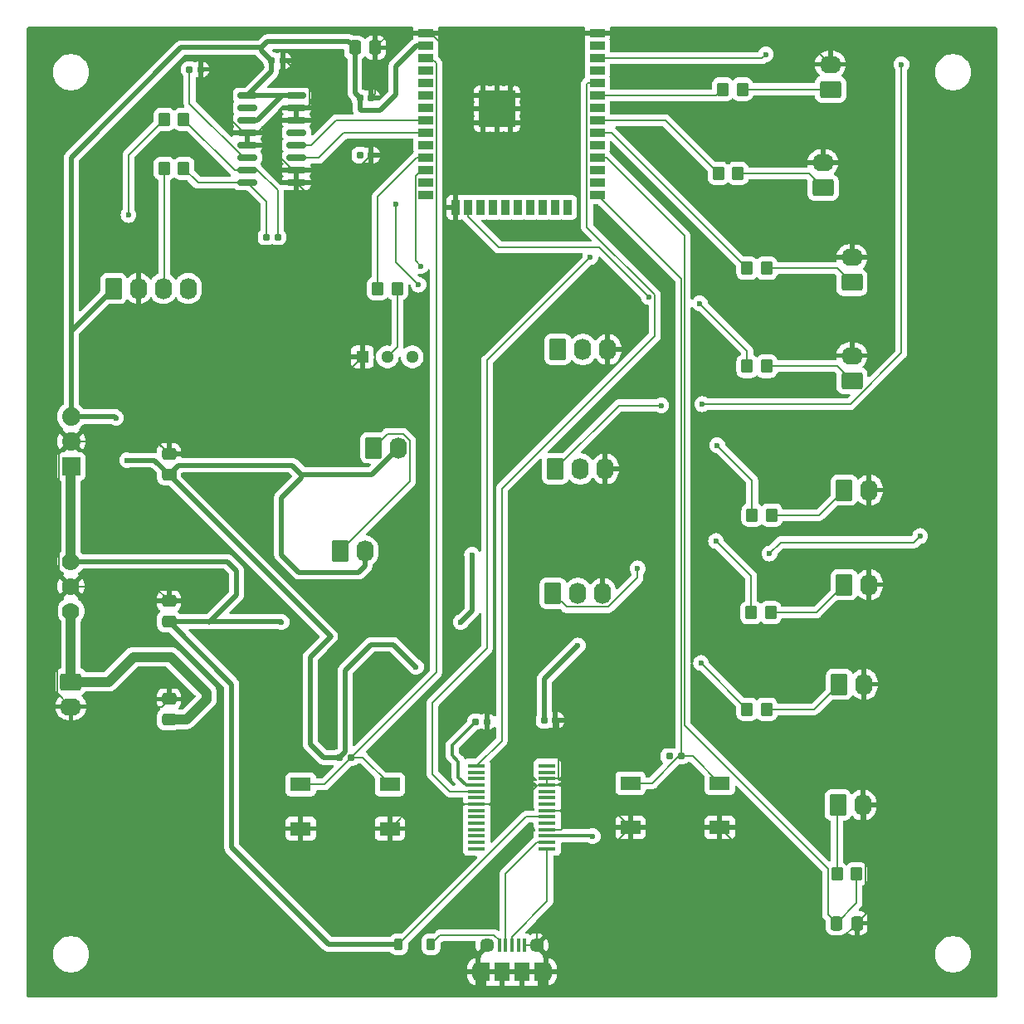
<source format=gbr>
%TF.GenerationSoftware,KiCad,Pcbnew,8.0.8*%
%TF.CreationDate,2025-04-06T12:17:53-05:00*%
%TF.ProjectId,ECE 445 PCBWay Order 4,45434520-3434-4352-9050-434257617920,rev?*%
%TF.SameCoordinates,Original*%
%TF.FileFunction,Copper,L1,Top*%
%TF.FilePolarity,Positive*%
%FSLAX46Y46*%
G04 Gerber Fmt 4.6, Leading zero omitted, Abs format (unit mm)*
G04 Created by KiCad (PCBNEW 8.0.8) date 2025-04-06 12:17:53*
%MOMM*%
%LPD*%
G01*
G04 APERTURE LIST*
G04 Aperture macros list*
%AMRoundRect*
0 Rectangle with rounded corners*
0 $1 Rounding radius*
0 $2 $3 $4 $5 $6 $7 $8 $9 X,Y pos of 4 corners*
0 Add a 4 corners polygon primitive as box body*
4,1,4,$2,$3,$4,$5,$6,$7,$8,$9,$2,$3,0*
0 Add four circle primitives for the rounded corners*
1,1,$1+$1,$2,$3*
1,1,$1+$1,$4,$5*
1,1,$1+$1,$6,$7*
1,1,$1+$1,$8,$9*
0 Add four rect primitives between the rounded corners*
20,1,$1+$1,$2,$3,$4,$5,0*
20,1,$1+$1,$4,$5,$6,$7,0*
20,1,$1+$1,$6,$7,$8,$9,0*
20,1,$1+$1,$8,$9,$2,$3,0*%
G04 Aperture macros list end*
%TA.AperFunction,ComponentPad*%
%ADD10RoundRect,0.250000X-0.620000X-0.845000X0.620000X-0.845000X0.620000X0.845000X-0.620000X0.845000X0*%
%TD*%
%TA.AperFunction,ComponentPad*%
%ADD11O,1.740000X2.190000*%
%TD*%
%TA.AperFunction,SMDPad,CuDef*%
%ADD12RoundRect,0.250000X0.475000X-0.337500X0.475000X0.337500X-0.475000X0.337500X-0.475000X-0.337500X0*%
%TD*%
%TA.AperFunction,SMDPad,CuDef*%
%ADD13RoundRect,0.250000X-0.337500X-0.475000X0.337500X-0.475000X0.337500X0.475000X-0.337500X0.475000X0*%
%TD*%
%TA.AperFunction,SMDPad,CuDef*%
%ADD14RoundRect,0.160000X-0.197500X-0.160000X0.197500X-0.160000X0.197500X0.160000X-0.197500X0.160000X0*%
%TD*%
%TA.AperFunction,ComponentPad*%
%ADD15RoundRect,0.250000X0.845000X-0.620000X0.845000X0.620000X-0.845000X0.620000X-0.845000X-0.620000X0*%
%TD*%
%TA.AperFunction,ComponentPad*%
%ADD16O,2.190000X1.740000*%
%TD*%
%TA.AperFunction,SMDPad,CuDef*%
%ADD17RoundRect,0.250000X0.350000X0.450000X-0.350000X0.450000X-0.350000X-0.450000X0.350000X-0.450000X0*%
%TD*%
%TA.AperFunction,SMDPad,CuDef*%
%ADD18RoundRect,0.155000X-0.212500X-0.155000X0.212500X-0.155000X0.212500X0.155000X-0.212500X0.155000X0*%
%TD*%
%TA.AperFunction,SMDPad,CuDef*%
%ADD19R,2.100000X1.400000*%
%TD*%
%TA.AperFunction,ComponentPad*%
%ADD20R,1.879600X1.879600*%
%TD*%
%TA.AperFunction,ComponentPad*%
%ADD21C,1.879600*%
%TD*%
%TA.AperFunction,SMDPad,CuDef*%
%ADD22RoundRect,0.250000X-0.475000X0.337500X-0.475000X-0.337500X0.475000X-0.337500X0.475000X0.337500X0*%
%TD*%
%TA.AperFunction,ComponentPad*%
%ADD23R,1.298000X1.298000*%
%TD*%
%TA.AperFunction,ComponentPad*%
%ADD24C,1.298000*%
%TD*%
%TA.AperFunction,SMDPad,CuDef*%
%ADD25RoundRect,0.250000X-0.350000X-0.450000X0.350000X-0.450000X0.350000X0.450000X-0.350000X0.450000X0*%
%TD*%
%TA.AperFunction,SMDPad,CuDef*%
%ADD26R,1.750000X0.450000*%
%TD*%
%TA.AperFunction,ComponentPad*%
%ADD27C,1.778000*%
%TD*%
%TA.AperFunction,SMDPad,CuDef*%
%ADD28R,0.900000X0.900000*%
%TD*%
%TA.AperFunction,HeatsinkPad*%
%ADD29C,0.600000*%
%TD*%
%TA.AperFunction,HeatsinkPad*%
%ADD30R,3.800000X3.800000*%
%TD*%
%TA.AperFunction,SMDPad,CuDef*%
%ADD31R,1.500000X0.900000*%
%TD*%
%TA.AperFunction,SMDPad,CuDef*%
%ADD32R,0.900000X1.500000*%
%TD*%
%TA.AperFunction,SMDPad,CuDef*%
%ADD33R,0.400000X1.350000*%
%TD*%
%TA.AperFunction,HeatsinkPad*%
%ADD34O,1.200000X1.900000*%
%TD*%
%TA.AperFunction,SMDPad,CuDef*%
%ADD35R,1.200000X1.900000*%
%TD*%
%TA.AperFunction,HeatsinkPad*%
%ADD36C,1.450000*%
%TD*%
%TA.AperFunction,SMDPad,CuDef*%
%ADD37R,1.500000X1.900000*%
%TD*%
%TA.AperFunction,SMDPad,CuDef*%
%ADD38RoundRect,0.150000X-0.850000X-0.150000X0.850000X-0.150000X0.850000X0.150000X-0.850000X0.150000X0*%
%TD*%
%TA.AperFunction,SMDPad,CuDef*%
%ADD39RoundRect,0.225000X-0.225000X-0.375000X0.225000X-0.375000X0.225000X0.375000X-0.225000X0.375000X0*%
%TD*%
%TA.AperFunction,ComponentPad*%
%ADD40RoundRect,0.250000X-0.845000X0.620000X-0.845000X-0.620000X0.845000X-0.620000X0.845000X0.620000X0*%
%TD*%
%TA.AperFunction,ViaPad*%
%ADD41C,0.600000*%
%TD*%
%TA.AperFunction,Conductor*%
%ADD42C,0.500000*%
%TD*%
%TA.AperFunction,Conductor*%
%ADD43C,0.200000*%
%TD*%
%TA.AperFunction,Conductor*%
%ADD44C,1.000000*%
%TD*%
%TA.AperFunction,Conductor*%
%ADD45C,0.350000*%
%TD*%
G04 APERTURE END LIST*
D10*
%TO.P,J16,1,Pin_1*%
%TO.N,Net-(J14-Pin_1)*%
X132461000Y-93853000D03*
D11*
%TO.P,J16,2,Pin_2*%
%TO.N,+3.3V*%
X135001000Y-93853000D03*
%TD*%
D12*
%TO.P,C2,1*%
%TO.N,+3.3V*%
X115000000Y-86037500D03*
%TO.P,C2,2*%
%TO.N,GND*%
X115000000Y-83962500D03*
%TD*%
D13*
%TO.P,C9,1*%
%TO.N,/Bluetooth Button*%
X183112500Y-131826000D03*
%TO.P,C9,2*%
%TO.N,GND*%
X185187500Y-131826000D03*
%TD*%
D14*
%TO.P,R1,1*%
%TO.N,+3.3V*%
X132393500Y-114924000D03*
%TO.P,R1,2*%
%TO.N,Net-(U1-EN)*%
X133588500Y-114924000D03*
%TD*%
D15*
%TO.P,J4,1,Pin_1*%
%TO.N,Net-(J4-Pin_1)*%
X181737000Y-56769000D03*
D16*
%TO.P,J4,2,Pin_2*%
%TO.N,GND*%
X181737000Y-54229000D03*
%TD*%
D17*
%TO.P,R9,1*%
%TO.N,Net-(J10-Pin_1)*%
X176508000Y-90188000D03*
%TO.P,R9,2*%
%TO.N,/Container 3 LED*%
X174508000Y-90188000D03*
%TD*%
D10*
%TO.P,J14,1,Pin_1*%
%TO.N,Net-(J14-Pin_1)*%
X135890000Y-83312000D03*
D11*
%TO.P,J14,2,Pin_2*%
%TO.N,+3.3V*%
X138430000Y-83312000D03*
%TD*%
D18*
%TO.P,C7,1*%
%TO.N,Net-(U2-INA+)*%
X124948500Y-61816000D03*
%TO.P,C7,2*%
%TO.N,Net-(U2-INA-)*%
X126083500Y-61816000D03*
%TD*%
D10*
%TO.P,J11,1,Pin_1*%
%TO.N,/Servo Signal 1*%
X154178000Y-98171000D03*
D11*
%TO.P,J11,2,Pin_2*%
%TO.N,+5V*%
X156718000Y-98171000D03*
%TO.P,J11,3,Pin_3*%
%TO.N,GND*%
X159258000Y-98171000D03*
%TD*%
D19*
%TO.P,SW1,1*%
%TO.N,Net-(U1-IO0)*%
X162096000Y-117547000D03*
%TO.P,SW1,2*%
X171196000Y-117547000D03*
%TO.P,SW1,3*%
%TO.N,GND*%
X162096000Y-122047000D03*
%TO.P,SW1,4*%
X171196000Y-122047000D03*
%TD*%
D20*
%TO.P,U6,1,IN*%
%TO.N,+5V*%
X105029000Y-85217000D03*
D21*
%TO.P,U6,2,GND*%
%TO.N,GND*%
X105029000Y-82677000D03*
%TO.P,U6,3,OUT*%
%TO.N,+3.3V*%
X105029000Y-80137000D03*
%TD*%
D22*
%TO.P,C3,1*%
%TO.N,GND*%
X115000000Y-108962500D03*
%TO.P,C3,2*%
%TO.N,Net-(J3-Pin_1)*%
X115000000Y-111037500D03*
%TD*%
D23*
%TO.P,Q1,1*%
%TO.N,GND*%
X134747000Y-74041000D03*
D24*
%TO.P,Q1,2*%
%TO.N,Net-(Q1-Pad2)*%
X137287000Y-74041000D03*
%TO.P,Q1,3*%
%TO.N,Net-(J14-Pin_1)*%
X139827000Y-74041000D03*
%TD*%
D15*
%TO.P,J15,1,Pin_1*%
%TO.N,Net-(J15-Pin_1)*%
X184678000Y-76454000D03*
D16*
%TO.P,J15,2,Pin_2*%
%TO.N,GND*%
X184678000Y-73914000D03*
%TD*%
D25*
%TO.P,R10,1*%
%TO.N,/Vibration Motor*%
X136303000Y-67056000D03*
%TO.P,R10,2*%
%TO.N,Net-(Q1-Pad2)*%
X138303000Y-67056000D03*
%TD*%
D10*
%TO.P,J9,1,Pin_1*%
%TO.N,Net-(J9-Pin_1)*%
X183388000Y-107442000D03*
D11*
%TO.P,J9,2,Pin_2*%
%TO.N,GND*%
X185928000Y-107442000D03*
%TD*%
D15*
%TO.P,J6,1,Pin_1*%
%TO.N,Net-(J6-Pin_1)*%
X182499000Y-46736000D03*
D16*
%TO.P,J6,2,Pin_2*%
%TO.N,GND*%
X182499000Y-44196000D03*
%TD*%
D12*
%TO.P,C1,1*%
%TO.N,+5V*%
X115000000Y-101037500D03*
%TO.P,C1,2*%
%TO.N,GND*%
X115000000Y-98962500D03*
%TD*%
D26*
%TO.P,U4,1,TXD*%
%TO.N,/RXD0*%
X146400000Y-115775000D03*
%TO.P,U4,2,DTR*%
%TO.N,unconnected-(U4-DTR-Pad2)*%
X146400000Y-116425000D03*
%TO.P,U4,3,RTS*%
%TO.N,unconnected-(U4-RTS-Pad3)*%
X146400000Y-117075000D03*
%TO.P,U4,4,VCCIO*%
%TO.N,+3.3V*%
X146400000Y-117725000D03*
%TO.P,U4,5,RXD*%
%TO.N,/TXD0*%
X146400000Y-118375000D03*
%TO.P,U4,6,RI*%
%TO.N,unconnected-(U4-RI-Pad6)*%
X146400000Y-119025000D03*
%TO.P,U4,7,GND*%
%TO.N,GND*%
X146400000Y-119675000D03*
%TO.P,U4,8*%
%TO.N,N/C*%
X146400000Y-120325000D03*
%TO.P,U4,9,DCR*%
%TO.N,unconnected-(U4-DCR-Pad9)*%
X146400000Y-120975000D03*
%TO.P,U4,10,DCD*%
%TO.N,unconnected-(U4-DCD-Pad10)*%
X146400000Y-121625000D03*
%TO.P,U4,11,CTS*%
%TO.N,unconnected-(U4-CTS-Pad11)*%
X146400000Y-122275000D03*
%TO.P,U4,12,CBUS4*%
%TO.N,unconnected-(U4-CBUS4-Pad12)*%
X146400000Y-122925000D03*
%TO.P,U4,13,CBUS2*%
%TO.N,unconnected-(U4-CBUS2-Pad13)*%
X146400000Y-123575000D03*
%TO.P,U4,14,CBUS3*%
%TO.N,unconnected-(U4-CBUS3-Pad14)*%
X146400000Y-124225000D03*
%TO.P,U4,15,USBD+*%
%TO.N,/D+*%
X153600000Y-124225000D03*
%TO.P,U4,16,USBD-*%
%TO.N,/D-*%
X153600000Y-123575000D03*
%TO.P,U4,17,3V3OUT*%
%TO.N,+3.3V*%
X153600000Y-122925000D03*
%TO.P,U4,18,GND*%
%TO.N,GND*%
X153600000Y-122275000D03*
%TO.P,U4,19,~{RESET}*%
%TO.N,unconnected-(U4-~{RESET}-Pad19)*%
X153600000Y-121625000D03*
%TO.P,U4,20,VCC*%
%TO.N,+5V*%
X153600000Y-120975000D03*
%TO.P,U4,21,GND*%
%TO.N,GND*%
X153600000Y-120325000D03*
%TO.P,U4,22,CBUS1*%
%TO.N,unconnected-(U4-CBUS1-Pad22)*%
X153600000Y-119675000D03*
%TO.P,U4,23,CBUS0*%
%TO.N,unconnected-(U4-CBUS0-Pad23)*%
X153600000Y-119025000D03*
%TO.P,U4,24*%
%TO.N,N/C*%
X153600000Y-118375000D03*
%TO.P,U4,25,AGND*%
%TO.N,GND*%
X153600000Y-117725000D03*
%TO.P,U4,26,TEST*%
X153600000Y-117075000D03*
%TO.P,U4,27,OSCI*%
%TO.N,unconnected-(U4-OSCI-Pad27)*%
X153600000Y-116425000D03*
%TO.P,U4,28,OSCO*%
%TO.N,unconnected-(U4-OSCO-Pad28)*%
X153600000Y-115775000D03*
%TD*%
D10*
%TO.P,J1,1,Pin_1*%
%TO.N,+3.3V*%
X109347000Y-67056000D03*
D11*
%TO.P,J1,2,Pin_2*%
%TO.N,GND*%
X111887000Y-67056000D03*
%TO.P,J1,3,Pin_3*%
%TO.N,/Signal +*%
X114427000Y-67056000D03*
%TO.P,J1,4,Pin_4*%
%TO.N,/Singal -*%
X116967000Y-67056000D03*
%TD*%
D10*
%TO.P,J12,1,Pin_1*%
%TO.N,/Servo Signal 2*%
X154432000Y-85471000D03*
D11*
%TO.P,J12,2,Pin_2*%
%TO.N,+5V*%
X156972000Y-85471000D03*
%TO.P,J12,3,Pin_3*%
%TO.N,GND*%
X159512000Y-85471000D03*
%TD*%
D18*
%TO.P,C6,1*%
%TO.N,Net-(U2-VBG)*%
X117102000Y-44704000D03*
%TO.P,C6,2*%
%TO.N,GND*%
X118237000Y-44704000D03*
%TD*%
D10*
%TO.P,J8,1,Pin_1*%
%TO.N,Net-(J8-Pin_1)*%
X183896000Y-97282000D03*
D11*
%TO.P,J8,2,Pin_2*%
%TO.N,GND*%
X186436000Y-97282000D03*
%TD*%
D13*
%TO.P,C4,1*%
%TO.N,+3.3V*%
X133962500Y-42500000D03*
%TO.P,C4,2*%
%TO.N,GND*%
X136037500Y-42500000D03*
%TD*%
D17*
%TO.P,R8,1*%
%TO.N,Net-(J9-Pin_1)*%
X176000000Y-110000000D03*
%TO.P,R8,2*%
%TO.N,/Container 2 LED*%
X174000000Y-110000000D03*
%TD*%
D25*
%TO.P,R6,1*%
%TO.N,Net-(J7-Pin_1)*%
X183150000Y-126826000D03*
%TO.P,R6,2*%
%TO.N,/Bluetooth Button*%
X185150000Y-126826000D03*
%TD*%
D10*
%TO.P,J10,1,Pin_1*%
%TO.N,Net-(J10-Pin_1)*%
X183896000Y-87630000D03*
D11*
%TO.P,J10,2,Pin_2*%
%TO.N,GND*%
X186436000Y-87630000D03*
%TD*%
D27*
%TO.P,U5,1,INPUT*%
%TO.N,Net-(J3-Pin_1)*%
X105000000Y-100000000D03*
%TO.P,U5,2,GROUND*%
%TO.N,GND*%
X105000000Y-97460000D03*
%TO.P,U5,3,OUTPUT*%
%TO.N,+5V*%
X105000000Y-94920000D03*
%TD*%
D17*
%TO.P,R4,1*%
%TO.N,Net-(J5-Pin_1)*%
X176000000Y-65000000D03*
%TO.P,R4,2*%
%TO.N,/Power LED*%
X174000000Y-65000000D03*
%TD*%
D18*
%TO.P,C11,1*%
%TO.N,+3.3V*%
X134501000Y-53467000D03*
%TO.P,C11,2*%
%TO.N,GND*%
X135636000Y-53467000D03*
%TD*%
D10*
%TO.P,J13,1,Pin_1*%
%TO.N,/Servo Signal 3*%
X154686000Y-73279000D03*
D11*
%TO.P,J13,2,Pin_2*%
%TO.N,+5V*%
X157226000Y-73279000D03*
%TO.P,J13,3,Pin_3*%
%TO.N,GND*%
X159766000Y-73279000D03*
%TD*%
D25*
%TO.P,R13,1*%
%TO.N,/Singal -*%
X114516000Y-49816000D03*
%TO.P,R13,2*%
%TO.N,Net-(U2-INA-)*%
X116516000Y-49816000D03*
%TD*%
D28*
%TO.P,U1,39,GND*%
%TO.N,GND*%
X149860000Y-50141000D03*
D29*
X149860000Y-49441000D03*
D28*
X149860000Y-48741000D03*
D29*
X149860000Y-48041000D03*
D28*
X149860000Y-47341000D03*
D29*
X149160000Y-50141000D03*
X149160000Y-48741000D03*
X149160000Y-47341000D03*
D28*
X148460000Y-50141000D03*
D30*
X148460000Y-48741000D03*
D28*
X148460000Y-48741000D03*
X148460000Y-47341000D03*
D29*
X148435000Y-49441000D03*
X148435000Y-48041000D03*
X147760000Y-50141000D03*
X147760000Y-48741000D03*
X147760000Y-47341000D03*
D28*
X147060000Y-50141000D03*
D29*
X147060000Y-49441000D03*
D28*
X147060000Y-48741000D03*
D29*
X147060000Y-48041000D03*
D28*
X147060000Y-47341000D03*
D31*
%TO.P,U1,38,GND*%
X158710000Y-41021000D03*
%TO.P,U1,37,IO23*%
%TO.N,/Servo Signal 2*%
X158710000Y-42291000D03*
%TO.P,U1,36,IO22*%
%TO.N,/Servo Signal 1*%
X158710000Y-43561000D03*
%TO.P,U1,35,TXD0/IO1*%
%TO.N,/TXD0*%
X158710000Y-44831000D03*
%TO.P,U1,34,RXD0/IO3*%
%TO.N,/RXD0*%
X158710000Y-46101000D03*
%TO.P,U1,33,IO21*%
%TO.N,/Dispensing LED*%
X158710000Y-47371000D03*
%TO.P,U1,32,NC*%
%TO.N,unconnected-(U1-NC-Pad32)*%
X158710000Y-48641000D03*
%TO.P,U1,31,IO19*%
%TO.N,/Refill LED*%
X158710000Y-49911000D03*
%TO.P,U1,30,IO18*%
%TO.N,/Power LED*%
X158710000Y-51181000D03*
%TO.P,U1,29,IO5*%
%TO.N,unconnected-(U1-IO5-Pad29)*%
X158710000Y-52451000D03*
%TO.P,U1,28,IO17*%
%TO.N,/Bluetooth Button*%
X158710000Y-53721000D03*
%TO.P,U1,27,IO16*%
%TO.N,/Container 3 LED*%
X158710000Y-54991000D03*
%TO.P,U1,26,IO4*%
%TO.N,unconnected-(U1-IO4-Pad26)*%
X158710000Y-56261000D03*
%TO.P,U1,25,IO0*%
%TO.N,Net-(U1-IO0)*%
X158710000Y-57531000D03*
D32*
%TO.P,U1,24,IO2*%
%TO.N,unconnected-(U1-IO2-Pad24)*%
X155680000Y-58781000D03*
%TO.P,U1,23,IO15*%
%TO.N,unconnected-(U1-IO15-Pad23)*%
X154410000Y-58781000D03*
%TO.P,U1,22,SDI/SD1*%
%TO.N,unconnected-(U1-SDI{slash}SD1-Pad22)*%
X153140000Y-58781000D03*
%TO.P,U1,21,SDO/SD0*%
%TO.N,unconnected-(U1-SDO{slash}SD0-Pad21)*%
X151870000Y-58781000D03*
%TO.P,U1,20,SCK/CLK*%
%TO.N,unconnected-(U1-SCK{slash}CLK-Pad20)*%
X150600000Y-58781000D03*
%TO.P,U1,19,SCS/CMD*%
%TO.N,unconnected-(U1-SCS{slash}CMD-Pad19)*%
X149330000Y-58781000D03*
%TO.P,U1,18,SWP/SD3*%
%TO.N,unconnected-(U1-SWP{slash}SD3-Pad18)*%
X148060000Y-58781000D03*
%TO.P,U1,17,SHD/SD2*%
%TO.N,unconnected-(U1-SHD{slash}SD2-Pad17)*%
X146790000Y-58781000D03*
%TO.P,U1,16,IO13*%
%TO.N,/Container 1 LED*%
X145520000Y-58781000D03*
%TO.P,U1,15,GND*%
%TO.N,GND*%
X144250000Y-58781000D03*
D31*
%TO.P,U1,14,IO12*%
%TO.N,unconnected-(U1-IO12-Pad14)*%
X141210000Y-57531000D03*
%TO.P,U1,13,IO14*%
%TO.N,/Container 2 LED*%
X141210000Y-56261000D03*
%TO.P,U1,12,IO27*%
%TO.N,/Bluetooth LED*%
X141210000Y-54991000D03*
%TO.P,U1,11,IO26*%
%TO.N,/Vibration Motor*%
X141210000Y-53721000D03*
%TO.P,U1,10,IO25*%
%TO.N,/Servo Signal 3*%
X141210000Y-52451000D03*
%TO.P,U1,9,IO33*%
%TO.N,/HX711 PD_SCK*%
X141210000Y-51181000D03*
%TO.P,U1,8,IO32*%
%TO.N,/HX711 Digital Output*%
X141210000Y-49911000D03*
%TO.P,U1,7,IO35*%
%TO.N,unconnected-(U1-IO35-Pad7)*%
X141210000Y-48641000D03*
%TO.P,U1,6,IO34*%
%TO.N,unconnected-(U1-IO34-Pad6)*%
X141210000Y-47371000D03*
%TO.P,U1,5,SENSOR_VN*%
%TO.N,unconnected-(U1-SENSOR_VN-Pad5)*%
X141210000Y-46101000D03*
%TO.P,U1,4,SENSOR_VP*%
%TO.N,unconnected-(U1-SENSOR_VP-Pad4)*%
X141210000Y-44831000D03*
%TO.P,U1,3,EN*%
%TO.N,Net-(U1-EN)*%
X141210000Y-43561000D03*
%TO.P,U1,2,VDD*%
%TO.N,+3.3V*%
X141210000Y-42291000D03*
%TO.P,U1,1,GND*%
%TO.N,GND*%
X141210000Y-41021000D03*
%TD*%
D33*
%TO.P,J2,1,VBUS*%
%TO.N,Net-(D2-A)*%
X148700000Y-134079000D03*
%TO.P,J2,2,D-*%
%TO.N,/D-*%
X149350000Y-134079000D03*
%TO.P,J2,3,D+*%
%TO.N,/D+*%
X150000000Y-134079000D03*
%TO.P,J2,4,ID*%
%TO.N,unconnected-(J2-ID-Pad4)*%
X150650000Y-134079000D03*
%TO.P,J2,5,GND*%
%TO.N,GND*%
X151300000Y-134079000D03*
D34*
%TO.P,J2,6,Shield*%
X146500000Y-136779000D03*
D35*
X147100000Y-136779000D03*
D36*
X147500000Y-134079000D03*
D37*
X149000000Y-136779000D03*
X151000000Y-136779000D03*
D36*
X152500000Y-134079000D03*
D35*
X152900000Y-136779000D03*
D34*
X153500000Y-136779000D03*
%TD*%
D18*
%TO.P,C8,1*%
%TO.N,+3.3V*%
X146312000Y-111252000D03*
%TO.P,C8,2*%
%TO.N,GND*%
X147447000Y-111252000D03*
%TD*%
D19*
%TO.P,SW3,1*%
%TO.N,Net-(U1-EN)*%
X128441000Y-117674000D03*
%TO.P,SW3,2*%
X137541000Y-117674000D03*
%TO.P,SW3,3*%
%TO.N,GND*%
X128441000Y-122174000D03*
%TO.P,SW3,4*%
X137541000Y-122174000D03*
%TD*%
D15*
%TO.P,J5,1,Pin_1*%
%TO.N,Net-(J5-Pin_1)*%
X184678000Y-66454000D03*
D16*
%TO.P,J5,2,Pin_2*%
%TO.N,GND*%
X184678000Y-63914000D03*
%TD*%
D17*
%TO.P,R11,1*%
%TO.N,Net-(J15-Pin_1)*%
X176000000Y-75000000D03*
%TO.P,R11,2*%
%TO.N,/Bluetooth LED*%
X174000000Y-75000000D03*
%TD*%
D18*
%TO.P,C12,1*%
%TO.N,+5V*%
X153297000Y-111125000D03*
%TO.P,C12,2*%
%TO.N,GND*%
X154432000Y-111125000D03*
%TD*%
%TO.P,C10,1*%
%TO.N,+3.3V*%
X125484000Y-43815000D03*
%TO.P,C10,2*%
%TO.N,GND*%
X126619000Y-43815000D03*
%TD*%
D38*
%TO.P,U2,1,VSUP*%
%TO.N,+3.3V*%
X123016000Y-47371000D03*
%TO.P,U2,2,BASE*%
%TO.N,unconnected-(U2-BASE-Pad2)*%
X123016000Y-48641000D03*
%TO.P,U2,3,AVDD*%
%TO.N,+3.3V*%
X123016000Y-49911000D03*
%TO.P,U2,4,VFB*%
%TO.N,GND*%
X123016000Y-51181000D03*
%TO.P,U2,5,AGND*%
X123016000Y-52451000D03*
%TO.P,U2,6,VBG*%
%TO.N,Net-(U2-VBG)*%
X123016000Y-53721000D03*
%TO.P,U2,7,INA-*%
%TO.N,Net-(U2-INA-)*%
X123016000Y-54991000D03*
%TO.P,U2,8,INA+*%
%TO.N,Net-(U2-INA+)*%
X123016000Y-56261000D03*
%TO.P,U2,9,INB-*%
%TO.N,GND*%
X128016000Y-56261000D03*
%TO.P,U2,10,INB+*%
X128016000Y-54991000D03*
%TO.P,U2,11,PD_SCK*%
%TO.N,/HX711 PD_SCK*%
X128016000Y-53721000D03*
%TO.P,U2,12,DOUT*%
%TO.N,/HX711 Digital Output*%
X128016000Y-52451000D03*
%TO.P,U2,13,XO*%
%TO.N,unconnected-(U2-XO-Pad13)*%
X128016000Y-51181000D03*
%TO.P,U2,14,XI*%
%TO.N,GND*%
X128016000Y-49911000D03*
%TO.P,U2,15,RATE*%
X128016000Y-48641000D03*
%TO.P,U2,16,DVDD*%
%TO.N,+3.3V*%
X128016000Y-47371000D03*
%TD*%
D10*
%TO.P,J7,1,Pin_1*%
%TO.N,Net-(J7-Pin_1)*%
X183261000Y-119761000D03*
D11*
%TO.P,J7,2,Pin_2*%
%TO.N,GND*%
X185801000Y-119761000D03*
%TD*%
D17*
%TO.P,R7,1*%
%TO.N,Net-(J8-Pin_1)*%
X176381000Y-100139000D03*
%TO.P,R7,2*%
%TO.N,/Container 1 LED*%
X174381000Y-100139000D03*
%TD*%
%TO.P,R3,1*%
%TO.N,Net-(J4-Pin_1)*%
X173059000Y-55315000D03*
%TO.P,R3,2*%
%TO.N,/Refill LED*%
X171059000Y-55315000D03*
%TD*%
D14*
%TO.P,R2,1*%
%TO.N,+3.3V*%
X166048500Y-114797000D03*
%TO.P,R2,2*%
%TO.N,Net-(U1-IO0)*%
X167243500Y-114797000D03*
%TD*%
D18*
%TO.P,C5,1*%
%TO.N,+3.3V*%
X134501000Y-47625000D03*
%TO.P,C5,2*%
%TO.N,GND*%
X135636000Y-47625000D03*
%TD*%
D39*
%TO.P,D2,1,K*%
%TO.N,+5V*%
X138432000Y-133985000D03*
%TO.P,D2,2,A*%
%TO.N,Net-(D2-A)*%
X141732000Y-133985000D03*
%TD*%
D25*
%TO.P,R12,1*%
%TO.N,/Signal +*%
X114516000Y-54816000D03*
%TO.P,R12,2*%
%TO.N,Net-(U2-INA+)*%
X116516000Y-54816000D03*
%TD*%
D40*
%TO.P,J3,1,Pin_1*%
%TO.N,Net-(J3-Pin_1)*%
X105000000Y-107188000D03*
D16*
%TO.P,J3,2,Pin_2*%
%TO.N,GND*%
X105000000Y-109728000D03*
%TD*%
D17*
%TO.P,R5,1*%
%TO.N,Net-(J6-Pin_1)*%
X173499000Y-46736000D03*
%TO.P,R5,2*%
%TO.N,/Dispensing LED*%
X171499000Y-46736000D03*
%TD*%
D41*
%TO.N,GND*%
X147447000Y-111252000D03*
X144250000Y-58781000D03*
%TO.N,+5V*%
X156718000Y-103505000D03*
X144780000Y-101092000D03*
X126492000Y-101092000D03*
X145923000Y-94234000D03*
%TO.N,+3.3V*%
X140208000Y-105664000D03*
X134501000Y-53467000D03*
X109601000Y-80264000D03*
X166048500Y-114797000D03*
X146312000Y-111252000D03*
X110744000Y-84582000D03*
X158242000Y-122936000D03*
%TO.N,/Singal -*%
X110871000Y-59563000D03*
%TO.N,/Servo Signal 1*%
X162814000Y-95631000D03*
X176276000Y-94107000D03*
X191643000Y-92329000D03*
X175895000Y-43180000D03*
%TO.N,/Servo Signal 2*%
X158710000Y-42291000D03*
X189738000Y-44196000D03*
X169418000Y-78867000D03*
X165227000Y-78994000D03*
%TO.N,/Servo Signal 3*%
X141210000Y-52451000D03*
X140462000Y-66675000D03*
X138176000Y-58420000D03*
%TO.N,/Container 1 LED*%
X170815000Y-92837000D03*
X163957000Y-67945000D03*
%TO.N,/Container 2 LED*%
X169291000Y-105283000D03*
X141210000Y-56261000D03*
%TO.N,/Container 3 LED*%
X170942000Y-83058000D03*
X158710000Y-54991000D03*
%TO.N,/Bluetooth LED*%
X169164000Y-68580000D03*
X140716000Y-64770000D03*
%TO.N,/TXD0*%
X158710000Y-44831000D03*
X157988000Y-63881000D03*
%TD*%
D42*
%TO.N,+3.3V*%
X128270000Y-96012000D02*
X134366000Y-96012000D01*
X128524000Y-86360000D02*
X126492000Y-88392000D01*
X126492000Y-88392000D02*
X126492000Y-94234000D01*
X126492000Y-94234000D02*
X128270000Y-96012000D01*
X128524000Y-86037500D02*
X128524000Y-86360000D01*
X134366000Y-96012000D02*
X135001000Y-95377000D01*
X135001000Y-95377000D02*
X135001000Y-93853000D01*
X115000000Y-86037500D02*
X115947500Y-85090000D01*
X115947500Y-85090000D02*
X127576500Y-85090000D01*
X127576500Y-85090000D02*
X128524000Y-86037500D01*
X128524000Y-86037500D02*
X135704500Y-86037500D01*
D43*
%TO.N,Net-(J14-Pin_1)*%
X135890000Y-83312000D02*
X137285000Y-81917000D01*
X137285000Y-81917000D02*
X138914630Y-81917000D01*
X139600000Y-86714000D02*
X132461000Y-93853000D01*
X138914630Y-81917000D02*
X139600000Y-82602370D01*
X139600000Y-82602370D02*
X139600000Y-86714000D01*
D42*
%TO.N,+3.3V*%
X140208000Y-105664000D02*
X137922000Y-103378000D01*
X137922000Y-103378000D02*
X135636000Y-103378000D01*
X135636000Y-103378000D02*
X132969000Y-106045000D01*
X132393500Y-114894396D02*
X132393500Y-114924000D01*
X132969000Y-106045000D02*
X132969000Y-114318896D01*
X132969000Y-114318896D02*
X132393500Y-114894396D01*
X132393500Y-114924000D02*
X130799000Y-114924000D01*
X130799000Y-114924000D02*
X129413000Y-113538000D01*
X129413000Y-104648000D02*
X131511750Y-102549250D01*
X129413000Y-113538000D02*
X129413000Y-104648000D01*
D43*
%TO.N,/Servo Signal 1*%
X191643000Y-92329000D02*
X191008000Y-92964000D01*
X191008000Y-92964000D02*
X177419000Y-92964000D01*
X177419000Y-92964000D02*
X176276000Y-94107000D01*
%TO.N,GND*%
X113714500Y-82677000D02*
X115000000Y-83962500D01*
X171196000Y-122047000D02*
X182626000Y-133477000D01*
X154432000Y-111125000D02*
X154775000Y-111468000D01*
X161947000Y-121898000D02*
X155343000Y-121898000D01*
X153600000Y-117725000D02*
X157774000Y-117725000D01*
X103605000Y-108333000D02*
X105000000Y-109728000D01*
X182626000Y-133477000D02*
X183536500Y-133477000D01*
X149860000Y-50141000D02*
X147060000Y-50141000D01*
X152500000Y-134079000D02*
X152500000Y-131643000D01*
X111887000Y-80849500D02*
X115000000Y-83962500D01*
X149860000Y-47341000D02*
X149860000Y-50141000D01*
X105000000Y-97460000D02*
X103605000Y-98855000D01*
X141210000Y-41021000D02*
X158710000Y-41021000D01*
X151300000Y-134079000D02*
X152500000Y-134079000D01*
X153600000Y-117075000D02*
X153600000Y-117725000D01*
X137541000Y-122174000D02*
X140040000Y-119675000D01*
X126619000Y-43815000D02*
X126882500Y-43815000D01*
X115000000Y-83962500D02*
X124825500Y-83962500D01*
X118237000Y-44704000D02*
X118237000Y-46772552D01*
X186050000Y-130963500D02*
X186050000Y-120010000D01*
X137516500Y-41021000D02*
X136037500Y-42500000D01*
X158710000Y-41021000D02*
X179324000Y-41021000D01*
X186050000Y-120010000D02*
X185801000Y-119761000D01*
X129316000Y-48340999D02*
X129015999Y-48641000D01*
X124825500Y-83962500D02*
X134747000Y-74041000D01*
X150684314Y-119675000D02*
X152634314Y-117725000D01*
X157774000Y-117725000D02*
X162096000Y-122047000D01*
X136037500Y-42500000D02*
X136037500Y-47223500D01*
X183536500Y-133477000D02*
X185187500Y-131826000D01*
X154775000Y-116975000D02*
X154675000Y-117075000D01*
X103605000Y-98855000D02*
X103605000Y-108333000D01*
X127645448Y-54991000D02*
X128016000Y-54991000D01*
X125285999Y-49911000D02*
X128016000Y-49911000D01*
X129015999Y-48641000D02*
X128016000Y-48641000D01*
X152634314Y-117725000D02*
X153600000Y-117725000D01*
X129316000Y-46248500D02*
X129316000Y-48340999D01*
X144250000Y-58781000D02*
X144250000Y-43531000D01*
X134747000Y-62992000D02*
X134747000Y-74041000D01*
X123016000Y-52451000D02*
X125105448Y-52451000D01*
X179324000Y-41021000D02*
X182499000Y-44196000D01*
X123016000Y-51181000D02*
X124015999Y-51181000D01*
X103789200Y-83916800D02*
X103789200Y-96249200D01*
X155480000Y-41021000D02*
X149160000Y-47341000D01*
X147060000Y-50141000D02*
X147060000Y-47341000D01*
X105000000Y-109728000D02*
X114234500Y-109728000D01*
X162096000Y-122047000D02*
X160374000Y-120325000D01*
X128441000Y-122174000D02*
X137541000Y-122174000D01*
X103789200Y-96249200D02*
X105000000Y-97460000D01*
X105029000Y-82677000D02*
X103789200Y-83916800D01*
X185187500Y-131826000D02*
X186050000Y-130963500D01*
X154675000Y-117075000D02*
X153600000Y-117075000D01*
X162096000Y-122047000D02*
X171196000Y-122047000D01*
X114234500Y-109728000D02*
X115000000Y-108962500D01*
X128016000Y-48641000D02*
X128016000Y-49911000D01*
X149000000Y-136779000D02*
X151000000Y-136779000D01*
X160374000Y-120325000D02*
X153600000Y-120325000D01*
X128016000Y-56261000D02*
X134747000Y-62992000D01*
X135636000Y-53467000D02*
X132842000Y-56261000D01*
X152500000Y-131643000D02*
X162096000Y-122047000D01*
X140040000Y-119675000D02*
X146400000Y-119675000D01*
X118237000Y-46772552D02*
X122645448Y-51181000D01*
X162096000Y-122047000D02*
X161947000Y-121898000D01*
X105029000Y-82677000D02*
X113714500Y-82677000D01*
X158710000Y-41021000D02*
X155480000Y-41021000D01*
X126882500Y-43815000D02*
X129316000Y-46248500D01*
X146400000Y-119675000D02*
X150684314Y-119675000D01*
X154966000Y-122275000D02*
X153600000Y-122275000D01*
X144250000Y-43531000D02*
X141740000Y-41021000D01*
X132842000Y-56261000D02*
X128016000Y-56261000D01*
X154775000Y-111468000D02*
X154775000Y-116975000D01*
X122645448Y-51181000D02*
X123016000Y-51181000D01*
X123016000Y-51181000D02*
X123016000Y-52451000D01*
X147060000Y-47341000D02*
X149860000Y-47341000D01*
X105000000Y-97460000D02*
X113497500Y-97460000D01*
X155343000Y-121898000D02*
X154966000Y-122275000D01*
X149000000Y-136779000D02*
X147100000Y-136779000D01*
X151000000Y-136779000D02*
X152900000Y-136779000D01*
X125105448Y-52451000D02*
X127645448Y-54991000D01*
X111887000Y-67056000D02*
X111887000Y-80849500D01*
X128016000Y-56261000D02*
X128016000Y-54991000D01*
X141210000Y-41021000D02*
X137516500Y-41021000D01*
X136037500Y-47223500D02*
X135636000Y-47625000D01*
X113497500Y-97460000D02*
X115000000Y-98962500D01*
X124015999Y-51181000D02*
X125285999Y-49911000D01*
X141740000Y-41021000D02*
X141210000Y-41021000D01*
%TO.N,+5V*%
X138432000Y-133985000D02*
X151442000Y-120975000D01*
D42*
X119126000Y-101092000D02*
X121920000Y-98298000D01*
X115000000Y-101037500D02*
X119071500Y-101037500D01*
X145923000Y-99949000D02*
X145923000Y-94234000D01*
X144780000Y-101092000D02*
X145923000Y-99949000D01*
D44*
X105000000Y-85246000D02*
X105029000Y-85217000D01*
D42*
X119071500Y-101037500D02*
X119126000Y-101092000D01*
D44*
X105000000Y-94920000D02*
X105000000Y-85246000D01*
D42*
X121920000Y-95885000D02*
X120955000Y-94920000D01*
X153297000Y-106926000D02*
X153297000Y-111125000D01*
X121412000Y-124079000D02*
X121412000Y-107449500D01*
X156718000Y-103505000D02*
X153297000Y-106926000D01*
X120955000Y-94920000D02*
X105000000Y-94920000D01*
X121412000Y-107449500D02*
X115000000Y-101037500D01*
X121920000Y-98298000D02*
X121920000Y-95885000D01*
X131318000Y-133985000D02*
X121412000Y-124079000D01*
X126437500Y-101037500D02*
X126492000Y-101092000D01*
X138432000Y-133985000D02*
X131318000Y-133985000D01*
X115000000Y-101037500D02*
X126437500Y-101037500D01*
D43*
X151442000Y-120975000D02*
X153600000Y-120975000D01*
D42*
%TO.N,+3.3V*%
X123016000Y-47371000D02*
X128016000Y-47371000D01*
D45*
X153600000Y-122925000D02*
X158231000Y-122925000D01*
D42*
X125484000Y-44903000D02*
X125484000Y-43815000D01*
D43*
X123016000Y-49911000D02*
X124015999Y-49911000D01*
D45*
X144526000Y-116926000D02*
X144526000Y-115316000D01*
D42*
X105029000Y-80137000D02*
X109474000Y-80137000D01*
X105029000Y-71374000D02*
X109347000Y-67056000D01*
X135704500Y-86037500D02*
X138430000Y-83312000D01*
X138176000Y-44375000D02*
X138176000Y-47244000D01*
D45*
X144526000Y-115316000D02*
X143891000Y-114681000D01*
X158231000Y-122925000D02*
X158242000Y-122936000D01*
D42*
X113544500Y-84582000D02*
X115000000Y-86037500D01*
X133352500Y-41890000D02*
X133962500Y-42500000D01*
X125042500Y-41890000D02*
X133352500Y-41890000D01*
X136525000Y-48895000D02*
X134620000Y-48895000D01*
X134501000Y-48776000D02*
X134501000Y-47625000D01*
X105029000Y-80137000D02*
X105029000Y-71374000D01*
X124432500Y-42763500D02*
X125484000Y-43815000D01*
X133962500Y-42500000D02*
X133962500Y-47086500D01*
X110744000Y-84582000D02*
X113544500Y-84582000D01*
X140260000Y-42291000D02*
X138176000Y-44375000D01*
X116249238Y-42500000D02*
X105029000Y-53720238D01*
D45*
X145325000Y-117725000D02*
X144526000Y-116926000D01*
D42*
X123016000Y-47371000D02*
X125484000Y-44903000D01*
X141210000Y-42291000D02*
X140260000Y-42291000D01*
X124432500Y-42500000D02*
X125042500Y-41890000D01*
D45*
X143891000Y-114681000D02*
X143891000Y-113673000D01*
D42*
X133962500Y-47086500D02*
X134501000Y-47625000D01*
X134620000Y-48895000D02*
X134501000Y-48776000D01*
D43*
X126555999Y-47371000D02*
X128016000Y-47371000D01*
D42*
X124015999Y-49911000D02*
X126555999Y-47371000D01*
D45*
X143891000Y-113673000D02*
X146312000Y-111252000D01*
D42*
X124432500Y-42500000D02*
X124432500Y-42763500D01*
X138176000Y-47244000D02*
X136525000Y-48895000D01*
X105029000Y-53720238D02*
X105029000Y-80137000D01*
D45*
X146400000Y-117725000D02*
X145325000Y-117725000D01*
D42*
X124432500Y-42500000D02*
X116249238Y-42500000D01*
X109474000Y-80137000D02*
X109601000Y-80264000D01*
D44*
%TO.N,Net-(J3-Pin_1)*%
X116800500Y-111037500D02*
X115000000Y-111037500D01*
X115189000Y-104648000D02*
X118872000Y-108331000D01*
X108839000Y-107188000D02*
X111379000Y-104648000D01*
X118872000Y-108966000D02*
X116800500Y-111037500D01*
X105000000Y-107188000D02*
X108839000Y-107188000D01*
X105000000Y-107188000D02*
X105000000Y-100000000D01*
X111379000Y-104648000D02*
X115189000Y-104648000D01*
X118872000Y-108331000D02*
X118872000Y-108966000D01*
D43*
%TO.N,Net-(U2-VBG)*%
X117102000Y-44704000D02*
X117102000Y-48177552D01*
X122645448Y-53721000D02*
X123016000Y-53721000D01*
X117102000Y-48177552D02*
X122645448Y-53721000D01*
%TO.N,Net-(U2-INA+)*%
X116516000Y-54816000D02*
X117961000Y-56261000D01*
X124948500Y-58193500D02*
X123016000Y-56261000D01*
X124948500Y-61816000D02*
X124948500Y-58193500D01*
X117961000Y-56261000D02*
X123016000Y-56261000D01*
%TO.N,Net-(U2-INA-)*%
X126083500Y-61816000D02*
X126083500Y-57058501D01*
X126083500Y-57058501D02*
X124015999Y-54991000D01*
X121691000Y-54991000D02*
X123016000Y-54991000D01*
X116516000Y-49816000D02*
X121691000Y-54991000D01*
X124015999Y-54991000D02*
X123016000Y-54991000D01*
%TO.N,/Bluetooth Button*%
X158710000Y-53721000D02*
X159660000Y-53721000D01*
X185150000Y-126826000D02*
X185150000Y-129788500D01*
X182250000Y-130963500D02*
X183112500Y-131826000D01*
X159660000Y-53721000D02*
X167643500Y-61704500D01*
X182250000Y-126243000D02*
X182250000Y-130963500D01*
X167643500Y-111636500D02*
X182250000Y-126243000D01*
X167643500Y-61704500D02*
X167643500Y-111636500D01*
X185150000Y-129788500D02*
X183112500Y-131826000D01*
%TO.N,Net-(D2-A)*%
X148700000Y-133587000D02*
X148700000Y-134079000D01*
X148167000Y-133054000D02*
X148700000Y-133587000D01*
X142663000Y-133054000D02*
X148167000Y-133054000D01*
X141732000Y-133985000D02*
X142663000Y-133054000D01*
%TO.N,/Singal -*%
X110871000Y-59563000D02*
X110871000Y-53461000D01*
X110871000Y-53461000D02*
X114516000Y-49816000D01*
%TO.N,/Signal +*%
X114516000Y-66967000D02*
X114427000Y-67056000D01*
X114516000Y-54816000D02*
X114516000Y-66967000D01*
%TO.N,/D-*%
X149350000Y-126775000D02*
X152550000Y-123575000D01*
X149350000Y-134079000D02*
X149350000Y-126775000D01*
X152550000Y-123575000D02*
X153600000Y-123575000D01*
%TO.N,/D+*%
X153600000Y-129604000D02*
X153600000Y-124225000D01*
X150000000Y-133204000D02*
X153600000Y-129604000D01*
X150000000Y-134079000D02*
X150000000Y-133204000D01*
%TO.N,Net-(J4-Pin_1)*%
X180283000Y-55315000D02*
X181737000Y-56769000D01*
X173059000Y-55315000D02*
X180283000Y-55315000D01*
%TO.N,Net-(J5-Pin_1)*%
X176000000Y-65000000D02*
X183224000Y-65000000D01*
X183224000Y-65000000D02*
X184678000Y-66454000D01*
%TO.N,Net-(J6-Pin_1)*%
X173499000Y-46736000D02*
X182499000Y-46736000D01*
%TO.N,Net-(J7-Pin_1)*%
X183150000Y-119872000D02*
X183261000Y-119761000D01*
X183150000Y-126826000D02*
X183150000Y-119872000D01*
%TO.N,Net-(J8-Pin_1)*%
X176381000Y-100139000D02*
X181039000Y-100139000D01*
X181039000Y-100139000D02*
X183896000Y-97282000D01*
%TO.N,Net-(J9-Pin_1)*%
X180830000Y-110000000D02*
X183388000Y-107442000D01*
X176000000Y-110000000D02*
X180830000Y-110000000D01*
%TO.N,Net-(J10-Pin_1)*%
X176508000Y-90188000D02*
X181338000Y-90188000D01*
X181338000Y-90188000D02*
X183896000Y-87630000D01*
%TO.N,/Servo Signal 1*%
X159808471Y-99566000D02*
X155573000Y-99566000D01*
X158710000Y-43561000D02*
X175514000Y-43561000D01*
X175514000Y-43561000D02*
X175895000Y-43180000D01*
X162814000Y-95631000D02*
X162814000Y-96560471D01*
X162814000Y-96560471D02*
X159808471Y-99566000D01*
X155573000Y-99566000D02*
X154178000Y-98171000D01*
%TO.N,/Servo Signal 2*%
X154432000Y-85471000D02*
X160909000Y-78994000D01*
X160909000Y-78994000D02*
X165227000Y-78994000D01*
X169418000Y-78867000D02*
X184514744Y-78867000D01*
X189738000Y-73643744D02*
X189738000Y-44196000D01*
X184514744Y-78867000D02*
X189738000Y-73643744D01*
%TO.N,/Servo Signal 3*%
X138176000Y-64389000D02*
X138176000Y-58420000D01*
X140462000Y-66675000D02*
X138176000Y-64389000D01*
%TO.N,Net-(J15-Pin_1)*%
X183224000Y-75000000D02*
X184678000Y-76454000D01*
X176000000Y-75000000D02*
X183224000Y-75000000D01*
%TO.N,Net-(Q1-Pad2)*%
X138303000Y-67056000D02*
X138303000Y-73025000D01*
X138303000Y-73025000D02*
X137287000Y-74041000D01*
%TO.N,Net-(U1-EN)*%
X142260000Y-44081000D02*
X142260000Y-106252500D01*
X141210000Y-43561000D02*
X141740000Y-43561000D01*
X134791000Y-114924000D02*
X133588500Y-114924000D01*
X142260000Y-106252500D02*
X133588500Y-114924000D01*
X130838500Y-117674000D02*
X133588500Y-114924000D01*
X137541000Y-117674000D02*
X134791000Y-114924000D01*
X141740000Y-43561000D02*
X142260000Y-44081000D01*
X128441000Y-117674000D02*
X130838500Y-117674000D01*
%TO.N,Net-(U1-IO0)*%
X164310972Y-117547000D02*
X162096000Y-117547000D01*
X167243500Y-66064500D02*
X167243500Y-114797000D01*
X167243500Y-114797000D02*
X168446000Y-114797000D01*
X168446000Y-114797000D02*
X171196000Y-117547000D01*
X167243500Y-114797000D02*
X167060972Y-114797000D01*
X167060972Y-114797000D02*
X164310972Y-117547000D01*
X158710000Y-57531000D02*
X167243500Y-66064500D01*
%TO.N,/Refill LED*%
X165655000Y-49911000D02*
X158710000Y-49911000D01*
X171059000Y-55315000D02*
X165655000Y-49911000D01*
%TO.N,/Power LED*%
X174000000Y-65000000D02*
X160181000Y-51181000D01*
X160181000Y-51181000D02*
X158710000Y-51181000D01*
%TO.N,/Dispensing LED*%
X171499000Y-46736000D02*
X170864000Y-47371000D01*
X170864000Y-47371000D02*
X158710000Y-47371000D01*
%TO.N,/Container 1 LED*%
X163957000Y-67945000D02*
X158877000Y-62865000D01*
X174381000Y-96403000D02*
X170815000Y-92837000D01*
X174381000Y-100139000D02*
X174381000Y-96403000D01*
X158877000Y-62865000D02*
X148654000Y-62865000D01*
X145520000Y-59731000D02*
X145520000Y-58781000D01*
X148654000Y-62865000D02*
X145520000Y-59731000D01*
%TO.N,/Container 2 LED*%
X174000000Y-109992000D02*
X169291000Y-105283000D01*
X174000000Y-110000000D02*
X174000000Y-109992000D01*
%TO.N,/Container 3 LED*%
X174508000Y-90188000D02*
X174508000Y-86624000D01*
X174508000Y-86624000D02*
X170942000Y-83058000D01*
%TO.N,/Vibration Motor*%
X140260000Y-53721000D02*
X141210000Y-53721000D01*
X136303000Y-57678000D02*
X140260000Y-53721000D01*
X136303000Y-67056000D02*
X136303000Y-57678000D01*
%TO.N,/Bluetooth LED*%
X140716000Y-54991000D02*
X141210000Y-54991000D01*
X140716000Y-64770000D02*
X140160000Y-64214000D01*
X174000000Y-73416000D02*
X169164000Y-68580000D01*
X140160000Y-55547000D02*
X140716000Y-54991000D01*
X174000000Y-75000000D02*
X174000000Y-73416000D01*
X140160000Y-64214000D02*
X140160000Y-55547000D01*
%TO.N,/RXD0*%
X164557000Y-67696471D02*
X164557000Y-71917000D01*
X157660000Y-60799471D02*
X164557000Y-67696471D01*
X148971000Y-87503000D02*
X148971000Y-113204000D01*
X158710000Y-46101000D02*
X157760000Y-46101000D01*
X164557000Y-71917000D02*
X148971000Y-87503000D01*
X148971000Y-113204000D02*
X146400000Y-115775000D01*
X157760000Y-46101000D02*
X157660000Y-46201000D01*
X157660000Y-46201000D02*
X157660000Y-60799471D01*
%TO.N,/HX711 PD_SCK*%
X132842000Y-51181000D02*
X141210000Y-51181000D01*
X128016000Y-53721000D02*
X130302000Y-53721000D01*
X130302000Y-53721000D02*
X132842000Y-51181000D01*
%TO.N,/HX711 Digital Output*%
X129540000Y-52451000D02*
X132080000Y-49911000D01*
X128016000Y-52451000D02*
X129540000Y-52451000D01*
X132080000Y-49911000D02*
X141210000Y-49911000D01*
%TO.N,/TXD0*%
X147450000Y-74419000D02*
X157988000Y-63881000D01*
X143648000Y-118375000D02*
X146400000Y-118375000D01*
X143648000Y-118375000D02*
X141894000Y-116621000D01*
X141894000Y-116621000D02*
X141894000Y-109352471D01*
X141894000Y-109352471D02*
X147450000Y-103796471D01*
X147450000Y-103796471D02*
X147450000Y-74419000D01*
D42*
%TO.N,+3.3V*%
X131511750Y-102549250D02*
X115000000Y-86037500D01*
%TD*%
%TA.AperFunction,Conductor*%
%TO.N,GND*%
G36*
X159000972Y-63838207D02*
G01*
X163126298Y-67963533D01*
X163159783Y-68024856D01*
X163161837Y-68037330D01*
X163171630Y-68124249D01*
X163231210Y-68294521D01*
X163278421Y-68369656D01*
X163327184Y-68447262D01*
X163454738Y-68574816D01*
X163540144Y-68628480D01*
X163576776Y-68651498D01*
X163607478Y-68670789D01*
X163777745Y-68730368D01*
X163846384Y-68738101D01*
X163910796Y-68765166D01*
X163950352Y-68822760D01*
X163956500Y-68861321D01*
X163956500Y-71616902D01*
X163936815Y-71683941D01*
X163920181Y-71704583D01*
X148490481Y-87134282D01*
X148490479Y-87134285D01*
X148440361Y-87221094D01*
X148440359Y-87221096D01*
X148411425Y-87271209D01*
X148411424Y-87271210D01*
X148411423Y-87271215D01*
X148370499Y-87423943D01*
X148370499Y-87423945D01*
X148370499Y-87592046D01*
X148370500Y-87592059D01*
X148370500Y-110582327D01*
X148350815Y-110649366D01*
X148298011Y-110695121D01*
X148228853Y-110705065D01*
X148165297Y-110676040D01*
X148158819Y-110670008D01*
X148064150Y-110575339D01*
X148064142Y-110575333D01*
X147921697Y-110491092D01*
X147921694Y-110491091D01*
X147762783Y-110444922D01*
X147762777Y-110444921D01*
X147725657Y-110442000D01*
X147697000Y-110442000D01*
X147697000Y-112062000D01*
X147725642Y-112062000D01*
X147725657Y-112061999D01*
X147762777Y-112059078D01*
X147762783Y-112059077D01*
X147921694Y-112012908D01*
X147921697Y-112012907D01*
X148064142Y-111928666D01*
X148064150Y-111928660D01*
X148158819Y-111833992D01*
X148220142Y-111800507D01*
X148289834Y-111805491D01*
X148345767Y-111847363D01*
X148370184Y-111912827D01*
X148370500Y-111921673D01*
X148370500Y-112903902D01*
X148350815Y-112970941D01*
X148334181Y-112991583D01*
X146312582Y-115013181D01*
X146251259Y-115046666D01*
X146224901Y-115049500D01*
X145477129Y-115049500D01*
X145477123Y-115049501D01*
X145417515Y-115055909D01*
X145297403Y-115100707D01*
X145227712Y-115105691D01*
X145166389Y-115072205D01*
X145139511Y-115031980D01*
X145130564Y-115010381D01*
X145130563Y-115010378D01*
X145124622Y-114996035D01*
X145124616Y-114996024D01*
X145050698Y-114885398D01*
X145050697Y-114885397D01*
X145050695Y-114885394D01*
X144956606Y-114791305D01*
X144602819Y-114437518D01*
X144569334Y-114376195D01*
X144566500Y-114349837D01*
X144566500Y-114004162D01*
X144586185Y-113937123D01*
X144602814Y-113916486D01*
X146420482Y-112098817D01*
X146481805Y-112065333D01*
X146508163Y-112062499D01*
X146590690Y-112062499D01*
X146590702Y-112062499D01*
X146627858Y-112059576D01*
X146786900Y-112013370D01*
X146816869Y-111995645D01*
X146884588Y-111978461D01*
X146943113Y-111995645D01*
X146972300Y-112012906D01*
X146972305Y-112012908D01*
X147131216Y-112059077D01*
X147131222Y-112059078D01*
X147168342Y-112061999D01*
X147168358Y-112062000D01*
X147197000Y-112062000D01*
X147197000Y-110442000D01*
X147168342Y-110442000D01*
X147131222Y-110444921D01*
X147131216Y-110444922D01*
X146972304Y-110491091D01*
X146972300Y-110491093D01*
X146943109Y-110508356D01*
X146875384Y-110525536D01*
X146816869Y-110508354D01*
X146802775Y-110500019D01*
X146786900Y-110490630D01*
X146786899Y-110490629D01*
X146786898Y-110490629D01*
X146786895Y-110490628D01*
X146627862Y-110444424D01*
X146627856Y-110444423D01*
X146590703Y-110441500D01*
X146033309Y-110441500D01*
X146033284Y-110441501D01*
X145996145Y-110444423D01*
X145837099Y-110490630D01*
X145694549Y-110574934D01*
X145694540Y-110574941D01*
X145577441Y-110692040D01*
X145577434Y-110692049D01*
X145493129Y-110834601D01*
X145493128Y-110834604D01*
X145446924Y-110993637D01*
X145446923Y-110993643D01*
X145444000Y-111030789D01*
X145444000Y-111113336D01*
X145424315Y-111180375D01*
X145407681Y-111201017D01*
X143366307Y-113242390D01*
X143366304Y-113242394D01*
X143292383Y-113353024D01*
X143292378Y-113353034D01*
X143241459Y-113475963D01*
X143241457Y-113475971D01*
X143223073Y-113568396D01*
X143223073Y-113568397D01*
X143215500Y-113606467D01*
X143215500Y-114747535D01*
X143241457Y-114878028D01*
X143241459Y-114878036D01*
X143292378Y-115000965D01*
X143292383Y-115000975D01*
X143366304Y-115111605D01*
X143366307Y-115111609D01*
X143814181Y-115559482D01*
X143847666Y-115620805D01*
X143850500Y-115647163D01*
X143850500Y-116992535D01*
X143876457Y-117123028D01*
X143876459Y-117123036D01*
X143927378Y-117245965D01*
X143927383Y-117245975D01*
X144001304Y-117356605D01*
X144001307Y-117356609D01*
X144207517Y-117562819D01*
X144241002Y-117624142D01*
X144236018Y-117693834D01*
X144194146Y-117749767D01*
X144128682Y-117774184D01*
X144119836Y-117774500D01*
X143948098Y-117774500D01*
X143881059Y-117754815D01*
X143860417Y-117738181D01*
X142530819Y-116408583D01*
X142497334Y-116347260D01*
X142494500Y-116320902D01*
X142494500Y-109652568D01*
X142514185Y-109585529D01*
X142530819Y-109564887D01*
X145208158Y-106887548D01*
X147930520Y-104165187D01*
X148009577Y-104028255D01*
X148050501Y-103875528D01*
X148050501Y-103717413D01*
X148050501Y-103709818D01*
X148050500Y-103709800D01*
X148050500Y-74719097D01*
X148070185Y-74652058D01*
X148086819Y-74631416D01*
X150334252Y-72383983D01*
X153315500Y-72383983D01*
X153315500Y-74174001D01*
X153315501Y-74174018D01*
X153326000Y-74276796D01*
X153326001Y-74276799D01*
X153365900Y-74397204D01*
X153381186Y-74443334D01*
X153473288Y-74592656D01*
X153597344Y-74716712D01*
X153746666Y-74808814D01*
X153913203Y-74863999D01*
X154015991Y-74874500D01*
X155356008Y-74874499D01*
X155458797Y-74863999D01*
X155625334Y-74808814D01*
X155774656Y-74716712D01*
X155898712Y-74592656D01*
X155990814Y-74443334D01*
X155990817Y-74443322D01*
X155991129Y-74442657D01*
X155991469Y-74442269D01*
X155994605Y-74437187D01*
X155995473Y-74437722D01*
X156037299Y-74390216D01*
X156104491Y-74371060D01*
X156171373Y-74391272D01*
X156191195Y-74407375D01*
X156333179Y-74549359D01*
X156507701Y-74676157D01*
X156699911Y-74774092D01*
X156905074Y-74840754D01*
X156972796Y-74851480D01*
X157118134Y-74874500D01*
X157118139Y-74874500D01*
X157333866Y-74874500D01*
X157452230Y-74855752D01*
X157546926Y-74840754D01*
X157752089Y-74774092D01*
X157944299Y-74676157D01*
X158118821Y-74549359D01*
X158271359Y-74396821D01*
X158395991Y-74225279D01*
X158451321Y-74182614D01*
X158520934Y-74176635D01*
X158582729Y-74209241D01*
X158596627Y-74225279D01*
X158721025Y-74396496D01*
X158721025Y-74396497D01*
X158873502Y-74548974D01*
X159047963Y-74675728D01*
X159240098Y-74773627D01*
X159445190Y-74840266D01*
X159516000Y-74851481D01*
X159516000Y-73821709D01*
X159536339Y-73833452D01*
X159687667Y-73874000D01*
X159844333Y-73874000D01*
X159995661Y-73833452D01*
X160016000Y-73821709D01*
X160016000Y-74851480D01*
X160086809Y-74840266D01*
X160291901Y-74773627D01*
X160484036Y-74675728D01*
X160658496Y-74548974D01*
X160658497Y-74548974D01*
X160810974Y-74396497D01*
X160810974Y-74396496D01*
X160937728Y-74222036D01*
X161035627Y-74029901D01*
X161102265Y-73824809D01*
X161136000Y-73611820D01*
X161136000Y-73529000D01*
X160308709Y-73529000D01*
X160320452Y-73508661D01*
X160361000Y-73357333D01*
X160361000Y-73200667D01*
X160320452Y-73049339D01*
X160308709Y-73029000D01*
X161136000Y-73029000D01*
X161136000Y-72946179D01*
X161102265Y-72733190D01*
X161035627Y-72528098D01*
X160937728Y-72335963D01*
X160810974Y-72161503D01*
X160810974Y-72161502D01*
X160658497Y-72009025D01*
X160484036Y-71882271D01*
X160291899Y-71784372D01*
X160086805Y-71717733D01*
X160016000Y-71706518D01*
X160016000Y-72736290D01*
X159995661Y-72724548D01*
X159844333Y-72684000D01*
X159687667Y-72684000D01*
X159536339Y-72724548D01*
X159516000Y-72736290D01*
X159516000Y-71706518D01*
X159515999Y-71706518D01*
X159445194Y-71717733D01*
X159240100Y-71784372D01*
X159047963Y-71882271D01*
X158873503Y-72009025D01*
X158873502Y-72009025D01*
X158721024Y-72161503D01*
X158596627Y-72332720D01*
X158541296Y-72375385D01*
X158471683Y-72381364D01*
X158409888Y-72348758D01*
X158395991Y-72332720D01*
X158361841Y-72285717D01*
X158271359Y-72161179D01*
X158118821Y-72008641D01*
X157944299Y-71881843D01*
X157858130Y-71837938D01*
X157752091Y-71783909D01*
X157752090Y-71783908D01*
X157752089Y-71783908D01*
X157546926Y-71717246D01*
X157546924Y-71717245D01*
X157546922Y-71717245D01*
X157333866Y-71683500D01*
X157333861Y-71683500D01*
X157118139Y-71683500D01*
X157118134Y-71683500D01*
X156905077Y-71717245D01*
X156699908Y-71783909D01*
X156507700Y-71881843D01*
X156333180Y-72008640D01*
X156191195Y-72150625D01*
X156129872Y-72184109D01*
X156060180Y-72179125D01*
X156004247Y-72137253D01*
X155991132Y-72115348D01*
X155990815Y-72114669D01*
X155990814Y-72114668D01*
X155990814Y-72114666D01*
X155898712Y-71965344D01*
X155774656Y-71841288D01*
X155625334Y-71749186D01*
X155458797Y-71694001D01*
X155458795Y-71694000D01*
X155356010Y-71683500D01*
X154015998Y-71683500D01*
X154015981Y-71683501D01*
X153913203Y-71694000D01*
X153913200Y-71694001D01*
X153746668Y-71749185D01*
X153746663Y-71749187D01*
X153597342Y-71841289D01*
X153473289Y-71965342D01*
X153381187Y-72114663D01*
X153381186Y-72114666D01*
X153326001Y-72281203D01*
X153326001Y-72281204D01*
X153326000Y-72281204D01*
X153315500Y-72383983D01*
X150334252Y-72383983D01*
X151101333Y-71616902D01*
X158006536Y-64711698D01*
X158067857Y-64678215D01*
X158080310Y-64676163D01*
X158167255Y-64666368D01*
X158337522Y-64606789D01*
X158490262Y-64510816D01*
X158617816Y-64383262D01*
X158713789Y-64230522D01*
X158773368Y-64060255D01*
X158774417Y-64050951D01*
X158781021Y-63992333D01*
X158790071Y-63912004D01*
X158817137Y-63847591D01*
X158874731Y-63808036D01*
X158944568Y-63805897D01*
X159000972Y-63838207D01*
G37*
%TD.AperFunction*%
%TA.AperFunction,Conductor*%
G36*
X139904869Y-40395185D02*
G01*
X139950624Y-40447989D01*
X139961119Y-40512755D01*
X139960001Y-40523153D01*
X139960000Y-40523172D01*
X139960000Y-40771000D01*
X142460000Y-40771000D01*
X142460000Y-40523172D01*
X142459998Y-40523153D01*
X142458881Y-40512755D01*
X142471286Y-40443996D01*
X142518896Y-40392858D01*
X142582170Y-40375500D01*
X157337830Y-40375500D01*
X157404869Y-40395185D01*
X157450624Y-40447989D01*
X157461119Y-40512755D01*
X157460001Y-40523153D01*
X157460000Y-40523172D01*
X157460000Y-40771000D01*
X159960000Y-40771000D01*
X159960000Y-40523172D01*
X159959998Y-40523153D01*
X159958881Y-40512755D01*
X159971286Y-40443996D01*
X160018896Y-40392858D01*
X160082170Y-40375500D01*
X199375500Y-40375500D01*
X199442539Y-40395185D01*
X199488294Y-40447989D01*
X199499500Y-40499500D01*
X199499500Y-139250500D01*
X199479815Y-139317539D01*
X199427011Y-139363294D01*
X199375500Y-139374500D01*
X100624500Y-139374500D01*
X100557461Y-139354815D01*
X100511706Y-139302011D01*
X100500500Y-139250500D01*
X100500500Y-134878711D01*
X103149500Y-134878711D01*
X103149500Y-135121288D01*
X103181161Y-135361785D01*
X103243947Y-135596104D01*
X103336773Y-135820205D01*
X103336776Y-135820212D01*
X103458064Y-136030289D01*
X103458066Y-136030292D01*
X103458067Y-136030293D01*
X103605733Y-136222736D01*
X103605739Y-136222743D01*
X103777256Y-136394260D01*
X103777262Y-136394265D01*
X103969711Y-136541936D01*
X104179788Y-136663224D01*
X104403900Y-136756054D01*
X104638211Y-136818838D01*
X104818586Y-136842584D01*
X104878711Y-136850500D01*
X104878712Y-136850500D01*
X105121289Y-136850500D01*
X105169388Y-136844167D01*
X105361789Y-136818838D01*
X105596100Y-136756054D01*
X105820212Y-136663224D01*
X106030289Y-136541936D01*
X106222738Y-136394265D01*
X106394265Y-136222738D01*
X106541936Y-136030289D01*
X106663224Y-135820212D01*
X106756054Y-135596100D01*
X106818838Y-135361789D01*
X106850500Y-135121288D01*
X106850500Y-134878712D01*
X106818838Y-134638211D01*
X106756054Y-134403900D01*
X106663224Y-134179788D01*
X106541936Y-133969711D01*
X106461943Y-133865462D01*
X106394266Y-133777263D01*
X106394260Y-133777256D01*
X106222743Y-133605739D01*
X106222736Y-133605733D01*
X106030293Y-133458067D01*
X106030292Y-133458066D01*
X106030289Y-133458064D01*
X105820212Y-133336776D01*
X105820205Y-133336773D01*
X105596104Y-133243947D01*
X105361785Y-133181161D01*
X105121289Y-133149500D01*
X105121288Y-133149500D01*
X104878712Y-133149500D01*
X104878711Y-133149500D01*
X104638214Y-133181161D01*
X104403895Y-133243947D01*
X104179794Y-133336773D01*
X104179785Y-133336777D01*
X103969706Y-133458067D01*
X103777263Y-133605733D01*
X103777256Y-133605739D01*
X103605739Y-133777256D01*
X103605733Y-133777263D01*
X103458067Y-133969706D01*
X103336777Y-134179785D01*
X103336773Y-134179794D01*
X103243947Y-134403895D01*
X103181161Y-134638214D01*
X103149500Y-134878711D01*
X100500500Y-134878711D01*
X100500500Y-106517983D01*
X103404500Y-106517983D01*
X103404500Y-107858001D01*
X103404501Y-107858018D01*
X103415000Y-107960796D01*
X103415001Y-107960799D01*
X103440972Y-108039172D01*
X103470186Y-108127334D01*
X103562288Y-108276656D01*
X103686344Y-108400712D01*
X103835666Y-108492814D01*
X103835667Y-108492814D01*
X103835670Y-108492816D01*
X103836828Y-108493356D01*
X103837488Y-108493937D01*
X103841813Y-108496605D01*
X103841357Y-108497343D01*
X103889268Y-108539527D01*
X103908422Y-108606720D01*
X103888208Y-108673601D01*
X103872108Y-108693420D01*
X103730022Y-108835506D01*
X103603271Y-109009963D01*
X103505372Y-109202098D01*
X103438733Y-109407190D01*
X103427519Y-109478000D01*
X104457291Y-109478000D01*
X104445548Y-109498339D01*
X104405000Y-109649667D01*
X104405000Y-109806333D01*
X104445548Y-109957661D01*
X104457291Y-109978000D01*
X103427519Y-109978000D01*
X103438733Y-110048809D01*
X103505372Y-110253901D01*
X103603271Y-110446036D01*
X103730025Y-110620496D01*
X103730025Y-110620497D01*
X103882502Y-110772974D01*
X104056963Y-110899728D01*
X104249098Y-110997627D01*
X104454190Y-111064265D01*
X104667180Y-111098000D01*
X104750000Y-111098000D01*
X104750000Y-110270709D01*
X104770339Y-110282452D01*
X104921667Y-110323000D01*
X105078333Y-110323000D01*
X105229661Y-110282452D01*
X105250000Y-110270709D01*
X105250000Y-111098000D01*
X105332820Y-111098000D01*
X105545809Y-111064265D01*
X105750901Y-110997627D01*
X105943036Y-110899728D01*
X106117496Y-110772974D01*
X106117497Y-110772974D01*
X106269974Y-110620497D01*
X106269974Y-110620496D01*
X106396728Y-110446036D01*
X106494627Y-110253901D01*
X106561266Y-110048809D01*
X106572481Y-109978000D01*
X105542709Y-109978000D01*
X105554452Y-109957661D01*
X105595000Y-109806333D01*
X105595000Y-109649667D01*
X105554452Y-109498339D01*
X105542709Y-109478000D01*
X106572481Y-109478000D01*
X106561266Y-109407190D01*
X106494627Y-109202098D01*
X106396728Y-109009963D01*
X106269974Y-108835503D01*
X106269974Y-108835502D01*
X106127892Y-108693420D01*
X106094407Y-108632097D01*
X106098489Y-108575013D01*
X113775000Y-108575013D01*
X113775000Y-108712500D01*
X114750000Y-108712500D01*
X115250000Y-108712500D01*
X116224999Y-108712500D01*
X116224999Y-108575028D01*
X116224998Y-108575013D01*
X116214505Y-108472302D01*
X116159358Y-108305880D01*
X116159356Y-108305875D01*
X116067315Y-108156654D01*
X115943345Y-108032684D01*
X115794124Y-107940643D01*
X115794119Y-107940641D01*
X115627697Y-107885494D01*
X115627690Y-107885493D01*
X115524986Y-107875000D01*
X115250000Y-107875000D01*
X115250000Y-108712500D01*
X114750000Y-108712500D01*
X114750000Y-107875000D01*
X114475029Y-107875000D01*
X114475012Y-107875001D01*
X114372302Y-107885494D01*
X114205880Y-107940641D01*
X114205875Y-107940643D01*
X114056654Y-108032684D01*
X113932684Y-108156654D01*
X113840643Y-108305875D01*
X113840641Y-108305880D01*
X113785494Y-108472302D01*
X113785493Y-108472309D01*
X113775000Y-108575013D01*
X106098489Y-108575013D01*
X106099391Y-108562405D01*
X106141263Y-108506472D01*
X106163177Y-108493353D01*
X106164323Y-108492817D01*
X106164334Y-108492814D01*
X106313656Y-108400712D01*
X106437712Y-108276656D01*
X106455755Y-108247402D01*
X106507703Y-108200678D01*
X106561294Y-108188500D01*
X108937543Y-108188500D01*
X109047568Y-108166614D01*
X109102582Y-108155671D01*
X109130836Y-108150051D01*
X109191420Y-108124956D01*
X109312914Y-108074632D01*
X109476782Y-107965139D01*
X109616139Y-107825782D01*
X109616139Y-107825780D01*
X109626347Y-107815573D01*
X109626348Y-107815570D01*
X111757102Y-105684819D01*
X111818425Y-105651334D01*
X111844783Y-105648500D01*
X114723218Y-105648500D01*
X114790257Y-105668185D01*
X114810899Y-105684819D01*
X117686898Y-108560819D01*
X117720383Y-108622142D01*
X117715399Y-108691834D01*
X117686898Y-108736181D01*
X116422399Y-110000681D01*
X116361076Y-110034166D01*
X116334718Y-110037000D01*
X116098023Y-110037000D01*
X116030984Y-110017315D01*
X115985229Y-109964511D01*
X115975285Y-109895353D01*
X116004310Y-109831797D01*
X116010342Y-109825319D01*
X116067315Y-109768345D01*
X116159356Y-109619124D01*
X116159358Y-109619119D01*
X116214505Y-109452697D01*
X116214506Y-109452690D01*
X116224999Y-109349986D01*
X116225000Y-109349973D01*
X116225000Y-109212500D01*
X113775001Y-109212500D01*
X113775001Y-109349986D01*
X113785494Y-109452697D01*
X113840641Y-109619119D01*
X113840643Y-109619124D01*
X113932684Y-109768345D01*
X114056655Y-109892316D01*
X114056659Y-109892319D01*
X114059656Y-109894168D01*
X114061279Y-109895972D01*
X114062323Y-109896798D01*
X114062181Y-109896976D01*
X114106381Y-109946116D01*
X114117602Y-110015079D01*
X114089759Y-110079161D01*
X114059661Y-110105241D01*
X114056349Y-110107283D01*
X114056343Y-110107288D01*
X113932289Y-110231342D01*
X113840187Y-110380663D01*
X113840185Y-110380668D01*
X113820027Y-110441501D01*
X113785001Y-110547203D01*
X113785001Y-110547204D01*
X113785000Y-110547204D01*
X113774500Y-110649983D01*
X113774500Y-111425001D01*
X113774501Y-111425019D01*
X113785000Y-111527796D01*
X113785001Y-111527799D01*
X113830488Y-111665067D01*
X113840186Y-111694334D01*
X113932288Y-111843656D01*
X114056344Y-111967712D01*
X114205666Y-112059814D01*
X114372203Y-112114999D01*
X114474991Y-112125500D01*
X115525008Y-112125499D01*
X115525016Y-112125498D01*
X115525019Y-112125498D01*
X115581302Y-112119748D01*
X115627797Y-112114999D01*
X115794334Y-112059814D01*
X115799768Y-112056461D01*
X115864866Y-112038000D01*
X116899043Y-112038000D01*
X116981589Y-112021580D01*
X117022863Y-112013370D01*
X117092336Y-111999551D01*
X117145665Y-111977461D01*
X117274414Y-111924132D01*
X117438282Y-111814639D01*
X117577639Y-111675282D01*
X117577639Y-111675280D01*
X117587847Y-111665073D01*
X117587848Y-111665070D01*
X119649139Y-109603782D01*
X119686129Y-109548421D01*
X119758631Y-109439916D01*
X119758636Y-109439906D01*
X119834049Y-109257839D01*
X119834051Y-109257835D01*
X119872500Y-109064541D01*
X119872500Y-108435675D01*
X119872501Y-108435654D01*
X119872501Y-108232457D01*
X119872500Y-108232455D01*
X119857422Y-108156654D01*
X119834052Y-108039165D01*
X119758632Y-107857086D01*
X119758631Y-107857085D01*
X119758628Y-107857079D01*
X119649140Y-107693219D01*
X119649137Y-107693215D01*
X115973209Y-104017289D01*
X115973206Y-104017285D01*
X115973206Y-104017286D01*
X115966139Y-104010219D01*
X115966139Y-104010218D01*
X115826782Y-103870861D01*
X115826781Y-103870860D01*
X115826780Y-103870859D01*
X115662920Y-103761371D01*
X115662911Y-103761366D01*
X115590315Y-103731296D01*
X115534165Y-103708038D01*
X115480836Y-103685949D01*
X115480832Y-103685948D01*
X115480828Y-103685946D01*
X115384188Y-103666724D01*
X115287544Y-103647500D01*
X115287541Y-103647500D01*
X111477540Y-103647500D01*
X111280459Y-103647500D01*
X111280456Y-103647500D01*
X111087171Y-103685946D01*
X111087167Y-103685948D01*
X111087165Y-103685948D01*
X111087164Y-103685949D01*
X111011745Y-103717188D01*
X111011202Y-103717413D01*
X110905089Y-103761366D01*
X110905079Y-103761371D01*
X110756735Y-103860491D01*
X110756736Y-103860492D01*
X110741216Y-103870862D01*
X110741211Y-103870866D01*
X108460899Y-106151181D01*
X108399576Y-106184666D01*
X108373218Y-106187500D01*
X106561294Y-106187500D01*
X106494255Y-106167815D01*
X106455755Y-106128597D01*
X106455598Y-106128342D01*
X106437712Y-106099344D01*
X106313656Y-105975288D01*
X106164334Y-105883186D01*
X106085494Y-105857060D01*
X106028051Y-105817288D01*
X106001228Y-105752772D01*
X106000500Y-105739355D01*
X106000500Y-101013136D01*
X106020185Y-100946097D01*
X106033270Y-100929153D01*
X106048375Y-100912745D01*
X106100269Y-100856373D01*
X106226217Y-100663595D01*
X106318717Y-100452716D01*
X106375246Y-100229488D01*
X106385541Y-100105245D01*
X106394262Y-100000005D01*
X106394262Y-99999994D01*
X106375246Y-99770515D01*
X106375246Y-99770512D01*
X106318717Y-99547284D01*
X106226217Y-99336405D01*
X106225515Y-99335331D01*
X106100271Y-99143629D01*
X106028825Y-99066018D01*
X105944308Y-98974208D01*
X105850436Y-98901144D01*
X105758541Y-98829620D01*
X105759428Y-98828480D01*
X105718363Y-98780366D01*
X105708938Y-98711135D01*
X105738437Y-98647798D01*
X105758571Y-98630352D01*
X105758266Y-98629960D01*
X105790958Y-98604513D01*
X105790959Y-98604511D01*
X105761461Y-98575013D01*
X113775000Y-98575013D01*
X113775000Y-98712500D01*
X114750000Y-98712500D01*
X115250000Y-98712500D01*
X116224999Y-98712500D01*
X116224999Y-98575028D01*
X116224998Y-98575013D01*
X116214505Y-98472302D01*
X116159358Y-98305880D01*
X116159356Y-98305875D01*
X116067315Y-98156654D01*
X115943345Y-98032684D01*
X115794124Y-97940643D01*
X115794119Y-97940641D01*
X115627697Y-97885494D01*
X115627690Y-97885493D01*
X115524986Y-97875000D01*
X115250000Y-97875000D01*
X115250000Y-98712500D01*
X114750000Y-98712500D01*
X114750000Y-97875000D01*
X114475029Y-97875000D01*
X114475012Y-97875001D01*
X114372302Y-97885494D01*
X114205880Y-97940641D01*
X114205875Y-97940643D01*
X114056654Y-98032684D01*
X113932684Y-98156654D01*
X113840643Y-98305875D01*
X113840641Y-98305880D01*
X113785494Y-98472302D01*
X113785493Y-98472309D01*
X113775000Y-98575013D01*
X105761461Y-98575013D01*
X105236008Y-98049560D01*
X105300785Y-98022729D01*
X105404789Y-97953236D01*
X105493236Y-97864789D01*
X105562729Y-97760785D01*
X105589560Y-97696008D01*
X106143238Y-98249686D01*
X106225774Y-98123357D01*
X106318242Y-97912553D01*
X106374750Y-97689408D01*
X106374752Y-97689396D01*
X106393760Y-97460005D01*
X106393760Y-97459994D01*
X106374752Y-97230603D01*
X106374750Y-97230591D01*
X106318242Y-97007446D01*
X106225775Y-96796644D01*
X106143238Y-96670312D01*
X105589560Y-97223990D01*
X105562729Y-97159215D01*
X105493236Y-97055211D01*
X105404789Y-96966764D01*
X105300785Y-96897271D01*
X105236007Y-96870438D01*
X105790958Y-96315486D01*
X105790958Y-96315484D01*
X105758267Y-96290040D01*
X105759209Y-96288829D01*
X105718355Y-96240947D01*
X105708941Y-96171714D01*
X105738450Y-96108382D01*
X105758820Y-96090738D01*
X105758541Y-96090380D01*
X105830613Y-96034284D01*
X105944308Y-95945792D01*
X106100269Y-95776373D01*
X106100271Y-95776370D01*
X106132736Y-95726679D01*
X106185883Y-95681322D01*
X106236545Y-95670500D01*
X120592770Y-95670500D01*
X120659809Y-95690185D01*
X120680451Y-95706819D01*
X121133181Y-96159548D01*
X121166666Y-96220871D01*
X121169500Y-96247229D01*
X121169500Y-97935770D01*
X121149815Y-98002809D01*
X121133181Y-98023451D01*
X118905951Y-100250681D01*
X118844628Y-100284166D01*
X118818270Y-100287000D01*
X116171248Y-100287000D01*
X116104209Y-100267315D01*
X116073468Y-100236002D01*
X116072193Y-100237011D01*
X116067711Y-100231343D01*
X115943657Y-100107289D01*
X115943656Y-100107288D01*
X115940342Y-100105243D01*
X115938546Y-100103248D01*
X115937989Y-100102807D01*
X115938064Y-100102711D01*
X115893618Y-100053297D01*
X115882397Y-99984334D01*
X115910240Y-99920252D01*
X115940348Y-99894165D01*
X115943342Y-99892318D01*
X116067315Y-99768345D01*
X116159356Y-99619124D01*
X116159358Y-99619119D01*
X116214505Y-99452697D01*
X116214506Y-99452690D01*
X116224999Y-99349986D01*
X116225000Y-99349973D01*
X116225000Y-99212500D01*
X113775001Y-99212500D01*
X113775001Y-99349986D01*
X113785494Y-99452697D01*
X113840641Y-99619119D01*
X113840643Y-99619124D01*
X113932684Y-99768345D01*
X114056655Y-99892316D01*
X114056659Y-99892319D01*
X114059656Y-99894168D01*
X114061279Y-99895972D01*
X114062323Y-99896798D01*
X114062181Y-99896976D01*
X114106381Y-99946116D01*
X114117602Y-100015079D01*
X114089759Y-100079161D01*
X114059661Y-100105241D01*
X114056349Y-100107283D01*
X114056343Y-100107288D01*
X113932289Y-100231342D01*
X113926168Y-100241266D01*
X113840186Y-100380666D01*
X113785001Y-100547203D01*
X113785001Y-100547204D01*
X113785000Y-100547204D01*
X113774500Y-100649983D01*
X113774500Y-101425001D01*
X113774501Y-101425019D01*
X113785000Y-101527796D01*
X113785001Y-101527799D01*
X113807025Y-101594262D01*
X113840186Y-101694334D01*
X113932288Y-101843656D01*
X114056344Y-101967712D01*
X114205666Y-102059814D01*
X114372203Y-102114999D01*
X114474991Y-102125500D01*
X114975269Y-102125499D01*
X115042308Y-102145183D01*
X115062950Y-102161818D01*
X120625181Y-107724048D01*
X120658666Y-107785371D01*
X120661500Y-107811729D01*
X120661500Y-124152918D01*
X120661500Y-124152920D01*
X120661499Y-124152920D01*
X120690340Y-124297907D01*
X120690343Y-124297917D01*
X120746914Y-124434492D01*
X120779812Y-124483727D01*
X120779813Y-124483730D01*
X120829046Y-124557414D01*
X120829052Y-124557421D01*
X130735049Y-134463416D01*
X130839584Y-134567951D01*
X130839587Y-134567953D01*
X130839588Y-134567954D01*
X130962503Y-134650083D01*
X130962506Y-134650085D01*
X131007440Y-134668697D01*
X131007441Y-134668697D01*
X131099088Y-134706659D01*
X131215241Y-134729763D01*
X131234468Y-134733587D01*
X131244081Y-134735500D01*
X131244082Y-134735500D01*
X131244083Y-134735500D01*
X131391918Y-134735500D01*
X137516996Y-134735500D01*
X137584035Y-134755185D01*
X137622535Y-134794404D01*
X137634031Y-134813043D01*
X137753955Y-134932967D01*
X137753959Y-134932970D01*
X137898294Y-135021998D01*
X137898297Y-135021999D01*
X137898303Y-135022003D01*
X138059292Y-135075349D01*
X138158655Y-135085500D01*
X138705344Y-135085499D01*
X138705352Y-135085498D01*
X138705355Y-135085498D01*
X138759760Y-135079940D01*
X138804708Y-135075349D01*
X138965697Y-135022003D01*
X139110044Y-134932968D01*
X139229968Y-134813044D01*
X139319003Y-134668697D01*
X139372349Y-134507708D01*
X139382500Y-134408345D01*
X139382499Y-133935095D01*
X139402183Y-133868057D01*
X139418813Y-133847420D01*
X151654416Y-121611819D01*
X151715739Y-121578334D01*
X151742097Y-121575500D01*
X152100500Y-121575500D01*
X152167539Y-121595185D01*
X152213294Y-121647989D01*
X152224500Y-121699499D01*
X152224500Y-121897868D01*
X152224501Y-121897880D01*
X152228931Y-121939093D01*
X152228931Y-121965596D01*
X152225000Y-122002165D01*
X152225000Y-122050000D01*
X152240611Y-122065611D01*
X152254484Y-122069685D01*
X152286711Y-122099689D01*
X152362320Y-122200689D01*
X152386738Y-122266153D01*
X152371887Y-122334426D01*
X152362320Y-122349311D01*
X152286711Y-122450311D01*
X152238892Y-122486107D01*
X152225000Y-122500000D01*
X152225000Y-122547832D01*
X152228931Y-122584399D01*
X152228931Y-122610905D01*
X152224500Y-122652122D01*
X152224500Y-123000169D01*
X152204815Y-123067208D01*
X152185982Y-123087684D01*
X152187031Y-123088733D01*
X148869481Y-126406282D01*
X148869479Y-126406284D01*
X148841681Y-126454432D01*
X148829932Y-126474784D01*
X148790423Y-126543215D01*
X148749499Y-126695943D01*
X148749499Y-126695945D01*
X148749499Y-126864046D01*
X148749500Y-126864059D01*
X148749500Y-132487902D01*
X148729815Y-132554941D01*
X148677011Y-132600696D01*
X148607853Y-132610640D01*
X148544297Y-132581615D01*
X148537819Y-132575583D01*
X148535717Y-132573481D01*
X148535716Y-132573480D01*
X148448904Y-132523360D01*
X148448904Y-132523359D01*
X148448900Y-132523358D01*
X148398785Y-132494423D01*
X148246057Y-132453499D01*
X148087943Y-132453499D01*
X148080347Y-132453499D01*
X148080331Y-132453500D01*
X142749669Y-132453500D01*
X142749653Y-132453499D01*
X142742057Y-132453499D01*
X142583943Y-132453499D01*
X142476587Y-132482265D01*
X142431210Y-132494424D01*
X142431209Y-132494425D01*
X142381096Y-132523359D01*
X142381095Y-132523360D01*
X142337689Y-132548420D01*
X142294285Y-132573479D01*
X142294282Y-132573481D01*
X142182480Y-132685284D01*
X142182478Y-132685286D01*
X142098423Y-132769341D01*
X142019582Y-132848182D01*
X141958259Y-132881666D01*
X141931901Y-132884500D01*
X141458662Y-132884500D01*
X141458644Y-132884501D01*
X141359292Y-132894650D01*
X141359289Y-132894651D01*
X141198305Y-132947996D01*
X141198294Y-132948001D01*
X141053959Y-133037029D01*
X141053955Y-133037032D01*
X140934032Y-133156955D01*
X140934029Y-133156959D01*
X140845001Y-133301294D01*
X140844996Y-133301305D01*
X140791651Y-133462290D01*
X140781500Y-133561647D01*
X140781500Y-134408337D01*
X140781501Y-134408355D01*
X140791650Y-134507707D01*
X140791651Y-134507710D01*
X140844996Y-134668694D01*
X140845001Y-134668705D01*
X140934029Y-134813040D01*
X140934032Y-134813044D01*
X141053955Y-134932967D01*
X141053959Y-134932970D01*
X141198294Y-135021998D01*
X141198297Y-135021999D01*
X141198303Y-135022003D01*
X141359292Y-135075349D01*
X141458655Y-135085500D01*
X142005344Y-135085499D01*
X142005352Y-135085498D01*
X142005355Y-135085498D01*
X142059760Y-135079940D01*
X142104708Y-135075349D01*
X142265697Y-135022003D01*
X142410044Y-134932968D01*
X142529968Y-134813044D01*
X142619003Y-134668697D01*
X142672349Y-134507708D01*
X142682500Y-134408345D01*
X142682499Y-133935096D01*
X142702183Y-133868058D01*
X142718813Y-133847420D01*
X142875417Y-133690816D01*
X142936739Y-133657334D01*
X142963097Y-133654500D01*
X146183932Y-133654500D01*
X146250971Y-133674185D01*
X146296726Y-133726989D01*
X146306670Y-133796147D01*
X146303707Y-133810594D01*
X146289003Y-133865466D01*
X146289002Y-133865472D01*
X146270321Y-134078999D01*
X146270321Y-134079000D01*
X146289002Y-134292527D01*
X146289004Y-134292537D01*
X146344477Y-134499567D01*
X146344481Y-134499576D01*
X146435066Y-134693838D01*
X146435067Y-134693840D01*
X146474825Y-134750620D01*
X146474825Y-134750621D01*
X147078274Y-134147171D01*
X147103963Y-134243044D01*
X147159916Y-134339956D01*
X147239044Y-134419084D01*
X147335956Y-134475037D01*
X147431826Y-134500725D01*
X146828377Y-135104173D01*
X146828435Y-135104835D01*
X146870933Y-135158001D01*
X146878127Y-135227499D01*
X146846605Y-135289854D01*
X146786376Y-135325269D01*
X146756185Y-135329000D01*
X146750000Y-135329000D01*
X146750000Y-136262011D01*
X146740060Y-136244795D01*
X146684205Y-136188940D01*
X146615796Y-136149444D01*
X146539496Y-136129000D01*
X146460504Y-136129000D01*
X146384204Y-136149444D01*
X146315795Y-136188940D01*
X146259940Y-136244795D01*
X146250000Y-136262011D01*
X146250000Y-135354884D01*
X146249999Y-135354884D01*
X146242418Y-135356085D01*
X146242410Y-135356087D01*
X146077742Y-135409591D01*
X145923475Y-135488195D01*
X145783397Y-135589967D01*
X145660967Y-135712397D01*
X145559195Y-135852475D01*
X145480591Y-136006742D01*
X145427085Y-136171415D01*
X145400000Y-136342428D01*
X145400000Y-136529000D01*
X146200000Y-136529000D01*
X146200000Y-137029000D01*
X145400000Y-137029000D01*
X145400000Y-137215571D01*
X145427085Y-137386584D01*
X145480591Y-137551257D01*
X145559195Y-137705524D01*
X145660967Y-137845602D01*
X145783397Y-137968032D01*
X145923475Y-138069804D01*
X146077744Y-138148408D01*
X146242415Y-138201914D01*
X146242414Y-138201914D01*
X146249999Y-138203115D01*
X146250000Y-138203114D01*
X146250000Y-137295988D01*
X146259940Y-137313205D01*
X146315795Y-137369060D01*
X146384204Y-137408556D01*
X146460504Y-137429000D01*
X146539496Y-137429000D01*
X146615796Y-137408556D01*
X146684205Y-137369060D01*
X146740060Y-137313205D01*
X146750000Y-137295988D01*
X146750000Y-138229000D01*
X146850000Y-138229000D01*
X147350000Y-138229000D01*
X147747828Y-138229000D01*
X147747844Y-138228999D01*
X147807372Y-138222598D01*
X147807383Y-138222595D01*
X147931666Y-138176240D01*
X148001357Y-138171255D01*
X148018334Y-138176240D01*
X148142616Y-138222595D01*
X148142627Y-138222598D01*
X148202155Y-138228999D01*
X148202172Y-138229000D01*
X148750000Y-138229000D01*
X149250000Y-138229000D01*
X149797828Y-138229000D01*
X149797844Y-138228999D01*
X149857372Y-138222598D01*
X149857376Y-138222597D01*
X149956666Y-138185564D01*
X150026358Y-138180580D01*
X150043334Y-138185564D01*
X150142623Y-138222597D01*
X150142627Y-138222598D01*
X150202155Y-138228999D01*
X150202172Y-138229000D01*
X150750000Y-138229000D01*
X151250000Y-138229000D01*
X151797828Y-138229000D01*
X151797844Y-138228999D01*
X151857372Y-138222598D01*
X151857383Y-138222595D01*
X151981666Y-138176240D01*
X152051357Y-138171255D01*
X152068334Y-138176240D01*
X152192616Y-138222595D01*
X152192627Y-138222598D01*
X152252155Y-138228999D01*
X152252172Y-138229000D01*
X152650000Y-138229000D01*
X152650000Y-137029000D01*
X151250000Y-137029000D01*
X151250000Y-138229000D01*
X150750000Y-138229000D01*
X150750000Y-137029000D01*
X149250000Y-137029000D01*
X149250000Y-138229000D01*
X148750000Y-138229000D01*
X148750000Y-137029000D01*
X147350000Y-137029000D01*
X147350000Y-138229000D01*
X146850000Y-138229000D01*
X146850000Y-137029000D01*
X146800000Y-137029000D01*
X146800000Y-136529000D01*
X153200000Y-136529000D01*
X153200000Y-137029000D01*
X153150000Y-137029000D01*
X153150000Y-138229000D01*
X153250000Y-138229000D01*
X153250000Y-137295988D01*
X153259940Y-137313205D01*
X153315795Y-137369060D01*
X153384204Y-137408556D01*
X153460504Y-137429000D01*
X153539496Y-137429000D01*
X153615796Y-137408556D01*
X153684205Y-137369060D01*
X153740060Y-137313205D01*
X153750000Y-137295988D01*
X153750000Y-138203115D01*
X153757584Y-138201914D01*
X153922255Y-138148408D01*
X154076524Y-138069804D01*
X154216602Y-137968032D01*
X154339032Y-137845602D01*
X154440804Y-137705524D01*
X154519408Y-137551257D01*
X154572914Y-137386584D01*
X154600000Y-137215571D01*
X154600000Y-137029000D01*
X153800000Y-137029000D01*
X153800000Y-136529000D01*
X154600000Y-136529000D01*
X154600000Y-136342428D01*
X154572914Y-136171415D01*
X154519408Y-136006742D01*
X154440804Y-135852475D01*
X154339032Y-135712397D01*
X154216602Y-135589967D01*
X154076524Y-135488195D01*
X153922257Y-135409591D01*
X153757589Y-135356087D01*
X153757581Y-135356085D01*
X153750000Y-135354884D01*
X153750000Y-136262011D01*
X153740060Y-136244795D01*
X153684205Y-136188940D01*
X153615796Y-136149444D01*
X153539496Y-136129000D01*
X153460504Y-136129000D01*
X153384204Y-136149444D01*
X153315795Y-136188940D01*
X153259940Y-136244795D01*
X153250000Y-136262011D01*
X153250000Y-135329000D01*
X153243814Y-135329000D01*
X153176775Y-135309315D01*
X153131020Y-135256511D01*
X153121076Y-135187353D01*
X153150101Y-135123797D01*
X153171601Y-135104407D01*
X153171621Y-135104173D01*
X152946159Y-134878711D01*
X193149500Y-134878711D01*
X193149500Y-135121288D01*
X193181161Y-135361785D01*
X193243947Y-135596104D01*
X193336773Y-135820205D01*
X193336776Y-135820212D01*
X193458064Y-136030289D01*
X193458066Y-136030292D01*
X193458067Y-136030293D01*
X193605733Y-136222736D01*
X193605739Y-136222743D01*
X193777256Y-136394260D01*
X193777262Y-136394265D01*
X193969711Y-136541936D01*
X194179788Y-136663224D01*
X194403900Y-136756054D01*
X194638211Y-136818838D01*
X194818586Y-136842584D01*
X194878711Y-136850500D01*
X194878712Y-136850500D01*
X195121289Y-136850500D01*
X195169388Y-136844167D01*
X195361789Y-136818838D01*
X195596100Y-136756054D01*
X195820212Y-136663224D01*
X196030289Y-136541936D01*
X196222738Y-136394265D01*
X196394265Y-136222738D01*
X196541936Y-136030289D01*
X196663224Y-135820212D01*
X196756054Y-135596100D01*
X196818838Y-135361789D01*
X196850500Y-135121288D01*
X196850500Y-134878712D01*
X196818838Y-134638211D01*
X196756054Y-134403900D01*
X196663224Y-134179788D01*
X196541936Y-133969711D01*
X196461943Y-133865462D01*
X196394266Y-133777263D01*
X196394260Y-133777256D01*
X196222743Y-133605739D01*
X196222736Y-133605733D01*
X196030293Y-133458067D01*
X196030292Y-133458066D01*
X196030289Y-133458064D01*
X195820212Y-133336776D01*
X195820205Y-133336773D01*
X195596104Y-133243947D01*
X195361785Y-133181161D01*
X195121289Y-133149500D01*
X195121288Y-133149500D01*
X194878712Y-133149500D01*
X194878711Y-133149500D01*
X194638214Y-133181161D01*
X194403895Y-133243947D01*
X194179794Y-133336773D01*
X194179785Y-133336777D01*
X193969706Y-133458067D01*
X193777263Y-133605733D01*
X193777256Y-133605739D01*
X193605739Y-133777256D01*
X193605733Y-133777263D01*
X193458067Y-133969706D01*
X193336777Y-134179785D01*
X193336773Y-134179794D01*
X193243947Y-134403895D01*
X193181161Y-134638214D01*
X193149500Y-134878711D01*
X152946159Y-134878711D01*
X152568172Y-134500725D01*
X152664044Y-134475037D01*
X152760956Y-134419084D01*
X152840084Y-134339956D01*
X152896037Y-134243044D01*
X152921725Y-134147172D01*
X153525173Y-134750621D01*
X153564933Y-134693839D01*
X153655518Y-134499576D01*
X153655522Y-134499567D01*
X153710995Y-134292537D01*
X153710997Y-134292527D01*
X153729679Y-134079000D01*
X153729679Y-134078999D01*
X153710997Y-133865472D01*
X153710995Y-133865462D01*
X153655522Y-133658432D01*
X153655518Y-133658423D01*
X153564933Y-133464162D01*
X153525173Y-133407378D01*
X152921725Y-134010826D01*
X152896037Y-133914956D01*
X152840084Y-133818044D01*
X152760956Y-133738916D01*
X152664044Y-133682963D01*
X152568171Y-133657274D01*
X153171621Y-133053825D01*
X153114840Y-133014067D01*
X153114838Y-133014066D01*
X152920576Y-132923481D01*
X152920567Y-132923477D01*
X152713537Y-132868004D01*
X152713527Y-132868002D01*
X152500001Y-132849321D01*
X152499999Y-132849321D01*
X152286472Y-132868002D01*
X152286462Y-132868004D01*
X152079432Y-132923477D01*
X152079418Y-132923482D01*
X151908257Y-133003296D01*
X151839180Y-133013788D01*
X151781543Y-132990181D01*
X151742093Y-132960649D01*
X151742086Y-132960645D01*
X151607379Y-132910403D01*
X151607372Y-132910401D01*
X151547844Y-132904000D01*
X151448596Y-132904000D01*
X151381557Y-132884315D01*
X151335802Y-132831511D01*
X151325858Y-132762353D01*
X151354883Y-132698797D01*
X151360915Y-132692319D01*
X152609214Y-131444020D01*
X153958506Y-130094728D01*
X153958511Y-130094724D01*
X153968714Y-130084520D01*
X153968716Y-130084520D01*
X154080520Y-129972716D01*
X154141233Y-129867557D01*
X154159577Y-129835785D01*
X154200501Y-129683057D01*
X154200501Y-129524943D01*
X154200501Y-129517348D01*
X154200500Y-129517330D01*
X154200500Y-125074499D01*
X154220185Y-125007460D01*
X154272989Y-124961705D01*
X154324500Y-124950499D01*
X154522871Y-124950499D01*
X154522872Y-124950499D01*
X154582483Y-124944091D01*
X154717331Y-124893796D01*
X154832546Y-124807546D01*
X154918796Y-124692331D01*
X154969091Y-124557483D01*
X154975500Y-124497873D01*
X154975499Y-123952128D01*
X154975499Y-123952127D01*
X154975498Y-123952111D01*
X154971320Y-123913253D01*
X154971320Y-123886745D01*
X154975500Y-123847873D01*
X154975500Y-123724500D01*
X154995185Y-123657461D01*
X155047989Y-123611706D01*
X155099500Y-123600500D01*
X157759213Y-123600500D01*
X157825185Y-123619506D01*
X157892477Y-123661789D01*
X157892481Y-123661790D01*
X158062737Y-123721366D01*
X158062743Y-123721367D01*
X158062745Y-123721368D01*
X158062746Y-123721368D01*
X158062750Y-123721369D01*
X158241996Y-123741565D01*
X158242000Y-123741565D01*
X158242004Y-123741565D01*
X158421249Y-123721369D01*
X158421252Y-123721368D01*
X158421255Y-123721368D01*
X158591522Y-123661789D01*
X158744262Y-123565816D01*
X158871816Y-123438262D01*
X158967789Y-123285522D01*
X159027368Y-123115255D01*
X159029709Y-123094480D01*
X159047565Y-122936003D01*
X159047565Y-122935996D01*
X159031661Y-122794844D01*
X160546000Y-122794844D01*
X160552401Y-122854372D01*
X160552403Y-122854379D01*
X160602645Y-122989086D01*
X160602649Y-122989093D01*
X160688809Y-123104187D01*
X160688812Y-123104190D01*
X160803906Y-123190350D01*
X160803913Y-123190354D01*
X160938620Y-123240596D01*
X160938627Y-123240598D01*
X160998155Y-123246999D01*
X160998172Y-123247000D01*
X161846000Y-123247000D01*
X162346000Y-123247000D01*
X163193828Y-123247000D01*
X163193844Y-123246999D01*
X163253372Y-123240598D01*
X163253379Y-123240596D01*
X163388086Y-123190354D01*
X163388093Y-123190350D01*
X163503187Y-123104190D01*
X163503190Y-123104187D01*
X163589350Y-122989093D01*
X163589354Y-122989086D01*
X163639596Y-122854379D01*
X163639598Y-122854372D01*
X163645999Y-122794844D01*
X169646000Y-122794844D01*
X169652401Y-122854372D01*
X169652403Y-122854379D01*
X169702645Y-122989086D01*
X169702649Y-122989093D01*
X169788809Y-123104187D01*
X169788812Y-123104190D01*
X169903906Y-123190350D01*
X169903913Y-123190354D01*
X170038620Y-123240596D01*
X170038627Y-123240598D01*
X170098155Y-123246999D01*
X170098172Y-123247000D01*
X170946000Y-123247000D01*
X171446000Y-123247000D01*
X172293828Y-123247000D01*
X172293844Y-123246999D01*
X172353372Y-123240598D01*
X172353379Y-123240596D01*
X172488086Y-123190354D01*
X172488093Y-123190350D01*
X172603187Y-123104190D01*
X172603190Y-123104187D01*
X172689350Y-122989093D01*
X172689354Y-122989086D01*
X172739596Y-122854379D01*
X172739598Y-122854372D01*
X172745999Y-122794844D01*
X172746000Y-122794827D01*
X172746000Y-122297000D01*
X171446000Y-122297000D01*
X171446000Y-123247000D01*
X170946000Y-123247000D01*
X170946000Y-122297000D01*
X169646000Y-122297000D01*
X169646000Y-122794844D01*
X163645999Y-122794844D01*
X163646000Y-122794827D01*
X163646000Y-122297000D01*
X162346000Y-122297000D01*
X162346000Y-123247000D01*
X161846000Y-123247000D01*
X161846000Y-122297000D01*
X160546000Y-122297000D01*
X160546000Y-122794844D01*
X159031661Y-122794844D01*
X159027369Y-122756750D01*
X159027368Y-122756745D01*
X158990761Y-122652128D01*
X158967789Y-122586478D01*
X158871816Y-122433738D01*
X158744262Y-122306184D01*
X158694633Y-122275000D01*
X158591523Y-122210211D01*
X158421254Y-122150631D01*
X158421249Y-122150630D01*
X158242004Y-122130435D01*
X158241996Y-122130435D01*
X158062750Y-122150630D01*
X158062745Y-122150631D01*
X157892475Y-122210211D01*
X157860199Y-122230493D01*
X157794226Y-122249500D01*
X155099000Y-122249500D01*
X155031961Y-122229815D01*
X154986206Y-122177011D01*
X154975000Y-122125500D01*
X154975000Y-122002182D01*
X154974999Y-122002164D01*
X154971068Y-121965602D01*
X154971068Y-121939093D01*
X154975500Y-121897873D01*
X154975499Y-121352128D01*
X154975499Y-121352127D01*
X154975498Y-121352111D01*
X154971320Y-121313253D01*
X154971320Y-121299155D01*
X160546000Y-121299155D01*
X160546000Y-121797000D01*
X161846000Y-121797000D01*
X162346000Y-121797000D01*
X163646000Y-121797000D01*
X163646000Y-121299172D01*
X163645999Y-121299155D01*
X169646000Y-121299155D01*
X169646000Y-121797000D01*
X170946000Y-121797000D01*
X171446000Y-121797000D01*
X172746000Y-121797000D01*
X172746000Y-121299172D01*
X172745999Y-121299155D01*
X172739598Y-121239627D01*
X172739596Y-121239620D01*
X172689354Y-121104913D01*
X172689350Y-121104906D01*
X172603190Y-120989812D01*
X172603187Y-120989809D01*
X172488093Y-120903649D01*
X172488086Y-120903645D01*
X172353379Y-120853403D01*
X172353372Y-120853401D01*
X172293844Y-120847000D01*
X171446000Y-120847000D01*
X171446000Y-121797000D01*
X170946000Y-121797000D01*
X170946000Y-120847000D01*
X170098155Y-120847000D01*
X170038627Y-120853401D01*
X170038620Y-120853403D01*
X169903913Y-120903645D01*
X169903906Y-120903649D01*
X169788812Y-120989809D01*
X169788809Y-120989812D01*
X169702649Y-121104906D01*
X169702645Y-121104913D01*
X169652403Y-121239620D01*
X169652401Y-121239627D01*
X169646000Y-121299155D01*
X163645999Y-121299155D01*
X163639598Y-121239627D01*
X163639596Y-121239620D01*
X163589354Y-121104913D01*
X163589350Y-121104906D01*
X163503190Y-120989812D01*
X163503187Y-120989809D01*
X163388093Y-120903649D01*
X163388086Y-120903645D01*
X163253379Y-120853403D01*
X163253372Y-120853401D01*
X163193844Y-120847000D01*
X162346000Y-120847000D01*
X162346000Y-121797000D01*
X161846000Y-121797000D01*
X161846000Y-120847000D01*
X160998155Y-120847000D01*
X160938627Y-120853401D01*
X160938620Y-120853403D01*
X160803913Y-120903645D01*
X160803906Y-120903649D01*
X160688812Y-120989809D01*
X160688809Y-120989812D01*
X160602649Y-121104906D01*
X160602645Y-121104913D01*
X160552403Y-121239620D01*
X160552401Y-121239627D01*
X160546000Y-121299155D01*
X154971320Y-121299155D01*
X154971320Y-121286745D01*
X154975500Y-121247873D01*
X154975499Y-120702128D01*
X154971067Y-120660898D01*
X154971068Y-120634393D01*
X154974999Y-120597833D01*
X154975000Y-120597819D01*
X154975000Y-120550000D01*
X154959388Y-120534388D01*
X154945516Y-120530315D01*
X154913289Y-120500312D01*
X154887991Y-120466519D01*
X154837678Y-120399309D01*
X154813261Y-120333848D01*
X154828112Y-120265575D01*
X154837673Y-120250696D01*
X154913289Y-120149688D01*
X154961105Y-120113894D01*
X154975000Y-120100000D01*
X154975000Y-120052182D01*
X154974999Y-120052164D01*
X154971068Y-120015602D01*
X154971068Y-119989093D01*
X154975500Y-119947873D01*
X154975499Y-119402128D01*
X154975499Y-119402127D01*
X154975498Y-119402111D01*
X154971320Y-119363253D01*
X154971320Y-119336745D01*
X154975500Y-119297873D01*
X154975499Y-118752128D01*
X154975499Y-118752127D01*
X154975498Y-118752111D01*
X154971320Y-118713253D01*
X154971320Y-118686745D01*
X154975500Y-118647873D01*
X154975499Y-118102128D01*
X154971067Y-118060898D01*
X154971068Y-118034393D01*
X154974999Y-117997833D01*
X154975000Y-117997819D01*
X154975000Y-117950000D01*
X154959388Y-117934388D01*
X154945516Y-117930315D01*
X154913289Y-117900312D01*
X154853958Y-117821057D01*
X154832546Y-117792454D01*
X154832544Y-117792453D01*
X154832544Y-117792452D01*
X154740124Y-117723266D01*
X154698253Y-117667332D01*
X154693269Y-117597641D01*
X154726755Y-117536318D01*
X154788078Y-117502834D01*
X154814435Y-117500000D01*
X154975000Y-117500000D01*
X154975000Y-117452179D01*
X154974999Y-117452168D01*
X154970815Y-117413258D01*
X154970815Y-117386742D01*
X154974999Y-117347831D01*
X154975000Y-117347821D01*
X154975000Y-117300000D01*
X154814435Y-117300000D01*
X154747396Y-117280315D01*
X154701641Y-117227511D01*
X154691697Y-117158353D01*
X154720722Y-117094797D01*
X154740124Y-117076734D01*
X154810437Y-117024097D01*
X154832546Y-117007546D01*
X154893505Y-116926116D01*
X154913289Y-116899688D01*
X154961105Y-116863894D01*
X154975000Y-116850000D01*
X154975000Y-116802182D01*
X154974999Y-116802164D01*
X154971068Y-116765602D01*
X154971068Y-116739093D01*
X154975500Y-116697873D01*
X154975499Y-116152128D01*
X154975499Y-116152127D01*
X154975498Y-116152111D01*
X154971320Y-116113253D01*
X154971320Y-116086745D01*
X154975500Y-116047873D01*
X154975499Y-115502128D01*
X154969091Y-115442517D01*
X154920044Y-115311016D01*
X154918797Y-115307671D01*
X154918793Y-115307664D01*
X154832547Y-115192455D01*
X154832544Y-115192452D01*
X154717335Y-115106206D01*
X154717328Y-115106202D01*
X154582482Y-115055908D01*
X154582483Y-115055908D01*
X154522883Y-115049501D01*
X154522881Y-115049500D01*
X154522873Y-115049500D01*
X154522864Y-115049500D01*
X152677129Y-115049500D01*
X152677123Y-115049501D01*
X152617516Y-115055908D01*
X152482671Y-115106202D01*
X152482664Y-115106206D01*
X152367455Y-115192452D01*
X152367452Y-115192455D01*
X152281206Y-115307664D01*
X152281202Y-115307671D01*
X152240357Y-115417185D01*
X152230909Y-115442517D01*
X152224500Y-115502127D01*
X152224500Y-115502134D01*
X152224500Y-115502135D01*
X152224500Y-116047869D01*
X152224501Y-116047878D01*
X152228679Y-116086745D01*
X152228679Y-116113250D01*
X152224500Y-116152122D01*
X152224500Y-116697869D01*
X152224501Y-116697880D01*
X152228931Y-116739093D01*
X152228931Y-116765596D01*
X152225000Y-116802165D01*
X152225000Y-116850000D01*
X152240611Y-116865611D01*
X152254484Y-116869685D01*
X152286711Y-116899688D01*
X152314206Y-116936416D01*
X152360112Y-116997739D01*
X152367455Y-117007547D01*
X152459876Y-117076734D01*
X152501747Y-117132668D01*
X152506731Y-117202359D01*
X152473245Y-117263682D01*
X152411922Y-117297166D01*
X152385565Y-117300000D01*
X152225000Y-117300000D01*
X152225000Y-117347835D01*
X152229183Y-117386748D01*
X152229183Y-117413252D01*
X152225000Y-117452164D01*
X152225000Y-117500000D01*
X152385565Y-117500000D01*
X152452604Y-117519685D01*
X152498359Y-117572489D01*
X152508303Y-117641647D01*
X152479278Y-117705203D01*
X152459876Y-117723266D01*
X152367455Y-117792452D01*
X152286711Y-117900312D01*
X152238894Y-117936105D01*
X152225000Y-117950000D01*
X152225000Y-117997832D01*
X152228931Y-118034399D01*
X152228931Y-118060905D01*
X152224500Y-118102122D01*
X152224500Y-118647869D01*
X152224501Y-118647878D01*
X152228679Y-118686745D01*
X152228679Y-118713250D01*
X152224500Y-118752122D01*
X152224500Y-119297869D01*
X152224501Y-119297878D01*
X152228679Y-119336745D01*
X152228679Y-119363250D01*
X152224500Y-119402122D01*
X152224500Y-119947869D01*
X152224501Y-119947880D01*
X152228931Y-119989093D01*
X152228931Y-120015596D01*
X152225000Y-120052165D01*
X152225000Y-120100000D01*
X152240611Y-120115611D01*
X152254484Y-120119685D01*
X152286711Y-120149689D01*
X152306549Y-120176189D01*
X152330967Y-120241653D01*
X152316116Y-120309926D01*
X152266711Y-120359332D01*
X152207283Y-120374500D01*
X151362940Y-120374500D01*
X151322019Y-120385464D01*
X151322019Y-120385465D01*
X151295936Y-120392454D01*
X151210214Y-120415423D01*
X151210209Y-120415426D01*
X151073290Y-120494475D01*
X151073282Y-120494481D01*
X147987180Y-123580584D01*
X147925857Y-123614069D01*
X147856165Y-123609085D01*
X147800232Y-123567213D01*
X147775815Y-123501749D01*
X147775499Y-123492903D01*
X147775499Y-123302128D01*
X147775498Y-123302111D01*
X147771320Y-123263253D01*
X147771320Y-123236745D01*
X147775500Y-123197873D01*
X147775499Y-122652128D01*
X147775499Y-122652127D01*
X147775498Y-122652111D01*
X147771320Y-122613253D01*
X147771320Y-122586745D01*
X147775500Y-122547873D01*
X147775499Y-122002128D01*
X147775499Y-122002127D01*
X147775498Y-122002111D01*
X147771320Y-121963253D01*
X147771320Y-121936745D01*
X147775500Y-121897873D01*
X147775499Y-121352128D01*
X147775499Y-121352127D01*
X147775498Y-121352111D01*
X147771320Y-121313253D01*
X147771320Y-121286745D01*
X147775500Y-121247873D01*
X147775499Y-120702128D01*
X147775499Y-120702127D01*
X147775498Y-120702111D01*
X147771320Y-120663253D01*
X147771320Y-120636745D01*
X147775500Y-120597873D01*
X147775499Y-120052128D01*
X147771067Y-120010898D01*
X147771068Y-119984393D01*
X147774999Y-119947833D01*
X147775000Y-119947819D01*
X147775000Y-119900000D01*
X147759388Y-119884388D01*
X147745516Y-119880315D01*
X147713289Y-119850312D01*
X147687991Y-119816519D01*
X147637678Y-119749309D01*
X147613261Y-119683848D01*
X147628112Y-119615575D01*
X147637673Y-119600696D01*
X147689595Y-119531339D01*
X147713289Y-119499688D01*
X147761105Y-119463894D01*
X147775000Y-119450000D01*
X147775000Y-119402182D01*
X147774999Y-119402164D01*
X147771068Y-119365602D01*
X147771068Y-119339093D01*
X147775500Y-119297873D01*
X147775499Y-118752128D01*
X147775499Y-118752127D01*
X147775498Y-118752111D01*
X147771320Y-118713253D01*
X147771320Y-118686745D01*
X147775500Y-118647873D01*
X147775499Y-118102128D01*
X147775499Y-118102127D01*
X147775498Y-118102111D01*
X147771320Y-118063253D01*
X147771320Y-118036747D01*
X147775500Y-117997873D01*
X147775499Y-117452128D01*
X147775498Y-117452111D01*
X147771320Y-117413253D01*
X147771320Y-117386747D01*
X147775500Y-117347873D01*
X147775499Y-116802128D01*
X147775498Y-116802111D01*
X147771320Y-116763253D01*
X147771320Y-116736747D01*
X147775500Y-116697873D01*
X147775499Y-116152128D01*
X147775499Y-116152127D01*
X147775498Y-116152111D01*
X147771320Y-116113253D01*
X147771320Y-116086745D01*
X147775500Y-116047873D01*
X147775499Y-115502128D01*
X147769091Y-115442517D01*
X147746038Y-115380708D01*
X147741054Y-115311016D01*
X147774537Y-115249696D01*
X149329506Y-113694728D01*
X149329511Y-113694724D01*
X149339714Y-113684520D01*
X149339716Y-113684520D01*
X149451520Y-113572716D01*
X149514239Y-113464083D01*
X149530577Y-113435785D01*
X149571500Y-113283057D01*
X149571500Y-113124943D01*
X149571500Y-110903789D01*
X152429000Y-110903789D01*
X152429000Y-111346190D01*
X152429001Y-111346215D01*
X152431923Y-111383354D01*
X152431923Y-111383357D01*
X152431924Y-111383358D01*
X152444028Y-111425019D01*
X152478130Y-111542400D01*
X152562434Y-111684950D01*
X152562441Y-111684959D01*
X152679540Y-111802058D01*
X152679549Y-111802065D01*
X152718935Y-111825358D01*
X152822100Y-111886370D01*
X152864041Y-111898555D01*
X152981137Y-111932575D01*
X152981140Y-111932575D01*
X152981142Y-111932576D01*
X153018297Y-111935500D01*
X153575702Y-111935499D01*
X153612858Y-111932576D01*
X153771900Y-111886370D01*
X153801869Y-111868645D01*
X153869588Y-111851461D01*
X153928113Y-111868645D01*
X153957300Y-111885906D01*
X153957305Y-111885908D01*
X154116216Y-111932077D01*
X154116222Y-111932078D01*
X154153342Y-111934999D01*
X154153358Y-111935000D01*
X154182000Y-111935000D01*
X154682000Y-111935000D01*
X154710642Y-111935000D01*
X154710657Y-111934999D01*
X154747777Y-111932078D01*
X154747783Y-111932077D01*
X154906694Y-111885908D01*
X154906697Y-111885907D01*
X155049142Y-111801666D01*
X155049150Y-111801660D01*
X155166160Y-111684650D01*
X155166166Y-111684642D01*
X155250407Y-111542197D01*
X155250409Y-111542194D01*
X155296578Y-111383281D01*
X155297230Y-111375000D01*
X154682000Y-111375000D01*
X154682000Y-111935000D01*
X154182000Y-111935000D01*
X154182000Y-110875000D01*
X154682000Y-110875000D01*
X155297230Y-110875000D01*
X155296578Y-110866718D01*
X155250409Y-110707805D01*
X155250407Y-110707802D01*
X155166166Y-110565357D01*
X155166160Y-110565349D01*
X155049150Y-110448339D01*
X155049142Y-110448333D01*
X154906697Y-110364092D01*
X154906694Y-110364091D01*
X154747783Y-110317922D01*
X154747777Y-110317921D01*
X154710657Y-110315000D01*
X154682000Y-110315000D01*
X154682000Y-110875000D01*
X154182000Y-110875000D01*
X154182000Y-110315000D01*
X154171500Y-110315000D01*
X154104461Y-110295315D01*
X154058706Y-110242511D01*
X154047500Y-110191000D01*
X154047500Y-107288228D01*
X154067185Y-107221189D01*
X154083814Y-107200552D01*
X157026059Y-104258306D01*
X157062132Y-104235657D01*
X157061244Y-104233813D01*
X157067515Y-104230792D01*
X157067516Y-104230790D01*
X157067522Y-104230789D01*
X157220262Y-104134816D01*
X157347816Y-104007262D01*
X157443789Y-103854522D01*
X157503368Y-103684255D01*
X157503369Y-103684249D01*
X157523565Y-103505003D01*
X157523565Y-103504996D01*
X157503369Y-103325750D01*
X157503368Y-103325745D01*
X157445986Y-103161758D01*
X157443789Y-103155478D01*
X157347816Y-103002738D01*
X157220262Y-102875184D01*
X157164135Y-102839917D01*
X157067523Y-102779211D01*
X156897254Y-102719631D01*
X156897249Y-102719630D01*
X156718004Y-102699435D01*
X156717996Y-102699435D01*
X156538750Y-102719630D01*
X156538745Y-102719631D01*
X156368476Y-102779211D01*
X156215737Y-102875184D01*
X156088184Y-103002737D01*
X155992208Y-103155483D01*
X155989186Y-103161758D01*
X155987361Y-103160878D01*
X155964692Y-103196939D01*
X152714048Y-106447583D01*
X152712855Y-106449369D01*
X152667005Y-106517991D01*
X152631914Y-106570507D01*
X152631913Y-106570509D01*
X152575343Y-106707082D01*
X152575340Y-106707092D01*
X152546500Y-106852079D01*
X152546500Y-110558070D01*
X152529232Y-110621191D01*
X152478129Y-110707601D01*
X152478128Y-110707604D01*
X152431924Y-110866637D01*
X152431923Y-110866643D01*
X152429000Y-110903789D01*
X149571500Y-110903789D01*
X149571500Y-97275983D01*
X152807500Y-97275983D01*
X152807500Y-99066001D01*
X152807501Y-99066018D01*
X152818000Y-99168796D01*
X152818001Y-99168799D01*
X152873185Y-99335331D01*
X152873187Y-99335336D01*
X152882215Y-99349973D01*
X152965288Y-99484656D01*
X153089344Y-99608712D01*
X153238666Y-99700814D01*
X153405203Y-99755999D01*
X153507991Y-99766500D01*
X154848008Y-99766499D01*
X154858576Y-99765419D01*
X154927268Y-99778187D01*
X154958861Y-99801096D01*
X155088139Y-99930374D01*
X155088149Y-99930385D01*
X155092479Y-99934715D01*
X155092480Y-99934716D01*
X155204284Y-100046520D01*
X155278496Y-100089366D01*
X155341215Y-100125577D01*
X155493943Y-100166501D01*
X155493946Y-100166501D01*
X155659653Y-100166501D01*
X155659669Y-100166500D01*
X159721802Y-100166500D01*
X159721818Y-100166501D01*
X159729414Y-100166501D01*
X159887525Y-100166501D01*
X159887528Y-100166501D01*
X160040256Y-100125577D01*
X160102975Y-100089366D01*
X160177187Y-100046520D01*
X160288991Y-99934716D01*
X160288991Y-99934714D01*
X160299195Y-99924511D01*
X160299199Y-99924506D01*
X163182713Y-97040992D01*
X163182716Y-97040991D01*
X163294520Y-96929187D01*
X163344639Y-96842375D01*
X163373577Y-96792256D01*
X163414501Y-96639528D01*
X163414501Y-96481414D01*
X163414501Y-96473819D01*
X163414500Y-96473801D01*
X163414500Y-96213412D01*
X163434185Y-96146373D01*
X163441555Y-96136097D01*
X163443810Y-96133267D01*
X163443816Y-96133262D01*
X163539789Y-95980522D01*
X163599368Y-95810255D01*
X163601947Y-95787372D01*
X163619565Y-95631000D01*
X163619565Y-95630996D01*
X163599369Y-95451750D01*
X163599368Y-95451745D01*
X163583565Y-95406584D01*
X163539789Y-95281478D01*
X163443816Y-95128738D01*
X163316262Y-95001184D01*
X163267943Y-94970823D01*
X163163523Y-94905211D01*
X162993254Y-94845631D01*
X162993249Y-94845630D01*
X162814004Y-94825435D01*
X162813996Y-94825435D01*
X162634750Y-94845630D01*
X162634745Y-94845631D01*
X162464476Y-94905211D01*
X162311737Y-95001184D01*
X162184184Y-95128737D01*
X162088211Y-95281476D01*
X162028631Y-95451745D01*
X162028630Y-95451750D01*
X162008435Y-95630996D01*
X162008435Y-95631000D01*
X162028630Y-95810249D01*
X162028631Y-95810254D01*
X162088211Y-95980523D01*
X162148515Y-96076496D01*
X162174384Y-96117666D01*
X162184185Y-96133263D01*
X162186445Y-96136097D01*
X162187334Y-96138275D01*
X162187889Y-96139158D01*
X162187734Y-96139255D01*
X162212855Y-96200783D01*
X162213500Y-96213412D01*
X162213500Y-96260374D01*
X162193815Y-96327413D01*
X162177181Y-96348055D01*
X160808158Y-97717077D01*
X160746835Y-97750562D01*
X160677143Y-97745578D01*
X160621210Y-97703706D01*
X160598003Y-97648792D01*
X160594264Y-97625185D01*
X160527627Y-97420098D01*
X160429728Y-97227963D01*
X160302974Y-97053503D01*
X160302974Y-97053502D01*
X160150497Y-96901025D01*
X159976036Y-96774271D01*
X159783899Y-96676372D01*
X159578805Y-96609733D01*
X159508000Y-96598518D01*
X159508000Y-97628290D01*
X159487661Y-97616548D01*
X159336333Y-97576000D01*
X159179667Y-97576000D01*
X159028339Y-97616548D01*
X159008000Y-97628290D01*
X159008000Y-96598518D01*
X159007999Y-96598518D01*
X158937194Y-96609733D01*
X158732100Y-96676372D01*
X158539963Y-96774271D01*
X158365503Y-96901025D01*
X158365502Y-96901025D01*
X158213024Y-97053503D01*
X158088627Y-97224720D01*
X158033296Y-97267385D01*
X157963683Y-97273364D01*
X157901888Y-97240758D01*
X157887991Y-97224720D01*
X157872695Y-97203667D01*
X157763359Y-97053179D01*
X157610821Y-96900641D01*
X157436299Y-96773843D01*
X157292389Y-96700518D01*
X157244091Y-96675909D01*
X157244090Y-96675908D01*
X157244089Y-96675908D01*
X157038926Y-96609246D01*
X157038924Y-96609245D01*
X157038922Y-96609245D01*
X156825866Y-96575500D01*
X156825861Y-96575500D01*
X156610139Y-96575500D01*
X156610134Y-96575500D01*
X156397077Y-96609245D01*
X156191908Y-96675909D01*
X155999700Y-96773843D01*
X155825180Y-96900640D01*
X155683195Y-97042625D01*
X155621872Y-97076109D01*
X155552180Y-97071125D01*
X155496247Y-97029253D01*
X155483132Y-97007348D01*
X155482815Y-97006669D01*
X155482814Y-97006668D01*
X155482814Y-97006666D01*
X155390712Y-96857344D01*
X155266656Y-96733288D01*
X155117334Y-96641186D01*
X154950797Y-96586001D01*
X154950795Y-96586000D01*
X154848010Y-96575500D01*
X153507998Y-96575500D01*
X153507981Y-96575501D01*
X153405203Y-96586000D01*
X153405200Y-96586001D01*
X153238668Y-96641185D01*
X153238663Y-96641187D01*
X153089342Y-96733289D01*
X152965289Y-96857342D01*
X152873187Y-97006663D01*
X152873185Y-97006668D01*
X152865701Y-97029253D01*
X152818001Y-97173203D01*
X152818001Y-97173204D01*
X152818000Y-97173204D01*
X152807500Y-97275983D01*
X149571500Y-97275983D01*
X149571500Y-87803097D01*
X149591185Y-87736058D01*
X149607819Y-87715416D01*
X151223050Y-86100185D01*
X152850796Y-84472438D01*
X152912117Y-84438955D01*
X152981809Y-84443939D01*
X153037742Y-84485811D01*
X153062159Y-84551275D01*
X153061834Y-84572711D01*
X153061501Y-84575970D01*
X153061500Y-84575996D01*
X153061500Y-86366001D01*
X153061501Y-86366018D01*
X153072000Y-86468796D01*
X153072001Y-86468799D01*
X153127185Y-86635331D01*
X153127187Y-86635336D01*
X153137747Y-86652457D01*
X153219288Y-86784656D01*
X153343344Y-86908712D01*
X153492666Y-87000814D01*
X153659203Y-87055999D01*
X153761991Y-87066500D01*
X155102008Y-87066499D01*
X155204797Y-87055999D01*
X155371334Y-87000814D01*
X155520656Y-86908712D01*
X155644712Y-86784656D01*
X155736814Y-86635334D01*
X155736817Y-86635322D01*
X155737129Y-86634657D01*
X155737469Y-86634269D01*
X155740605Y-86629187D01*
X155741473Y-86629722D01*
X155783299Y-86582216D01*
X155850491Y-86563060D01*
X155917373Y-86583272D01*
X155937195Y-86599375D01*
X156079179Y-86741359D01*
X156253701Y-86868157D01*
X156445911Y-86966092D01*
X156651074Y-87032754D01*
X156718796Y-87043480D01*
X156864134Y-87066500D01*
X156864139Y-87066500D01*
X157079866Y-87066500D01*
X157198230Y-87047752D01*
X157292926Y-87032754D01*
X157498089Y-86966092D01*
X157690299Y-86868157D01*
X157864821Y-86741359D01*
X158017359Y-86588821D01*
X158141991Y-86417279D01*
X158197321Y-86374614D01*
X158266934Y-86368635D01*
X158328729Y-86401241D01*
X158342627Y-86417279D01*
X158467025Y-86588496D01*
X158467025Y-86588497D01*
X158619502Y-86740974D01*
X158793963Y-86867728D01*
X158986098Y-86965627D01*
X159191190Y-87032266D01*
X159262000Y-87043481D01*
X159262000Y-86013709D01*
X159282339Y-86025452D01*
X159433667Y-86066000D01*
X159590333Y-86066000D01*
X159741661Y-86025452D01*
X159762000Y-86013709D01*
X159762000Y-87043480D01*
X159832809Y-87032266D01*
X160037901Y-86965627D01*
X160230036Y-86867728D01*
X160404496Y-86740974D01*
X160404497Y-86740974D01*
X160556974Y-86588497D01*
X160556974Y-86588496D01*
X160683728Y-86414036D01*
X160781627Y-86221901D01*
X160848265Y-86016809D01*
X160882000Y-85803820D01*
X160882000Y-85721000D01*
X160054709Y-85721000D01*
X160066452Y-85700661D01*
X160107000Y-85549333D01*
X160107000Y-85392667D01*
X160066452Y-85241339D01*
X160054709Y-85221000D01*
X160882000Y-85221000D01*
X160882000Y-85138179D01*
X160848265Y-84925190D01*
X160781627Y-84720098D01*
X160683728Y-84527963D01*
X160556974Y-84353503D01*
X160556974Y-84353502D01*
X160404497Y-84201025D01*
X160230036Y-84074271D01*
X160037899Y-83976372D01*
X159832805Y-83909733D01*
X159762000Y-83898518D01*
X159762000Y-84928290D01*
X159741661Y-84916548D01*
X159590333Y-84876000D01*
X159433667Y-84876000D01*
X159282339Y-84916548D01*
X159262000Y-84928290D01*
X159262000Y-83898518D01*
X159261999Y-83898518D01*
X159191194Y-83909733D01*
X158986100Y-83976372D01*
X158793963Y-84074271D01*
X158619503Y-84201025D01*
X158619502Y-84201025D01*
X158467024Y-84353503D01*
X158342627Y-84524720D01*
X158287296Y-84567385D01*
X158217683Y-84573364D01*
X158155888Y-84540758D01*
X158141991Y-84524720D01*
X158129152Y-84507049D01*
X158017359Y-84353179D01*
X157864821Y-84200641D01*
X157690299Y-84073843D01*
X157498089Y-83975908D01*
X157292926Y-83909246D01*
X157292924Y-83909245D01*
X157144874Y-83885796D01*
X157081740Y-83855866D01*
X157044809Y-83796555D01*
X157045807Y-83726692D01*
X157076590Y-83675644D01*
X161121416Y-79630819D01*
X161182739Y-79597334D01*
X161209097Y-79594500D01*
X164644588Y-79594500D01*
X164711627Y-79614185D01*
X164721903Y-79621555D01*
X164724736Y-79623814D01*
X164724738Y-79623816D01*
X164877478Y-79719789D01*
X165047745Y-79779368D01*
X165047750Y-79779369D01*
X165226996Y-79799565D01*
X165227000Y-79799565D01*
X165227004Y-79799565D01*
X165406249Y-79779369D01*
X165406252Y-79779368D01*
X165406255Y-79779368D01*
X165576522Y-79719789D01*
X165729262Y-79623816D01*
X165856816Y-79496262D01*
X165952789Y-79343522D01*
X166012368Y-79173255D01*
X166012369Y-79173249D01*
X166032565Y-78994003D01*
X166032565Y-78993996D01*
X166012369Y-78814750D01*
X166012368Y-78814745D01*
X165952789Y-78644478D01*
X165856816Y-78491738D01*
X165729262Y-78364184D01*
X165576523Y-78268211D01*
X165406254Y-78208631D01*
X165406249Y-78208630D01*
X165227004Y-78188435D01*
X165226996Y-78188435D01*
X165047750Y-78208630D01*
X165047745Y-78208631D01*
X164877476Y-78268211D01*
X164724736Y-78364185D01*
X164721903Y-78366445D01*
X164719724Y-78367334D01*
X164718842Y-78367889D01*
X164718744Y-78367734D01*
X164657217Y-78392855D01*
X164644588Y-78393500D01*
X160988057Y-78393500D01*
X160829942Y-78393500D01*
X160677215Y-78434423D01*
X160677214Y-78434423D01*
X160677212Y-78434424D01*
X160677209Y-78434425D01*
X160642066Y-78454716D01*
X160642064Y-78454717D01*
X160540290Y-78513475D01*
X160540282Y-78513481D01*
X160428478Y-78625286D01*
X155212861Y-83840902D01*
X155151538Y-83874387D01*
X155112582Y-83876579D01*
X155102028Y-83875501D01*
X155102012Y-83875500D01*
X155102009Y-83875500D01*
X155102003Y-83875500D01*
X153761998Y-83875500D01*
X153761977Y-83875502D01*
X153758704Y-83875836D01*
X153690013Y-83863056D01*
X153639136Y-83815168D01*
X153622225Y-83747376D01*
X153644650Y-83681203D01*
X153658432Y-83664802D01*
X165037520Y-72285716D01*
X165116577Y-72148784D01*
X165157501Y-71996057D01*
X165157501Y-71837942D01*
X165157501Y-71830347D01*
X165157500Y-71830329D01*
X165157500Y-67785530D01*
X165157501Y-67785517D01*
X165157501Y-67617416D01*
X165157501Y-67617414D01*
X165116577Y-67464686D01*
X165079686Y-67400789D01*
X165079686Y-67400788D01*
X165037524Y-67327761D01*
X165037521Y-67327757D01*
X165037520Y-67327755D01*
X164925716Y-67215951D01*
X164925715Y-67215950D01*
X164921385Y-67211620D01*
X164921374Y-67211610D01*
X158296819Y-60587055D01*
X158263334Y-60525732D01*
X158260500Y-60499374D01*
X158260500Y-58605499D01*
X158280185Y-58538460D01*
X158332989Y-58492705D01*
X158384500Y-58481499D01*
X158759902Y-58481499D01*
X158826941Y-58501184D01*
X158847583Y-58517818D01*
X166606681Y-66276916D01*
X166640166Y-66338239D01*
X166643000Y-66364597D01*
X166643000Y-113900364D01*
X166623315Y-113967403D01*
X166570511Y-114013158D01*
X166501353Y-114023102D01*
X166482111Y-114018750D01*
X166433562Y-114003622D01*
X166365933Y-113982548D01*
X166299381Y-113976500D01*
X166299378Y-113976500D01*
X165797611Y-113976500D01*
X165731073Y-113982546D01*
X165731066Y-113982548D01*
X165577933Y-114030265D01*
X165577929Y-114030267D01*
X165440670Y-114113242D01*
X165440665Y-114113246D01*
X165327246Y-114226665D01*
X165327242Y-114226670D01*
X165244267Y-114363929D01*
X165244265Y-114363933D01*
X165196548Y-114517065D01*
X165190500Y-114583621D01*
X165190501Y-115010381D01*
X165190500Y-115010386D01*
X165196546Y-115076926D01*
X165196548Y-115076933D01*
X165244265Y-115230066D01*
X165244267Y-115230070D01*
X165327242Y-115367329D01*
X165327246Y-115367334D01*
X165396643Y-115436731D01*
X165430128Y-115498054D01*
X165425144Y-115567746D01*
X165396643Y-115612093D01*
X164098556Y-116910181D01*
X164037233Y-116943666D01*
X164010875Y-116946500D01*
X163770499Y-116946500D01*
X163703460Y-116926815D01*
X163657705Y-116874011D01*
X163646499Y-116822500D01*
X163646499Y-116799129D01*
X163646498Y-116799123D01*
X163646497Y-116799116D01*
X163640091Y-116739517D01*
X163639931Y-116739089D01*
X163589797Y-116604671D01*
X163589793Y-116604664D01*
X163503547Y-116489455D01*
X163503544Y-116489452D01*
X163388335Y-116403206D01*
X163388328Y-116403202D01*
X163253482Y-116352908D01*
X163253483Y-116352908D01*
X163193883Y-116346501D01*
X163193881Y-116346500D01*
X163193873Y-116346500D01*
X163193864Y-116346500D01*
X160998129Y-116346500D01*
X160998123Y-116346501D01*
X160938516Y-116352908D01*
X160803671Y-116403202D01*
X160803664Y-116403206D01*
X160688455Y-116489452D01*
X160688452Y-116489455D01*
X160602206Y-116604664D01*
X160602202Y-116604671D01*
X160551908Y-116739517D01*
X160549104Y-116765602D01*
X160545501Y-116799123D01*
X160545500Y-116799135D01*
X160545500Y-118294870D01*
X160545501Y-118294876D01*
X160551908Y-118354483D01*
X160602202Y-118489328D01*
X160602206Y-118489335D01*
X160688452Y-118604544D01*
X160688455Y-118604547D01*
X160803664Y-118690793D01*
X160803671Y-118690797D01*
X160938517Y-118741091D01*
X160938516Y-118741091D01*
X160945444Y-118741835D01*
X160998127Y-118747500D01*
X163193872Y-118747499D01*
X163253483Y-118741091D01*
X163388331Y-118690796D01*
X163503546Y-118604546D01*
X163589796Y-118489331D01*
X163640091Y-118354483D01*
X163646500Y-118294873D01*
X163646500Y-118271500D01*
X163666185Y-118204461D01*
X163718989Y-118158706D01*
X163770500Y-118147500D01*
X164224303Y-118147500D01*
X164224319Y-118147501D01*
X164231915Y-118147501D01*
X164390026Y-118147501D01*
X164390029Y-118147501D01*
X164542757Y-118106577D01*
X164592876Y-118077639D01*
X164679688Y-118027520D01*
X164791492Y-117915716D01*
X164791492Y-117915714D01*
X164801700Y-117905507D01*
X164801702Y-117905504D01*
X167053388Y-115653818D01*
X167114711Y-115620333D01*
X167141069Y-115617499D01*
X167494388Y-115617499D01*
X167560926Y-115611453D01*
X167560927Y-115611452D01*
X167560933Y-115611452D01*
X167714069Y-115563733D01*
X167796915Y-115513651D01*
X167851329Y-115480757D01*
X167851330Y-115480755D01*
X167851335Y-115480753D01*
X167898269Y-115433819D01*
X167959592Y-115400334D01*
X167985950Y-115397500D01*
X168145903Y-115397500D01*
X168212942Y-115417185D01*
X168233584Y-115433819D01*
X169609181Y-116809416D01*
X169642666Y-116870739D01*
X169645500Y-116897097D01*
X169645500Y-118294870D01*
X169645501Y-118294876D01*
X169651908Y-118354483D01*
X169702202Y-118489328D01*
X169702206Y-118489335D01*
X169788452Y-118604544D01*
X169788455Y-118604547D01*
X169903664Y-118690793D01*
X169903671Y-118690797D01*
X170038517Y-118741091D01*
X170038516Y-118741091D01*
X170045444Y-118741835D01*
X170098127Y-118747500D01*
X172293872Y-118747499D01*
X172353483Y-118741091D01*
X172488331Y-118690796D01*
X172603546Y-118604546D01*
X172689796Y-118489331D01*
X172740091Y-118354483D01*
X172746500Y-118294873D01*
X172746499Y-117888094D01*
X172766183Y-117821057D01*
X172818987Y-117775302D01*
X172888146Y-117765358D01*
X172951702Y-117794383D01*
X172958180Y-117800415D01*
X181613181Y-126455416D01*
X181646666Y-126516739D01*
X181649500Y-126543097D01*
X181649500Y-130876830D01*
X181649499Y-130876848D01*
X181649499Y-131042556D01*
X181690421Y-131195281D01*
X181690422Y-131195283D01*
X181690423Y-131195285D01*
X181692099Y-131198188D01*
X181692104Y-131198205D01*
X181692108Y-131198203D01*
X181769477Y-131332212D01*
X181769481Y-131332217D01*
X181888349Y-131451085D01*
X181888355Y-131451090D01*
X181988181Y-131550916D01*
X182021666Y-131612239D01*
X182024500Y-131638597D01*
X182024500Y-132351001D01*
X182024501Y-132351019D01*
X182035000Y-132453796D01*
X182035001Y-132453799D01*
X182058052Y-132523360D01*
X182090186Y-132620334D01*
X182182288Y-132769656D01*
X182306344Y-132893712D01*
X182455666Y-132985814D01*
X182622203Y-133040999D01*
X182724991Y-133051500D01*
X183500008Y-133051499D01*
X183500016Y-133051498D01*
X183500019Y-133051498D01*
X183556302Y-133045748D01*
X183602797Y-133040999D01*
X183769334Y-132985814D01*
X183918656Y-132893712D01*
X184042712Y-132769656D01*
X184044752Y-132766347D01*
X184046745Y-132764555D01*
X184047193Y-132763989D01*
X184047289Y-132764065D01*
X184096694Y-132719623D01*
X184165656Y-132708395D01*
X184229740Y-132736234D01*
X184255829Y-132766339D01*
X184257681Y-132769341D01*
X184257683Y-132769344D01*
X184381654Y-132893315D01*
X184530875Y-132985356D01*
X184530880Y-132985358D01*
X184697302Y-133040505D01*
X184697309Y-133040506D01*
X184800019Y-133050999D01*
X184937499Y-133050999D01*
X185437500Y-133050999D01*
X185574972Y-133050999D01*
X185574986Y-133050998D01*
X185677697Y-133040505D01*
X185844119Y-132985358D01*
X185844124Y-132985356D01*
X185993345Y-132893315D01*
X186117315Y-132769345D01*
X186209356Y-132620124D01*
X186209358Y-132620119D01*
X186264505Y-132453697D01*
X186264506Y-132453690D01*
X186274999Y-132350986D01*
X186275000Y-132350973D01*
X186275000Y-132076000D01*
X185437500Y-132076000D01*
X185437500Y-133050999D01*
X184937499Y-133050999D01*
X184937500Y-133050998D01*
X184937500Y-131950000D01*
X184957185Y-131882961D01*
X185009989Y-131837206D01*
X185061500Y-131826000D01*
X185187500Y-131826000D01*
X185187500Y-131700000D01*
X185207185Y-131632961D01*
X185259989Y-131587206D01*
X185311500Y-131576000D01*
X186274999Y-131576000D01*
X186274999Y-131301028D01*
X186274998Y-131301013D01*
X186264505Y-131198302D01*
X186209358Y-131031880D01*
X186209356Y-131031875D01*
X186117315Y-130882654D01*
X185993345Y-130758684D01*
X185844124Y-130666643D01*
X185844119Y-130666641D01*
X185677697Y-130611494D01*
X185677690Y-130611493D01*
X185574986Y-130601000D01*
X185486096Y-130601000D01*
X185419057Y-130581315D01*
X185373302Y-130528511D01*
X185363358Y-130459353D01*
X185392383Y-130395797D01*
X185398400Y-130389333D01*
X185518713Y-130269021D01*
X185518716Y-130269020D01*
X185630520Y-130157216D01*
X185680639Y-130070404D01*
X185709577Y-130020285D01*
X185750500Y-129867557D01*
X185750500Y-129709443D01*
X185750500Y-128071908D01*
X185770185Y-128004869D01*
X185814271Y-127966363D01*
X185813187Y-127964605D01*
X185819332Y-127960814D01*
X185819334Y-127960814D01*
X185968656Y-127868712D01*
X186092712Y-127744656D01*
X186184814Y-127595334D01*
X186239999Y-127428797D01*
X186250500Y-127326009D01*
X186250499Y-126325992D01*
X186239999Y-126223203D01*
X186184814Y-126056666D01*
X186092712Y-125907344D01*
X185968656Y-125783288D01*
X185819334Y-125691186D01*
X185652797Y-125636001D01*
X185652795Y-125636000D01*
X185550010Y-125625500D01*
X184749998Y-125625500D01*
X184749980Y-125625501D01*
X184647203Y-125636000D01*
X184647200Y-125636001D01*
X184480668Y-125691185D01*
X184480663Y-125691187D01*
X184331342Y-125783289D01*
X184237681Y-125876951D01*
X184176358Y-125910436D01*
X184106666Y-125905452D01*
X184062319Y-125876951D01*
X183968657Y-125783289D01*
X183968656Y-125783288D01*
X183819334Y-125691186D01*
X183819332Y-125691185D01*
X183813187Y-125687395D01*
X183814290Y-125685605D01*
X183769649Y-125646290D01*
X183750500Y-125580091D01*
X183750500Y-121480499D01*
X183770185Y-121413460D01*
X183822989Y-121367705D01*
X183874500Y-121356499D01*
X183931002Y-121356499D01*
X183931008Y-121356499D01*
X184033797Y-121345999D01*
X184200334Y-121290814D01*
X184349656Y-121198712D01*
X184473712Y-121074656D01*
X184565814Y-120925334D01*
X184565817Y-120925323D01*
X184566353Y-120924177D01*
X184566934Y-120923516D01*
X184569605Y-120919187D01*
X184570344Y-120919643D01*
X184612521Y-120871734D01*
X184679713Y-120852577D01*
X184746596Y-120872788D01*
X184766420Y-120888892D01*
X184908502Y-121030974D01*
X185082963Y-121157728D01*
X185275098Y-121255627D01*
X185480190Y-121322266D01*
X185551000Y-121333481D01*
X185551000Y-120303709D01*
X185571339Y-120315452D01*
X185722667Y-120356000D01*
X185879333Y-120356000D01*
X186030661Y-120315452D01*
X186051000Y-120303709D01*
X186051000Y-121333480D01*
X186121809Y-121322266D01*
X186326901Y-121255627D01*
X186519036Y-121157728D01*
X186693496Y-121030974D01*
X186693497Y-121030974D01*
X186845974Y-120878497D01*
X186845974Y-120878496D01*
X186972728Y-120704036D01*
X187070627Y-120511901D01*
X187137265Y-120306809D01*
X187171000Y-120093820D01*
X187171000Y-120011000D01*
X186343709Y-120011000D01*
X186355452Y-119990661D01*
X186396000Y-119839333D01*
X186396000Y-119682667D01*
X186355452Y-119531339D01*
X186343709Y-119511000D01*
X187171000Y-119511000D01*
X187171000Y-119428179D01*
X187137265Y-119215190D01*
X187070627Y-119010098D01*
X186972728Y-118817963D01*
X186845974Y-118643503D01*
X186845974Y-118643502D01*
X186693497Y-118491025D01*
X186519036Y-118364271D01*
X186326899Y-118266372D01*
X186121805Y-118199733D01*
X186051000Y-118188518D01*
X186051000Y-119218290D01*
X186030661Y-119206548D01*
X185879333Y-119166000D01*
X185722667Y-119166000D01*
X185571339Y-119206548D01*
X185551000Y-119218290D01*
X185551000Y-118188518D01*
X185550999Y-118188518D01*
X185480194Y-118199733D01*
X185275100Y-118266372D01*
X185082963Y-118364271D01*
X184908506Y-118491022D01*
X184766420Y-118633108D01*
X184705097Y-118666592D01*
X184635405Y-118661608D01*
X184579472Y-118619736D01*
X184566356Y-118597828D01*
X184565816Y-118596670D01*
X184500654Y-118491025D01*
X184473712Y-118447344D01*
X184349656Y-118323288D01*
X184256888Y-118266069D01*
X184200336Y-118231187D01*
X184200331Y-118231185D01*
X184198862Y-118230698D01*
X184033797Y-118176001D01*
X184033795Y-118176000D01*
X183931010Y-118165500D01*
X182590998Y-118165500D01*
X182590981Y-118165501D01*
X182488203Y-118176000D01*
X182488200Y-118176001D01*
X182321668Y-118231185D01*
X182321663Y-118231187D01*
X182172342Y-118323289D01*
X182048289Y-118447342D01*
X181956187Y-118596663D01*
X181956185Y-118596668D01*
X181949668Y-118616335D01*
X181901001Y-118763203D01*
X181901001Y-118763204D01*
X181901000Y-118763204D01*
X181890500Y-118865983D01*
X181890500Y-120656001D01*
X181890501Y-120656018D01*
X181901000Y-120758796D01*
X181901001Y-120758799D01*
X181938774Y-120872788D01*
X181956186Y-120925334D01*
X182048288Y-121074656D01*
X182172344Y-121198712D01*
X182321666Y-121290814D01*
X182464506Y-121338146D01*
X182521949Y-121377917D01*
X182548772Y-121442433D01*
X182549500Y-121455851D01*
X182549500Y-125393903D01*
X182529815Y-125460942D01*
X182477011Y-125506697D01*
X182407853Y-125516641D01*
X182344297Y-125487616D01*
X182337819Y-125481584D01*
X168280319Y-111424084D01*
X168246834Y-111362761D01*
X168244000Y-111336403D01*
X168244000Y-105348231D01*
X168262564Y-105285010D01*
X168468799Y-105285010D01*
X168486977Y-105313296D01*
X168491220Y-105334348D01*
X168505630Y-105462249D01*
X168505631Y-105462254D01*
X168565211Y-105632523D01*
X168632339Y-105739355D01*
X168661184Y-105785262D01*
X168788738Y-105912816D01*
X168941478Y-106008789D01*
X169111745Y-106068368D01*
X169198669Y-106078161D01*
X169263080Y-106105226D01*
X169272465Y-106113700D01*
X172863181Y-109704417D01*
X172896666Y-109765740D01*
X172899500Y-109792098D01*
X172899500Y-110500001D01*
X172899501Y-110500019D01*
X172910000Y-110602796D01*
X172910001Y-110602799D01*
X172944796Y-110707802D01*
X172965186Y-110769334D01*
X173057288Y-110918656D01*
X173181344Y-111042712D01*
X173330666Y-111134814D01*
X173497203Y-111189999D01*
X173599991Y-111200500D01*
X174400008Y-111200499D01*
X174400016Y-111200498D01*
X174400019Y-111200498D01*
X174456302Y-111194748D01*
X174502797Y-111189999D01*
X174669334Y-111134814D01*
X174818656Y-111042712D01*
X174912319Y-110949049D01*
X174973642Y-110915564D01*
X175043334Y-110920548D01*
X175087681Y-110949049D01*
X175181344Y-111042712D01*
X175330666Y-111134814D01*
X175497203Y-111189999D01*
X175599991Y-111200500D01*
X176400008Y-111200499D01*
X176400016Y-111200498D01*
X176400019Y-111200498D01*
X176456302Y-111194748D01*
X176502797Y-111189999D01*
X176669334Y-111134814D01*
X176818656Y-111042712D01*
X176942712Y-110918656D01*
X177034814Y-110769334D01*
X177062595Y-110685495D01*
X177102368Y-110628051D01*
X177166884Y-110601228D01*
X177180301Y-110600500D01*
X180743331Y-110600500D01*
X180743347Y-110600501D01*
X180750943Y-110600501D01*
X180909054Y-110600501D01*
X180909057Y-110600501D01*
X181061785Y-110559577D01*
X181119576Y-110526211D01*
X181198716Y-110480520D01*
X181310520Y-110368716D01*
X181310520Y-110368714D01*
X181320724Y-110358511D01*
X181320728Y-110358506D01*
X182607138Y-109072095D01*
X182668459Y-109038612D01*
X182707421Y-109036420D01*
X182717991Y-109037500D01*
X184058008Y-109037499D01*
X184160797Y-109026999D01*
X184327334Y-108971814D01*
X184476656Y-108879712D01*
X184600712Y-108755656D01*
X184692814Y-108606334D01*
X184692817Y-108606323D01*
X184693353Y-108605177D01*
X184693934Y-108604516D01*
X184696605Y-108600187D01*
X184697344Y-108600643D01*
X184739521Y-108552734D01*
X184806713Y-108533577D01*
X184873596Y-108553788D01*
X184893420Y-108569892D01*
X185035502Y-108711974D01*
X185209963Y-108838728D01*
X185402098Y-108936627D01*
X185607190Y-109003266D01*
X185678000Y-109014481D01*
X185678000Y-107984709D01*
X185698339Y-107996452D01*
X185849667Y-108037000D01*
X186006333Y-108037000D01*
X186157661Y-107996452D01*
X186178000Y-107984709D01*
X186178000Y-109014480D01*
X186248809Y-109003266D01*
X186453901Y-108936627D01*
X186646036Y-108838728D01*
X186820496Y-108711974D01*
X186820497Y-108711974D01*
X186972974Y-108559497D01*
X186972974Y-108559496D01*
X187099728Y-108385036D01*
X187197627Y-108192901D01*
X187264265Y-107987809D01*
X187298000Y-107774820D01*
X187298000Y-107692000D01*
X186470709Y-107692000D01*
X186482452Y-107671661D01*
X186523000Y-107520333D01*
X186523000Y-107363667D01*
X186482452Y-107212339D01*
X186470709Y-107192000D01*
X187298000Y-107192000D01*
X187298000Y-107109179D01*
X187264265Y-106896190D01*
X187197627Y-106691098D01*
X187099728Y-106498963D01*
X186972974Y-106324503D01*
X186972974Y-106324502D01*
X186820497Y-106172025D01*
X186646036Y-106045271D01*
X186453899Y-105947372D01*
X186248805Y-105880733D01*
X186178000Y-105869518D01*
X186178000Y-106899290D01*
X186157661Y-106887548D01*
X186006333Y-106847000D01*
X185849667Y-106847000D01*
X185698339Y-106887548D01*
X185678000Y-106899290D01*
X185678000Y-105869518D01*
X185677999Y-105869518D01*
X185607194Y-105880733D01*
X185402100Y-105947372D01*
X185209963Y-106045271D01*
X185035506Y-106172022D01*
X184893420Y-106314108D01*
X184832097Y-106347592D01*
X184762405Y-106342608D01*
X184706472Y-106300736D01*
X184693356Y-106278828D01*
X184692816Y-106277670D01*
X184692812Y-106277663D01*
X184600712Y-106128344D01*
X184476656Y-106004288D01*
X184383888Y-105947069D01*
X184327336Y-105912187D01*
X184327331Y-105912185D01*
X184325862Y-105911698D01*
X184160797Y-105857001D01*
X184160795Y-105857000D01*
X184058010Y-105846500D01*
X182717998Y-105846500D01*
X182717981Y-105846501D01*
X182615203Y-105857000D01*
X182615200Y-105857001D01*
X182448668Y-105912185D01*
X182448663Y-105912187D01*
X182299342Y-106004289D01*
X182175289Y-106128342D01*
X182083187Y-106277663D01*
X182083185Y-106277668D01*
X182061666Y-106342608D01*
X182028001Y-106444203D01*
X182028001Y-106444204D01*
X182028000Y-106444204D01*
X182017500Y-106546983D01*
X182017500Y-107911902D01*
X181997815Y-107978941D01*
X181981181Y-107999583D01*
X180617584Y-109363181D01*
X180556261Y-109396666D01*
X180529903Y-109399500D01*
X177180301Y-109399500D01*
X177113262Y-109379815D01*
X177067507Y-109327011D01*
X177062595Y-109314504D01*
X177043818Y-109257839D01*
X177034814Y-109230666D01*
X176942712Y-109081344D01*
X176818656Y-108957288D01*
X176692885Y-108879712D01*
X176669336Y-108865187D01*
X176669331Y-108865185D01*
X176667862Y-108864698D01*
X176502797Y-108810001D01*
X176502795Y-108810000D01*
X176400010Y-108799500D01*
X175599998Y-108799500D01*
X175599980Y-108799501D01*
X175497203Y-108810000D01*
X175497200Y-108810001D01*
X175330668Y-108865185D01*
X175330663Y-108865187D01*
X175181342Y-108957289D01*
X175087681Y-109050951D01*
X175026358Y-109084436D01*
X174956666Y-109079452D01*
X174912319Y-109050951D01*
X174818657Y-108957289D01*
X174818656Y-108957288D01*
X174692885Y-108879712D01*
X174669336Y-108865187D01*
X174669331Y-108865185D01*
X174667862Y-108864698D01*
X174502797Y-108810001D01*
X174502795Y-108810000D01*
X174400016Y-108799500D01*
X174400009Y-108799500D01*
X173708098Y-108799500D01*
X173641059Y-108779815D01*
X173620417Y-108763181D01*
X170121700Y-105264465D01*
X170088215Y-105203142D01*
X170086163Y-105190686D01*
X170076368Y-105103745D01*
X170016789Y-104933478D01*
X169920816Y-104780738D01*
X169793262Y-104653184D01*
X169640523Y-104557211D01*
X169470254Y-104497631D01*
X169470249Y-104497630D01*
X169291004Y-104477435D01*
X169290996Y-104477435D01*
X169111750Y-104497630D01*
X169111745Y-104497631D01*
X168941476Y-104557211D01*
X168788737Y-104653184D01*
X168661184Y-104780737D01*
X168565211Y-104933476D01*
X168505631Y-105103745D01*
X168505630Y-105103750D01*
X168491220Y-105231651D01*
X168468799Y-105285010D01*
X168262564Y-105285010D01*
X168263685Y-105281192D01*
X168265747Y-105279404D01*
X168245860Y-105239162D01*
X168244000Y-105217768D01*
X168244000Y-92836996D01*
X170009435Y-92836996D01*
X170009435Y-92837003D01*
X170029630Y-93016249D01*
X170029631Y-93016254D01*
X170089211Y-93186523D01*
X170145621Y-93276298D01*
X170185184Y-93339262D01*
X170312738Y-93466816D01*
X170465478Y-93562789D01*
X170635745Y-93622368D01*
X170722669Y-93632161D01*
X170787080Y-93659226D01*
X170796465Y-93667700D01*
X173744181Y-96615416D01*
X173777666Y-96676739D01*
X173780500Y-96703097D01*
X173780500Y-98893091D01*
X173760815Y-98960130D01*
X173716731Y-98998641D01*
X173717813Y-99000395D01*
X173711667Y-99004185D01*
X173711666Y-99004186D01*
X173613419Y-99064784D01*
X173562342Y-99096289D01*
X173438289Y-99220342D01*
X173346187Y-99369663D01*
X173346186Y-99369666D01*
X173291001Y-99536203D01*
X173291001Y-99536204D01*
X173291000Y-99536204D01*
X173280500Y-99638983D01*
X173280500Y-100639001D01*
X173280501Y-100639019D01*
X173291000Y-100741796D01*
X173291001Y-100741799D01*
X173346185Y-100908331D01*
X173346187Y-100908336D01*
X173348910Y-100912750D01*
X173438288Y-101057656D01*
X173562344Y-101181712D01*
X173711666Y-101273814D01*
X173878203Y-101328999D01*
X173980991Y-101339500D01*
X174781008Y-101339499D01*
X174781016Y-101339498D01*
X174781019Y-101339498D01*
X174837302Y-101333748D01*
X174883797Y-101328999D01*
X175050334Y-101273814D01*
X175199656Y-101181712D01*
X175293319Y-101088049D01*
X175354642Y-101054564D01*
X175424334Y-101059548D01*
X175468681Y-101088049D01*
X175562344Y-101181712D01*
X175711666Y-101273814D01*
X175878203Y-101328999D01*
X175980991Y-101339500D01*
X176781008Y-101339499D01*
X176781016Y-101339498D01*
X176781019Y-101339498D01*
X176837302Y-101333748D01*
X176883797Y-101328999D01*
X177050334Y-101273814D01*
X177199656Y-101181712D01*
X177323712Y-101057656D01*
X177415814Y-100908334D01*
X177443595Y-100824495D01*
X177483368Y-100767051D01*
X177547884Y-100740228D01*
X177561301Y-100739500D01*
X180952331Y-100739500D01*
X180952347Y-100739501D01*
X180959943Y-100739501D01*
X181118054Y-100739501D01*
X181118057Y-100739501D01*
X181270785Y-100698577D01*
X181354938Y-100649991D01*
X181407716Y-100619520D01*
X181519520Y-100507716D01*
X181519520Y-100507714D01*
X181529724Y-100497511D01*
X181529728Y-100497506D01*
X183115138Y-98912095D01*
X183176459Y-98878612D01*
X183215421Y-98876420D01*
X183225991Y-98877500D01*
X184566008Y-98877499D01*
X184668797Y-98866999D01*
X184835334Y-98811814D01*
X184984656Y-98719712D01*
X185108712Y-98595656D01*
X185200814Y-98446334D01*
X185200817Y-98446323D01*
X185201353Y-98445177D01*
X185201934Y-98444516D01*
X185204605Y-98440187D01*
X185205344Y-98440643D01*
X185247521Y-98392734D01*
X185314713Y-98373577D01*
X185381596Y-98393788D01*
X185401420Y-98409892D01*
X185543502Y-98551974D01*
X185717963Y-98678728D01*
X185910098Y-98776627D01*
X186115190Y-98843266D01*
X186186000Y-98854481D01*
X186186000Y-97824709D01*
X186206339Y-97836452D01*
X186357667Y-97877000D01*
X186514333Y-97877000D01*
X186665661Y-97836452D01*
X186686000Y-97824709D01*
X186686000Y-98854480D01*
X186756809Y-98843266D01*
X186961901Y-98776627D01*
X187154036Y-98678728D01*
X187328496Y-98551974D01*
X187328497Y-98551974D01*
X187480974Y-98399497D01*
X187480974Y-98399496D01*
X187607728Y-98225036D01*
X187705627Y-98032901D01*
X187772265Y-97827809D01*
X187806000Y-97614820D01*
X187806000Y-97532000D01*
X186978709Y-97532000D01*
X186990452Y-97511661D01*
X187031000Y-97360333D01*
X187031000Y-97203667D01*
X186990452Y-97052339D01*
X186978709Y-97032000D01*
X187806000Y-97032000D01*
X187806000Y-96949179D01*
X187772265Y-96736190D01*
X187705627Y-96531098D01*
X187607728Y-96338963D01*
X187480974Y-96164503D01*
X187480974Y-96164502D01*
X187328497Y-96012025D01*
X187154036Y-95885271D01*
X186961899Y-95787372D01*
X186756805Y-95720733D01*
X186686000Y-95709518D01*
X186686000Y-96739290D01*
X186665661Y-96727548D01*
X186514333Y-96687000D01*
X186357667Y-96687000D01*
X186206339Y-96727548D01*
X186186000Y-96739290D01*
X186186000Y-95709518D01*
X186185999Y-95709518D01*
X186115194Y-95720733D01*
X185910100Y-95787372D01*
X185717963Y-95885271D01*
X185543506Y-96012022D01*
X185401420Y-96154108D01*
X185340097Y-96187592D01*
X185270405Y-96182608D01*
X185214472Y-96140736D01*
X185201356Y-96118828D01*
X185200816Y-96117670D01*
X185200812Y-96117663D01*
X185108712Y-95968344D01*
X184984656Y-95844288D01*
X184835334Y-95752186D01*
X184668797Y-95697001D01*
X184668795Y-95697000D01*
X184566010Y-95686500D01*
X183225998Y-95686500D01*
X183225981Y-95686501D01*
X183123203Y-95697000D01*
X183123200Y-95697001D01*
X182956668Y-95752185D01*
X182956663Y-95752187D01*
X182807342Y-95844289D01*
X182683289Y-95968342D01*
X182591187Y-96117663D01*
X182591185Y-96117668D01*
X182573442Y-96171214D01*
X182536001Y-96284203D01*
X182536001Y-96284204D01*
X182536000Y-96284204D01*
X182525500Y-96386983D01*
X182525500Y-97751902D01*
X182505815Y-97818941D01*
X182489181Y-97839583D01*
X180826584Y-99502181D01*
X180765261Y-99535666D01*
X180738903Y-99538500D01*
X177561301Y-99538500D01*
X177494262Y-99518815D01*
X177448507Y-99466011D01*
X177443595Y-99453504D01*
X177443325Y-99452690D01*
X177415814Y-99369666D01*
X177323712Y-99220344D01*
X177199656Y-99096288D01*
X177050334Y-99004186D01*
X176883797Y-98949001D01*
X176883795Y-98949000D01*
X176781010Y-98938500D01*
X175980998Y-98938500D01*
X175980980Y-98938501D01*
X175878203Y-98949000D01*
X175878200Y-98949001D01*
X175711668Y-99004185D01*
X175711663Y-99004187D01*
X175562342Y-99096289D01*
X175468681Y-99189951D01*
X175407358Y-99223436D01*
X175337666Y-99218452D01*
X175293319Y-99189951D01*
X175199657Y-99096289D01*
X175199656Y-99096288D01*
X175050334Y-99004186D01*
X175050332Y-99004185D01*
X175044187Y-99000395D01*
X175045290Y-98998605D01*
X175000649Y-98959290D01*
X174981500Y-98893091D01*
X174981500Y-96492060D01*
X174981501Y-96492047D01*
X174981501Y-96323944D01*
X174979235Y-96315486D01*
X174940577Y-96171216D01*
X174922338Y-96139624D01*
X174861524Y-96034290D01*
X174861518Y-96034282D01*
X173280143Y-94452907D01*
X172934232Y-94106996D01*
X175470435Y-94106996D01*
X175470435Y-94107003D01*
X175490630Y-94286249D01*
X175490631Y-94286254D01*
X175550211Y-94456523D01*
X175573142Y-94493017D01*
X175646184Y-94609262D01*
X175773738Y-94736816D01*
X175926478Y-94832789D01*
X175977948Y-94850799D01*
X176096745Y-94892368D01*
X176096750Y-94892369D01*
X176275996Y-94912565D01*
X176276000Y-94912565D01*
X176276004Y-94912565D01*
X176455249Y-94892369D01*
X176455252Y-94892368D01*
X176455255Y-94892368D01*
X176625522Y-94832789D01*
X176778262Y-94736816D01*
X176905816Y-94609262D01*
X177001789Y-94456522D01*
X177061368Y-94286255D01*
X177071161Y-94199329D01*
X177098226Y-94134918D01*
X177106690Y-94125543D01*
X177631416Y-93600819D01*
X177692739Y-93567334D01*
X177719097Y-93564500D01*
X190921331Y-93564500D01*
X190921347Y-93564501D01*
X190928943Y-93564501D01*
X191087054Y-93564501D01*
X191087057Y-93564501D01*
X191239785Y-93523577D01*
X191309200Y-93483500D01*
X191376716Y-93444520D01*
X191488520Y-93332716D01*
X191488520Y-93332714D01*
X191498724Y-93322511D01*
X191498728Y-93322506D01*
X191661535Y-93159698D01*
X191722856Y-93126215D01*
X191735311Y-93124163D01*
X191822255Y-93114368D01*
X191992522Y-93054789D01*
X192145262Y-92958816D01*
X192272816Y-92831262D01*
X192368789Y-92678522D01*
X192428368Y-92508255D01*
X192430709Y-92487478D01*
X192448565Y-92329003D01*
X192448565Y-92328996D01*
X192428369Y-92149750D01*
X192428368Y-92149745D01*
X192394036Y-92051630D01*
X192368789Y-91979478D01*
X192272816Y-91826738D01*
X192145262Y-91699184D01*
X191992523Y-91603211D01*
X191822254Y-91543631D01*
X191822249Y-91543630D01*
X191643004Y-91523435D01*
X191642996Y-91523435D01*
X191463750Y-91543630D01*
X191463745Y-91543631D01*
X191293476Y-91603211D01*
X191140737Y-91699184D01*
X191013184Y-91826737D01*
X190917210Y-91979478D01*
X190857630Y-92149750D01*
X190847837Y-92236667D01*
X190820770Y-92301081D01*
X190812303Y-92310459D01*
X190795588Y-92327176D01*
X190734267Y-92360665D01*
X190707902Y-92363500D01*
X177498057Y-92363500D01*
X177339943Y-92363500D01*
X177187215Y-92404423D01*
X177187214Y-92404423D01*
X177187212Y-92404424D01*
X177187209Y-92404425D01*
X177137096Y-92433359D01*
X177137095Y-92433360D01*
X177098153Y-92455843D01*
X177050285Y-92483479D01*
X177050282Y-92483481D01*
X176938478Y-92595286D01*
X176257465Y-93276298D01*
X176196142Y-93309783D01*
X176183668Y-93311837D01*
X176096750Y-93321630D01*
X175926478Y-93381210D01*
X175773737Y-93477184D01*
X175646184Y-93604737D01*
X175550211Y-93757476D01*
X175490631Y-93927745D01*
X175490630Y-93927750D01*
X175470435Y-94106996D01*
X172934232Y-94106996D01*
X171645699Y-92818464D01*
X171612215Y-92757142D01*
X171610163Y-92744686D01*
X171600368Y-92657745D01*
X171540789Y-92487478D01*
X171444816Y-92334738D01*
X171317262Y-92207184D01*
X171164523Y-92111211D01*
X170994254Y-92051631D01*
X170994249Y-92051630D01*
X170815004Y-92031435D01*
X170814996Y-92031435D01*
X170635750Y-92051630D01*
X170635745Y-92051631D01*
X170465476Y-92111211D01*
X170312737Y-92207184D01*
X170185184Y-92334737D01*
X170089211Y-92487476D01*
X170029631Y-92657745D01*
X170029630Y-92657750D01*
X170009435Y-92836996D01*
X168244000Y-92836996D01*
X168244000Y-83057996D01*
X170136435Y-83057996D01*
X170136435Y-83058003D01*
X170156630Y-83237249D01*
X170156631Y-83237254D01*
X170216211Y-83407523D01*
X170256915Y-83472302D01*
X170312184Y-83560262D01*
X170439738Y-83687816D01*
X170592478Y-83783789D01*
X170762745Y-83843368D01*
X170849669Y-83853161D01*
X170914080Y-83880226D01*
X170923465Y-83888700D01*
X173871181Y-86836416D01*
X173904666Y-86897739D01*
X173907500Y-86924097D01*
X173907500Y-88942091D01*
X173887815Y-89009130D01*
X173843731Y-89047641D01*
X173844813Y-89049395D01*
X173838667Y-89053185D01*
X173838666Y-89053186D01*
X173740419Y-89113784D01*
X173689342Y-89145289D01*
X173565289Y-89269342D01*
X173473187Y-89418663D01*
X173473186Y-89418666D01*
X173418001Y-89585203D01*
X173418001Y-89585204D01*
X173418000Y-89585204D01*
X173407500Y-89687983D01*
X173407500Y-90688001D01*
X173407501Y-90688019D01*
X173418000Y-90790796D01*
X173418001Y-90790799D01*
X173473185Y-90957331D01*
X173473186Y-90957334D01*
X173565288Y-91106656D01*
X173689344Y-91230712D01*
X173838666Y-91322814D01*
X174005203Y-91377999D01*
X174107991Y-91388500D01*
X174908008Y-91388499D01*
X174908016Y-91388498D01*
X174908019Y-91388498D01*
X174964302Y-91382748D01*
X175010797Y-91377999D01*
X175177334Y-91322814D01*
X175326656Y-91230712D01*
X175420319Y-91137049D01*
X175481642Y-91103564D01*
X175551334Y-91108548D01*
X175595681Y-91137049D01*
X175689344Y-91230712D01*
X175838666Y-91322814D01*
X176005203Y-91377999D01*
X176107991Y-91388500D01*
X176908008Y-91388499D01*
X176908016Y-91388498D01*
X176908019Y-91388498D01*
X176964302Y-91382748D01*
X177010797Y-91377999D01*
X177177334Y-91322814D01*
X177326656Y-91230712D01*
X177450712Y-91106656D01*
X177542814Y-90957334D01*
X177570595Y-90873495D01*
X177610368Y-90816051D01*
X177674884Y-90789228D01*
X177688301Y-90788500D01*
X181251331Y-90788500D01*
X181251347Y-90788501D01*
X181258943Y-90788501D01*
X181417054Y-90788501D01*
X181417057Y-90788501D01*
X181569785Y-90747577D01*
X181619904Y-90718639D01*
X181706716Y-90668520D01*
X181818520Y-90556716D01*
X181818520Y-90556714D01*
X181828728Y-90546507D01*
X181828730Y-90546504D01*
X183115138Y-89260095D01*
X183176459Y-89226612D01*
X183215421Y-89224420D01*
X183225991Y-89225500D01*
X184566008Y-89225499D01*
X184668797Y-89214999D01*
X184835334Y-89159814D01*
X184984656Y-89067712D01*
X185108712Y-88943656D01*
X185200814Y-88794334D01*
X185200817Y-88794323D01*
X185201353Y-88793177D01*
X185201934Y-88792516D01*
X185204605Y-88788187D01*
X185205344Y-88788643D01*
X185247521Y-88740734D01*
X185314713Y-88721577D01*
X185381596Y-88741788D01*
X185401420Y-88757892D01*
X185543502Y-88899974D01*
X185717963Y-89026728D01*
X185910098Y-89124627D01*
X186115190Y-89191266D01*
X186186000Y-89202481D01*
X186186000Y-88172709D01*
X186206339Y-88184452D01*
X186357667Y-88225000D01*
X186514333Y-88225000D01*
X186665661Y-88184452D01*
X186686000Y-88172709D01*
X186686000Y-89202480D01*
X186756809Y-89191266D01*
X186961901Y-89124627D01*
X187154036Y-89026728D01*
X187328496Y-88899974D01*
X187328497Y-88899974D01*
X187480974Y-88747497D01*
X187480974Y-88747496D01*
X187607728Y-88573036D01*
X187705627Y-88380901D01*
X187772265Y-88175809D01*
X187806000Y-87962820D01*
X187806000Y-87880000D01*
X186978709Y-87880000D01*
X186990452Y-87859661D01*
X187031000Y-87708333D01*
X187031000Y-87551667D01*
X186990452Y-87400339D01*
X186978709Y-87380000D01*
X187806000Y-87380000D01*
X187806000Y-87297179D01*
X187772265Y-87084190D01*
X187705627Y-86879098D01*
X187607728Y-86686963D01*
X187480974Y-86512503D01*
X187480974Y-86512502D01*
X187328497Y-86360025D01*
X187154036Y-86233271D01*
X186961899Y-86135372D01*
X186756805Y-86068733D01*
X186686000Y-86057518D01*
X186686000Y-87087290D01*
X186665661Y-87075548D01*
X186514333Y-87035000D01*
X186357667Y-87035000D01*
X186206339Y-87075548D01*
X186186000Y-87087290D01*
X186186000Y-86057518D01*
X186185999Y-86057518D01*
X186115194Y-86068733D01*
X185910100Y-86135372D01*
X185717963Y-86233271D01*
X185543506Y-86360022D01*
X185401420Y-86502108D01*
X185340097Y-86535592D01*
X185270405Y-86530608D01*
X185214472Y-86488736D01*
X185201356Y-86466828D01*
X185200816Y-86465670D01*
X185200566Y-86465264D01*
X185108712Y-86316344D01*
X184984656Y-86192288D01*
X184835334Y-86100186D01*
X184668797Y-86045001D01*
X184668795Y-86045000D01*
X184566010Y-86034500D01*
X183225998Y-86034500D01*
X183225981Y-86034501D01*
X183123203Y-86045000D01*
X183123200Y-86045001D01*
X182956668Y-86100185D01*
X182956663Y-86100187D01*
X182807342Y-86192289D01*
X182683289Y-86316342D01*
X182591187Y-86465663D01*
X182591185Y-86465668D01*
X182586124Y-86480941D01*
X182536001Y-86632203D01*
X182536001Y-86632204D01*
X182536000Y-86632204D01*
X182525500Y-86734983D01*
X182525500Y-88099902D01*
X182505815Y-88166941D01*
X182489181Y-88187583D01*
X181125584Y-89551181D01*
X181064261Y-89584666D01*
X181037903Y-89587500D01*
X177688301Y-89587500D01*
X177621262Y-89567815D01*
X177575507Y-89515011D01*
X177570595Y-89502504D01*
X177542814Y-89418666D01*
X177450712Y-89269344D01*
X177326656Y-89145288D01*
X177200885Y-89067712D01*
X177177336Y-89053187D01*
X177177331Y-89053185D01*
X177175862Y-89052698D01*
X177010797Y-88998001D01*
X177010795Y-88998000D01*
X176908010Y-88987500D01*
X176107998Y-88987500D01*
X176107980Y-88987501D01*
X176005203Y-88998000D01*
X176005200Y-88998001D01*
X175838668Y-89053185D01*
X175838663Y-89053187D01*
X175689342Y-89145289D01*
X175595681Y-89238951D01*
X175534358Y-89272436D01*
X175464666Y-89267452D01*
X175420319Y-89238951D01*
X175326657Y-89145289D01*
X175326656Y-89145288D01*
X175177334Y-89053186D01*
X175177332Y-89053185D01*
X175171187Y-89049395D01*
X175172290Y-89047605D01*
X175127649Y-89008290D01*
X175108500Y-88942091D01*
X175108500Y-86713060D01*
X175108501Y-86713047D01*
X175108501Y-86544944D01*
X175103907Y-86527799D01*
X175067577Y-86392216D01*
X174993715Y-86264282D01*
X174988524Y-86255290D01*
X174988518Y-86255282D01*
X171772700Y-83039465D01*
X171739215Y-82978142D01*
X171737163Y-82965686D01*
X171727368Y-82878745D01*
X171667789Y-82708478D01*
X171571816Y-82555738D01*
X171444262Y-82428184D01*
X171291523Y-82332211D01*
X171121254Y-82272631D01*
X171121249Y-82272630D01*
X170942004Y-82252435D01*
X170941996Y-82252435D01*
X170762750Y-82272630D01*
X170762745Y-82272631D01*
X170592476Y-82332211D01*
X170439737Y-82428184D01*
X170312184Y-82555737D01*
X170216211Y-82708476D01*
X170156631Y-82878745D01*
X170156630Y-82878750D01*
X170136435Y-83057996D01*
X168244000Y-83057996D01*
X168244000Y-69050850D01*
X168263685Y-68983811D01*
X168316489Y-68938056D01*
X168385647Y-68928112D01*
X168449203Y-68957137D01*
X168472992Y-68984875D01*
X168534184Y-69082262D01*
X168661738Y-69209816D01*
X168814478Y-69305789D01*
X168984745Y-69365368D01*
X169071669Y-69375161D01*
X169136080Y-69402226D01*
X169145465Y-69410700D01*
X173363181Y-73628416D01*
X173396666Y-73689739D01*
X173399500Y-73716097D01*
X173399500Y-73754091D01*
X173379815Y-73821130D01*
X173335731Y-73859641D01*
X173336813Y-73861395D01*
X173330667Y-73865185D01*
X173330666Y-73865186D01*
X173254817Y-73911970D01*
X173181342Y-73957289D01*
X173057289Y-74081342D01*
X172965187Y-74230663D01*
X172965185Y-74230668D01*
X172957744Y-74253124D01*
X172910001Y-74397203D01*
X172910001Y-74397204D01*
X172910000Y-74397204D01*
X172899500Y-74499983D01*
X172899500Y-75500001D01*
X172899501Y-75500019D01*
X172910000Y-75602796D01*
X172910001Y-75602799D01*
X172965185Y-75769331D01*
X172965187Y-75769336D01*
X172974220Y-75783981D01*
X173057288Y-75918656D01*
X173181344Y-76042712D01*
X173330666Y-76134814D01*
X173497203Y-76189999D01*
X173599991Y-76200500D01*
X174400008Y-76200499D01*
X174400016Y-76200498D01*
X174400019Y-76200498D01*
X174456302Y-76194748D01*
X174502797Y-76189999D01*
X174669334Y-76134814D01*
X174818656Y-76042712D01*
X174912319Y-75949049D01*
X174973642Y-75915564D01*
X175043334Y-75920548D01*
X175087681Y-75949049D01*
X175181344Y-76042712D01*
X175330666Y-76134814D01*
X175497203Y-76189999D01*
X175599991Y-76200500D01*
X176400008Y-76200499D01*
X176400016Y-76200498D01*
X176400019Y-76200498D01*
X176456302Y-76194748D01*
X176502797Y-76189999D01*
X176669334Y-76134814D01*
X176818656Y-76042712D01*
X176942712Y-75918656D01*
X177034814Y-75769334D01*
X177062595Y-75685495D01*
X177102368Y-75628051D01*
X177166884Y-75601228D01*
X177180301Y-75600500D01*
X182923903Y-75600500D01*
X182990942Y-75620185D01*
X183011584Y-75636819D01*
X183047902Y-75673137D01*
X183081387Y-75734460D01*
X183083580Y-75773414D01*
X183082500Y-75783985D01*
X183082500Y-77124001D01*
X183082501Y-77124018D01*
X183093000Y-77226796D01*
X183093001Y-77226799D01*
X183148185Y-77393331D01*
X183148186Y-77393334D01*
X183240288Y-77542656D01*
X183364344Y-77666712D01*
X183513666Y-77758814D01*
X183680203Y-77813999D01*
X183782991Y-77824500D01*
X184408648Y-77824499D01*
X184475686Y-77844183D01*
X184521441Y-77896987D01*
X184531385Y-77966146D01*
X184502360Y-78029702D01*
X184496328Y-78036180D01*
X184302328Y-78230181D01*
X184241005Y-78263666D01*
X184214647Y-78266500D01*
X170000412Y-78266500D01*
X169933373Y-78246815D01*
X169923097Y-78239445D01*
X169920263Y-78237185D01*
X169920262Y-78237184D01*
X169863496Y-78201515D01*
X169767523Y-78141211D01*
X169597254Y-78081631D01*
X169597249Y-78081630D01*
X169418004Y-78061435D01*
X169417996Y-78061435D01*
X169238750Y-78081630D01*
X169238745Y-78081631D01*
X169068476Y-78141211D01*
X168915737Y-78237184D01*
X168788184Y-78364737D01*
X168692211Y-78517476D01*
X168632631Y-78687745D01*
X168632630Y-78687750D01*
X168612435Y-78866996D01*
X168612435Y-78867003D01*
X168632630Y-79046249D01*
X168632631Y-79046254D01*
X168692211Y-79216523D01*
X168786646Y-79366815D01*
X168788184Y-79369262D01*
X168915738Y-79496816D01*
X169068478Y-79592789D01*
X169186778Y-79634184D01*
X169238745Y-79652368D01*
X169238750Y-79652369D01*
X169417996Y-79672565D01*
X169418000Y-79672565D01*
X169418004Y-79672565D01*
X169597249Y-79652369D01*
X169597252Y-79652368D01*
X169597255Y-79652368D01*
X169767522Y-79592789D01*
X169920262Y-79496816D01*
X169920267Y-79496810D01*
X169923097Y-79494555D01*
X169925275Y-79493665D01*
X169926158Y-79493111D01*
X169926255Y-79493265D01*
X169987783Y-79468145D01*
X170000412Y-79467500D01*
X184428075Y-79467500D01*
X184428091Y-79467501D01*
X184435687Y-79467501D01*
X184593798Y-79467501D01*
X184593801Y-79467501D01*
X184746529Y-79426577D01*
X184815944Y-79386500D01*
X184883460Y-79347520D01*
X184995264Y-79235716D01*
X184995264Y-79235714D01*
X185005468Y-79225511D01*
X185005472Y-79225506D01*
X190096506Y-74134472D01*
X190096511Y-74134468D01*
X190106714Y-74124264D01*
X190106716Y-74124264D01*
X190218520Y-74012460D01*
X190297577Y-73875528D01*
X190338500Y-73722801D01*
X190338500Y-44878711D01*
X193149500Y-44878711D01*
X193149500Y-45121288D01*
X193181149Y-45361697D01*
X193181162Y-45361789D01*
X193198741Y-45427395D01*
X193243947Y-45596104D01*
X193322999Y-45786951D01*
X193336776Y-45820212D01*
X193458064Y-46030289D01*
X193458066Y-46030292D01*
X193458067Y-46030293D01*
X193605733Y-46222736D01*
X193605739Y-46222743D01*
X193777256Y-46394260D01*
X193777263Y-46394266D01*
X193887499Y-46478853D01*
X193969711Y-46541936D01*
X194179788Y-46663224D01*
X194403900Y-46756054D01*
X194638211Y-46818838D01*
X194818586Y-46842584D01*
X194878711Y-46850500D01*
X194878712Y-46850500D01*
X195121289Y-46850500D01*
X195177080Y-46843155D01*
X195361789Y-46818838D01*
X195596100Y-46756054D01*
X195820212Y-46663224D01*
X196030289Y-46541936D01*
X196222738Y-46394265D01*
X196394265Y-46222738D01*
X196541936Y-46030289D01*
X196663224Y-45820212D01*
X196756054Y-45596100D01*
X196818838Y-45361789D01*
X196850500Y-45121288D01*
X196850500Y-44878712D01*
X196818838Y-44638211D01*
X196756054Y-44403900D01*
X196663224Y-44179788D01*
X196541936Y-43969711D01*
X196447375Y-43846476D01*
X196394266Y-43777263D01*
X196394260Y-43777256D01*
X196222743Y-43605739D01*
X196222736Y-43605733D01*
X196030293Y-43458067D01*
X196030292Y-43458066D01*
X196030289Y-43458064D01*
X195820212Y-43336776D01*
X195739884Y-43303503D01*
X195596104Y-43243947D01*
X195361785Y-43181161D01*
X195121289Y-43149500D01*
X195121288Y-43149500D01*
X194878712Y-43149500D01*
X194878711Y-43149500D01*
X194638214Y-43181161D01*
X194403895Y-43243947D01*
X194179794Y-43336773D01*
X194179785Y-43336777D01*
X193969706Y-43458067D01*
X193777263Y-43605733D01*
X193777256Y-43605739D01*
X193605739Y-43777256D01*
X193605733Y-43777263D01*
X193458067Y-43969706D01*
X193336777Y-44179785D01*
X193336773Y-44179794D01*
X193243947Y-44403895D01*
X193181161Y-44638214D01*
X193149500Y-44878711D01*
X190338500Y-44878711D01*
X190338500Y-44778412D01*
X190358185Y-44711373D01*
X190365555Y-44701097D01*
X190367810Y-44698267D01*
X190367816Y-44698262D01*
X190463789Y-44545522D01*
X190523368Y-44375255D01*
X190523437Y-44374642D01*
X190543565Y-44196003D01*
X190543565Y-44195996D01*
X190523369Y-44016750D01*
X190523368Y-44016745D01*
X190518189Y-44001943D01*
X190463789Y-43846478D01*
X190454102Y-43831062D01*
X190420294Y-43777256D01*
X190367816Y-43693738D01*
X190240262Y-43566184D01*
X190225076Y-43556642D01*
X190087523Y-43470211D01*
X189917254Y-43410631D01*
X189917249Y-43410630D01*
X189738004Y-43390435D01*
X189737996Y-43390435D01*
X189558750Y-43410630D01*
X189558745Y-43410631D01*
X189388476Y-43470211D01*
X189235737Y-43566184D01*
X189108184Y-43693737D01*
X189012211Y-43846476D01*
X188952631Y-44016745D01*
X188952630Y-44016750D01*
X188932435Y-44195996D01*
X188932435Y-44196003D01*
X188952630Y-44375249D01*
X188952631Y-44375254D01*
X189012211Y-44545523D01*
X189060314Y-44622077D01*
X189100396Y-44685868D01*
X189108185Y-44698263D01*
X189110445Y-44701097D01*
X189111334Y-44703275D01*
X189111889Y-44704158D01*
X189111734Y-44704255D01*
X189136855Y-44765783D01*
X189137500Y-44778412D01*
X189137500Y-73343646D01*
X189117815Y-73410685D01*
X189101181Y-73431327D01*
X186485180Y-76047328D01*
X186423857Y-76080813D01*
X186354165Y-76075829D01*
X186298232Y-76033957D01*
X186273815Y-75968493D01*
X186273499Y-75959647D01*
X186273499Y-75783998D01*
X186273498Y-75783981D01*
X186262999Y-75681203D01*
X186262998Y-75681200D01*
X186260326Y-75673137D01*
X186207814Y-75514666D01*
X186115712Y-75365344D01*
X185991656Y-75241288D01*
X185842334Y-75149186D01*
X185842332Y-75149185D01*
X185842325Y-75149181D01*
X185841165Y-75148640D01*
X185840503Y-75148057D01*
X185836187Y-75145395D01*
X185836642Y-75144657D01*
X185788727Y-75102466D01*
X185769577Y-75035272D01*
X185789795Y-74968392D01*
X185805892Y-74948578D01*
X185947977Y-74806493D01*
X186074728Y-74632036D01*
X186172627Y-74439901D01*
X186239266Y-74234809D01*
X186250481Y-74164000D01*
X185220709Y-74164000D01*
X185232452Y-74143661D01*
X185273000Y-73992333D01*
X185273000Y-73835667D01*
X185232452Y-73684339D01*
X185220709Y-73664000D01*
X186250481Y-73664000D01*
X186239266Y-73593190D01*
X186172627Y-73388098D01*
X186074728Y-73195963D01*
X185947974Y-73021503D01*
X185947974Y-73021502D01*
X185795497Y-72869025D01*
X185621036Y-72742271D01*
X185428901Y-72644372D01*
X185223809Y-72577734D01*
X185010820Y-72544000D01*
X184928000Y-72544000D01*
X184928000Y-73371290D01*
X184907661Y-73359548D01*
X184756333Y-73319000D01*
X184599667Y-73319000D01*
X184448339Y-73359548D01*
X184428000Y-73371290D01*
X184428000Y-72544000D01*
X184345180Y-72544000D01*
X184132190Y-72577734D01*
X183927098Y-72644372D01*
X183734963Y-72742271D01*
X183560503Y-72869025D01*
X183560502Y-72869025D01*
X183408025Y-73021502D01*
X183408025Y-73021503D01*
X183281271Y-73195963D01*
X183183372Y-73388098D01*
X183116733Y-73593190D01*
X183105519Y-73664000D01*
X184135291Y-73664000D01*
X184123548Y-73684339D01*
X184083000Y-73835667D01*
X184083000Y-73992333D01*
X184123548Y-74143661D01*
X184135291Y-74164000D01*
X183105519Y-74164000D01*
X183116734Y-74234810D01*
X183116735Y-74234815D01*
X183117506Y-74237188D01*
X183117533Y-74238139D01*
X183117873Y-74239556D01*
X183117575Y-74239627D01*
X183119498Y-74307029D01*
X183083414Y-74366860D01*
X183020712Y-74397685D01*
X182999573Y-74399500D01*
X177180301Y-74399500D01*
X177113262Y-74379815D01*
X177067507Y-74327011D01*
X177062595Y-74314504D01*
X177060118Y-74307029D01*
X177034814Y-74230666D01*
X176942712Y-74081344D01*
X176818656Y-73957288D01*
X176669334Y-73865186D01*
X176502797Y-73810001D01*
X176502795Y-73810000D01*
X176400010Y-73799500D01*
X175599998Y-73799500D01*
X175599980Y-73799501D01*
X175497203Y-73810000D01*
X175497200Y-73810001D01*
X175330668Y-73865185D01*
X175330663Y-73865187D01*
X175181342Y-73957289D01*
X175087681Y-74050951D01*
X175026358Y-74084436D01*
X174956666Y-74079452D01*
X174912319Y-74050951D01*
X174818657Y-73957289D01*
X174818656Y-73957288D01*
X174669334Y-73865186D01*
X174669332Y-73865185D01*
X174663187Y-73861395D01*
X174664290Y-73859605D01*
X174619649Y-73820290D01*
X174600500Y-73754091D01*
X174600500Y-73505060D01*
X174600501Y-73505047D01*
X174600501Y-73336945D01*
X174600501Y-73336943D01*
X174559577Y-73184215D01*
X174480520Y-73047284D01*
X169994699Y-68561464D01*
X169961215Y-68500142D01*
X169959163Y-68487686D01*
X169949368Y-68400745D01*
X169889789Y-68230478D01*
X169793816Y-68077738D01*
X169666262Y-67950184D01*
X169513523Y-67854211D01*
X169343254Y-67794631D01*
X169343249Y-67794630D01*
X169164004Y-67774435D01*
X169163996Y-67774435D01*
X168984750Y-67794630D01*
X168984745Y-67794631D01*
X168814476Y-67854211D01*
X168661737Y-67950184D01*
X168534184Y-68077737D01*
X168472994Y-68175121D01*
X168420659Y-68221412D01*
X168351605Y-68232060D01*
X168287757Y-68203685D01*
X168249385Y-68145295D01*
X168244000Y-68109149D01*
X168244000Y-61793559D01*
X168244001Y-61793546D01*
X168244001Y-61625445D01*
X168244001Y-61625443D01*
X168203077Y-61472715D01*
X168161078Y-61399971D01*
X168124020Y-61335784D01*
X168012216Y-61223980D01*
X168007885Y-61219649D01*
X168007874Y-61219639D01*
X160147590Y-53359355D01*
X160147588Y-53359352D01*
X160028717Y-53240481D01*
X160028712Y-53240477D01*
X160008798Y-53228980D01*
X159960582Y-53178413D01*
X159954616Y-53164925D01*
X159953886Y-53162969D01*
X159941341Y-53129332D01*
X159936357Y-53059640D01*
X159941341Y-53042667D01*
X159954091Y-53008483D01*
X159960500Y-52948873D01*
X159960499Y-52109095D01*
X159980183Y-52042057D01*
X160032987Y-51996302D01*
X160102146Y-51986358D01*
X160165702Y-52015383D01*
X160172180Y-52021415D01*
X172863181Y-64712416D01*
X172896666Y-64773739D01*
X172899500Y-64800097D01*
X172899500Y-65500001D01*
X172899501Y-65500019D01*
X172910000Y-65602796D01*
X172910001Y-65602799D01*
X172965185Y-65769331D01*
X172965187Y-65769336D01*
X172968578Y-65774834D01*
X173057288Y-65918656D01*
X173181344Y-66042712D01*
X173330666Y-66134814D01*
X173497203Y-66189999D01*
X173599991Y-66200500D01*
X174400008Y-66200499D01*
X174400016Y-66200498D01*
X174400019Y-66200498D01*
X174456302Y-66194748D01*
X174502797Y-66189999D01*
X174669334Y-66134814D01*
X174818656Y-66042712D01*
X174912319Y-65949049D01*
X174973642Y-65915564D01*
X175043334Y-65920548D01*
X175087681Y-65949049D01*
X175181344Y-66042712D01*
X175330666Y-66134814D01*
X175497203Y-66189999D01*
X175599991Y-66200500D01*
X176400008Y-66200499D01*
X176400016Y-66200498D01*
X176400019Y-66200498D01*
X176456302Y-66194748D01*
X176502797Y-66189999D01*
X176669334Y-66134814D01*
X176818656Y-66042712D01*
X176942712Y-65918656D01*
X177034814Y-65769334D01*
X177062595Y-65685495D01*
X177102368Y-65628051D01*
X177166884Y-65601228D01*
X177180301Y-65600500D01*
X182923903Y-65600500D01*
X182990942Y-65620185D01*
X183011584Y-65636819D01*
X183047902Y-65673137D01*
X183081387Y-65734460D01*
X183083580Y-65773414D01*
X183082500Y-65783985D01*
X183082500Y-67124001D01*
X183082501Y-67124018D01*
X183093000Y-67226796D01*
X183093001Y-67226799D01*
X183148185Y-67393331D01*
X183148187Y-67393336D01*
X183165459Y-67421338D01*
X183240288Y-67542656D01*
X183364344Y-67666712D01*
X183513666Y-67758814D01*
X183680203Y-67813999D01*
X183782991Y-67824500D01*
X185573008Y-67824499D01*
X185675797Y-67813999D01*
X185842334Y-67758814D01*
X185991656Y-67666712D01*
X186115712Y-67542656D01*
X186207814Y-67393334D01*
X186262999Y-67226797D01*
X186273500Y-67124009D01*
X186273499Y-65783992D01*
X186272418Y-65773414D01*
X186262999Y-65681203D01*
X186262998Y-65681200D01*
X186250611Y-65643819D01*
X186207814Y-65514666D01*
X186115712Y-65365344D01*
X185991656Y-65241288D01*
X185842334Y-65149186D01*
X185842332Y-65149185D01*
X185842325Y-65149181D01*
X185841165Y-65148640D01*
X185840503Y-65148057D01*
X185836187Y-65145395D01*
X185836642Y-65144657D01*
X185788727Y-65102466D01*
X185769577Y-65035272D01*
X185789795Y-64968392D01*
X185805892Y-64948578D01*
X185947977Y-64806493D01*
X186074728Y-64632036D01*
X186172627Y-64439901D01*
X186239266Y-64234809D01*
X186250481Y-64164000D01*
X185220709Y-64164000D01*
X185232452Y-64143661D01*
X185273000Y-63992333D01*
X185273000Y-63835667D01*
X185232452Y-63684339D01*
X185220709Y-63664000D01*
X186250481Y-63664000D01*
X186239266Y-63593190D01*
X186172627Y-63388098D01*
X186074728Y-63195963D01*
X185947974Y-63021503D01*
X185947974Y-63021502D01*
X185795497Y-62869025D01*
X185621036Y-62742271D01*
X185428901Y-62644372D01*
X185223809Y-62577734D01*
X185010820Y-62544000D01*
X184928000Y-62544000D01*
X184928000Y-63371290D01*
X184907661Y-63359548D01*
X184756333Y-63319000D01*
X184599667Y-63319000D01*
X184448339Y-63359548D01*
X184428000Y-63371290D01*
X184428000Y-62544000D01*
X184345180Y-62544000D01*
X184132190Y-62577734D01*
X183927098Y-62644372D01*
X183734963Y-62742271D01*
X183560503Y-62869025D01*
X183560502Y-62869025D01*
X183408025Y-63021502D01*
X183408025Y-63021503D01*
X183281271Y-63195963D01*
X183183372Y-63388098D01*
X183116733Y-63593190D01*
X183105519Y-63664000D01*
X184135291Y-63664000D01*
X184123548Y-63684339D01*
X184083000Y-63835667D01*
X184083000Y-63992333D01*
X184123548Y-64143661D01*
X184135291Y-64164000D01*
X183105519Y-64164000D01*
X183116734Y-64234810D01*
X183116735Y-64234815D01*
X183117506Y-64237188D01*
X183117533Y-64238139D01*
X183117873Y-64239556D01*
X183117575Y-64239627D01*
X183119498Y-64307029D01*
X183083414Y-64366860D01*
X183020712Y-64397685D01*
X182999573Y-64399500D01*
X177180301Y-64399500D01*
X177113262Y-64379815D01*
X177067507Y-64327011D01*
X177062595Y-64314504D01*
X177061084Y-64309943D01*
X177034814Y-64230666D01*
X176942712Y-64081344D01*
X176818656Y-63957288D01*
X176669334Y-63865186D01*
X176502797Y-63810001D01*
X176502795Y-63810000D01*
X176400010Y-63799500D01*
X175599998Y-63799500D01*
X175599980Y-63799501D01*
X175497203Y-63810000D01*
X175497200Y-63810001D01*
X175330668Y-63865185D01*
X175330663Y-63865187D01*
X175181342Y-63957289D01*
X175087681Y-64050951D01*
X175026358Y-64084436D01*
X174956666Y-64079452D01*
X174912319Y-64050951D01*
X174818657Y-63957289D01*
X174818656Y-63957288D01*
X174669334Y-63865186D01*
X174502797Y-63810001D01*
X174502795Y-63810000D01*
X174400016Y-63799500D01*
X174400009Y-63799500D01*
X173700097Y-63799500D01*
X173633058Y-63779815D01*
X173612416Y-63763181D01*
X160668590Y-50819355D01*
X160668588Y-50819352D01*
X160572417Y-50723181D01*
X160538932Y-50661858D01*
X160543916Y-50592166D01*
X160585788Y-50536233D01*
X160651252Y-50511816D01*
X160660098Y-50511500D01*
X165354903Y-50511500D01*
X165421942Y-50531185D01*
X165442584Y-50547819D01*
X169922181Y-55027416D01*
X169955666Y-55088739D01*
X169958500Y-55115097D01*
X169958500Y-55815001D01*
X169958501Y-55815019D01*
X169969000Y-55917796D01*
X169969001Y-55917799D01*
X170024185Y-56084331D01*
X170024187Y-56084336D01*
X170033220Y-56098981D01*
X170116288Y-56233656D01*
X170240344Y-56357712D01*
X170389666Y-56449814D01*
X170556203Y-56504999D01*
X170658991Y-56515500D01*
X171459008Y-56515499D01*
X171459016Y-56515498D01*
X171459019Y-56515498D01*
X171515302Y-56509748D01*
X171561797Y-56504999D01*
X171728334Y-56449814D01*
X171877656Y-56357712D01*
X171971319Y-56264049D01*
X172032642Y-56230564D01*
X172102334Y-56235548D01*
X172146681Y-56264049D01*
X172240344Y-56357712D01*
X172389666Y-56449814D01*
X172556203Y-56504999D01*
X172658991Y-56515500D01*
X173459008Y-56515499D01*
X173459016Y-56515498D01*
X173459019Y-56515498D01*
X173515302Y-56509748D01*
X173561797Y-56504999D01*
X173728334Y-56449814D01*
X173877656Y-56357712D01*
X174001712Y-56233656D01*
X174093814Y-56084334D01*
X174121595Y-56000495D01*
X174161368Y-55943051D01*
X174225884Y-55916228D01*
X174239301Y-55915500D01*
X179982903Y-55915500D01*
X180049942Y-55935185D01*
X180070584Y-55951819D01*
X180106902Y-55988137D01*
X180140387Y-56049460D01*
X180142580Y-56088414D01*
X180141500Y-56098985D01*
X180141500Y-57439001D01*
X180141501Y-57439018D01*
X180152000Y-57541796D01*
X180152001Y-57541799D01*
X180207185Y-57708331D01*
X180207186Y-57708334D01*
X180299288Y-57857656D01*
X180423344Y-57981712D01*
X180572666Y-58073814D01*
X180739203Y-58128999D01*
X180841991Y-58139500D01*
X182632008Y-58139499D01*
X182734797Y-58128999D01*
X182901334Y-58073814D01*
X183050656Y-57981712D01*
X183174712Y-57857656D01*
X183266814Y-57708334D01*
X183321999Y-57541797D01*
X183332500Y-57439009D01*
X183332499Y-56098992D01*
X183331418Y-56088414D01*
X183321999Y-55996203D01*
X183321998Y-55996200D01*
X183308215Y-55954605D01*
X183266814Y-55829666D01*
X183174712Y-55680344D01*
X183050656Y-55556288D01*
X182901334Y-55464186D01*
X182901332Y-55464185D01*
X182901325Y-55464181D01*
X182900165Y-55463640D01*
X182899503Y-55463057D01*
X182895187Y-55460395D01*
X182895642Y-55459657D01*
X182847727Y-55417466D01*
X182828577Y-55350272D01*
X182848795Y-55283392D01*
X182864892Y-55263578D01*
X183006977Y-55121493D01*
X183133728Y-54947036D01*
X183231627Y-54754901D01*
X183298266Y-54549809D01*
X183309481Y-54479000D01*
X182279709Y-54479000D01*
X182291452Y-54458661D01*
X182332000Y-54307333D01*
X182332000Y-54150667D01*
X182291452Y-53999339D01*
X182279709Y-53979000D01*
X183309481Y-53979000D01*
X183298266Y-53908190D01*
X183231627Y-53703098D01*
X183133728Y-53510963D01*
X183006974Y-53336503D01*
X183006974Y-53336502D01*
X182854497Y-53184025D01*
X182680036Y-53057271D01*
X182487901Y-52959372D01*
X182282809Y-52892734D01*
X182069820Y-52859000D01*
X181987000Y-52859000D01*
X181987000Y-53686290D01*
X181966661Y-53674548D01*
X181815333Y-53634000D01*
X181658667Y-53634000D01*
X181507339Y-53674548D01*
X181487000Y-53686290D01*
X181487000Y-52859000D01*
X181404180Y-52859000D01*
X181191190Y-52892734D01*
X180986098Y-52959372D01*
X180793963Y-53057271D01*
X180619503Y-53184025D01*
X180619502Y-53184025D01*
X180467025Y-53336502D01*
X180467025Y-53336503D01*
X180340271Y-53510963D01*
X180242372Y-53703098D01*
X180175733Y-53908190D01*
X180164519Y-53979000D01*
X181194291Y-53979000D01*
X181182548Y-53999339D01*
X181142000Y-54150667D01*
X181142000Y-54307333D01*
X181182548Y-54458661D01*
X181194291Y-54479000D01*
X180164519Y-54479000D01*
X180175734Y-54549810D01*
X180175735Y-54549815D01*
X180176506Y-54552188D01*
X180176533Y-54553139D01*
X180176873Y-54554556D01*
X180176575Y-54554627D01*
X180178498Y-54622029D01*
X180142414Y-54681860D01*
X180079712Y-54712685D01*
X180058573Y-54714500D01*
X174239301Y-54714500D01*
X174172262Y-54694815D01*
X174126507Y-54642011D01*
X174121595Y-54629504D01*
X174119203Y-54622286D01*
X174093814Y-54545666D01*
X174001712Y-54396344D01*
X173877656Y-54272288D01*
X173762921Y-54201519D01*
X173728336Y-54180187D01*
X173728331Y-54180185D01*
X173726862Y-54179698D01*
X173561797Y-54125001D01*
X173561795Y-54125000D01*
X173459010Y-54114500D01*
X172658998Y-54114500D01*
X172658980Y-54114501D01*
X172556203Y-54125000D01*
X172556200Y-54125001D01*
X172389668Y-54180185D01*
X172389663Y-54180187D01*
X172240342Y-54272289D01*
X172146681Y-54365951D01*
X172085358Y-54399436D01*
X172015666Y-54394452D01*
X171971319Y-54365951D01*
X171877657Y-54272289D01*
X171877656Y-54272288D01*
X171762921Y-54201519D01*
X171728336Y-54180187D01*
X171728331Y-54180185D01*
X171726862Y-54179698D01*
X171561797Y-54125001D01*
X171561795Y-54125000D01*
X171459016Y-54114500D01*
X171459009Y-54114500D01*
X170759097Y-54114500D01*
X170692058Y-54094815D01*
X170671416Y-54078181D01*
X166142590Y-49549355D01*
X166142588Y-49549352D01*
X166023717Y-49430481D01*
X166023716Y-49430480D01*
X165936904Y-49380360D01*
X165936904Y-49380359D01*
X165936900Y-49380358D01*
X165886785Y-49351423D01*
X165734057Y-49310499D01*
X165575943Y-49310499D01*
X165568347Y-49310499D01*
X165568331Y-49310500D01*
X160080094Y-49310500D01*
X160013055Y-49290815D01*
X159967300Y-49238011D01*
X159956804Y-49173246D01*
X159960500Y-49138873D01*
X159960499Y-48143128D01*
X159956804Y-48108753D01*
X159969211Y-48039994D01*
X160016822Y-47988857D01*
X160080094Y-47971500D01*
X170777331Y-47971500D01*
X170777347Y-47971501D01*
X170784943Y-47971501D01*
X170943056Y-47971501D01*
X170943057Y-47971501D01*
X171058845Y-47940474D01*
X171095833Y-47936563D01*
X171095833Y-47936500D01*
X171096435Y-47936499D01*
X171097277Y-47936411D01*
X171098948Y-47936495D01*
X171098991Y-47936500D01*
X171899008Y-47936499D01*
X171899016Y-47936498D01*
X171899019Y-47936498D01*
X171977480Y-47928483D01*
X172001797Y-47925999D01*
X172168334Y-47870814D01*
X172317656Y-47778712D01*
X172411319Y-47685049D01*
X172472642Y-47651564D01*
X172542334Y-47656548D01*
X172586681Y-47685049D01*
X172680344Y-47778712D01*
X172829666Y-47870814D01*
X172996203Y-47925999D01*
X173098991Y-47936500D01*
X173899008Y-47936499D01*
X173899016Y-47936498D01*
X173899019Y-47936498D01*
X173977480Y-47928483D01*
X174001797Y-47925999D01*
X174168334Y-47870814D01*
X174317656Y-47778712D01*
X174441712Y-47654656D01*
X174533814Y-47505334D01*
X174561595Y-47421495D01*
X174601368Y-47364051D01*
X174665884Y-47337228D01*
X174679301Y-47336500D01*
X180784422Y-47336500D01*
X180851461Y-47356185D01*
X180897216Y-47408989D01*
X180907780Y-47447898D01*
X180914001Y-47508797D01*
X180914001Y-47508799D01*
X180944055Y-47599495D01*
X180969186Y-47675334D01*
X181061288Y-47824656D01*
X181185344Y-47948712D01*
X181334666Y-48040814D01*
X181501203Y-48095999D01*
X181603991Y-48106500D01*
X183394008Y-48106499D01*
X183496797Y-48095999D01*
X183663334Y-48040814D01*
X183812656Y-47948712D01*
X183936712Y-47824656D01*
X184028814Y-47675334D01*
X184083999Y-47508797D01*
X184094500Y-47406009D01*
X184094499Y-46065992D01*
X184094194Y-46063011D01*
X184083999Y-45963203D01*
X184083998Y-45963200D01*
X184063187Y-45900398D01*
X184028814Y-45796666D01*
X183936712Y-45647344D01*
X183812656Y-45523288D01*
X183663334Y-45431186D01*
X183663332Y-45431185D01*
X183663325Y-45431181D01*
X183662165Y-45430640D01*
X183661503Y-45430057D01*
X183657187Y-45427395D01*
X183657642Y-45426657D01*
X183609727Y-45384466D01*
X183590577Y-45317272D01*
X183610795Y-45250392D01*
X183626892Y-45230578D01*
X183768977Y-45088493D01*
X183895728Y-44914036D01*
X183993627Y-44721901D01*
X184060266Y-44516809D01*
X184071481Y-44446000D01*
X183041709Y-44446000D01*
X183053452Y-44425661D01*
X183094000Y-44274333D01*
X183094000Y-44117667D01*
X183053452Y-43966339D01*
X183041709Y-43946000D01*
X184071481Y-43946000D01*
X184060266Y-43875190D01*
X183993627Y-43670098D01*
X183895728Y-43477963D01*
X183768974Y-43303503D01*
X183768974Y-43303502D01*
X183616497Y-43151025D01*
X183442036Y-43024271D01*
X183249901Y-42926372D01*
X183044809Y-42859734D01*
X182831820Y-42826000D01*
X182749000Y-42826000D01*
X182749000Y-43653290D01*
X182728661Y-43641548D01*
X182577333Y-43601000D01*
X182420667Y-43601000D01*
X182269339Y-43641548D01*
X182249000Y-43653290D01*
X182249000Y-42826000D01*
X182166180Y-42826000D01*
X181953190Y-42859734D01*
X181748098Y-42926372D01*
X181555963Y-43024271D01*
X181381503Y-43151025D01*
X181381502Y-43151025D01*
X181229025Y-43303502D01*
X181229025Y-43303503D01*
X181102271Y-43477963D01*
X181004372Y-43670098D01*
X180937733Y-43875190D01*
X180926519Y-43946000D01*
X181956291Y-43946000D01*
X181944548Y-43966339D01*
X181904000Y-44117667D01*
X181904000Y-44274333D01*
X181944548Y-44425661D01*
X181956291Y-44446000D01*
X180926519Y-44446000D01*
X180937733Y-44516809D01*
X181004372Y-44721901D01*
X181102271Y-44914036D01*
X181229025Y-45088496D01*
X181229025Y-45088497D01*
X181371107Y-45230579D01*
X181404592Y-45291902D01*
X181399608Y-45361594D01*
X181357736Y-45417527D01*
X181335840Y-45430638D01*
X181334672Y-45431182D01*
X181185342Y-45523289D01*
X181061289Y-45647342D01*
X180969187Y-45796663D01*
X180969185Y-45796668D01*
X180914001Y-45963204D01*
X180914000Y-45963205D01*
X180907779Y-46024103D01*
X180881382Y-46088795D01*
X180824201Y-46128946D01*
X180784421Y-46135500D01*
X174679301Y-46135500D01*
X174612262Y-46115815D01*
X174566507Y-46063011D01*
X174561595Y-46050504D01*
X174554898Y-46030293D01*
X174533814Y-45966666D01*
X174441712Y-45817344D01*
X174317656Y-45693288D01*
X174171481Y-45603127D01*
X174168336Y-45601187D01*
X174168331Y-45601185D01*
X174166862Y-45600698D01*
X174001797Y-45546001D01*
X174001795Y-45546000D01*
X173899010Y-45535500D01*
X173098998Y-45535500D01*
X173098980Y-45535501D01*
X172996203Y-45546000D01*
X172996200Y-45546001D01*
X172829668Y-45601185D01*
X172829663Y-45601187D01*
X172680342Y-45693289D01*
X172586681Y-45786951D01*
X172525358Y-45820436D01*
X172455666Y-45815452D01*
X172411319Y-45786951D01*
X172317657Y-45693289D01*
X172317656Y-45693288D01*
X172171481Y-45603127D01*
X172168336Y-45601187D01*
X172168331Y-45601185D01*
X172166862Y-45600698D01*
X172001797Y-45546001D01*
X172001795Y-45546000D01*
X171899010Y-45535500D01*
X171098998Y-45535500D01*
X171098980Y-45535501D01*
X170996203Y-45546000D01*
X170996200Y-45546001D01*
X170829668Y-45601185D01*
X170829663Y-45601187D01*
X170680342Y-45693289D01*
X170556289Y-45817342D01*
X170464187Y-45966663D01*
X170464186Y-45966666D01*
X170409001Y-46133203D01*
X170409001Y-46133204D01*
X170409000Y-46133204D01*
X170398500Y-46235983D01*
X170398500Y-46235991D01*
X170398500Y-46478853D01*
X170398501Y-46646500D01*
X170378817Y-46713539D01*
X170326013Y-46759294D01*
X170274501Y-46770500D01*
X160080094Y-46770500D01*
X160013055Y-46750815D01*
X159967300Y-46698011D01*
X159956804Y-46633246D01*
X159960500Y-46598873D01*
X159960499Y-45603128D01*
X159954091Y-45543517D01*
X159941340Y-45509332D01*
X159936357Y-45439642D01*
X159941341Y-45422667D01*
X159954091Y-45388483D01*
X159960500Y-45328873D01*
X159960499Y-44333128D01*
X159956804Y-44298753D01*
X159969211Y-44229994D01*
X160016822Y-44178857D01*
X160080094Y-44161500D01*
X175427331Y-44161500D01*
X175427347Y-44161501D01*
X175434943Y-44161501D01*
X175593054Y-44161501D01*
X175593057Y-44161501D01*
X175745785Y-44120577D01*
X175827570Y-44073358D01*
X175882716Y-44041520D01*
X175907491Y-44016745D01*
X175913535Y-44010701D01*
X175974857Y-43977215D01*
X175987316Y-43975162D01*
X176074255Y-43965368D01*
X176244522Y-43905789D01*
X176397262Y-43809816D01*
X176524816Y-43682262D01*
X176620789Y-43529522D01*
X176680368Y-43359255D01*
X176687683Y-43294331D01*
X176700565Y-43180003D01*
X176700565Y-43179996D01*
X176680369Y-43000750D01*
X176680368Y-43000745D01*
X176663438Y-42952361D01*
X176620789Y-42830478D01*
X176617975Y-42826000D01*
X176570221Y-42750000D01*
X176524816Y-42677738D01*
X176397262Y-42550184D01*
X176244523Y-42454211D01*
X176074254Y-42394631D01*
X176074249Y-42394630D01*
X175895004Y-42374435D01*
X175894996Y-42374435D01*
X175715750Y-42394630D01*
X175715745Y-42394631D01*
X175545476Y-42454211D01*
X175392737Y-42550184D01*
X175265184Y-42677737D01*
X175169213Y-42830473D01*
X175169212Y-42830476D01*
X175169211Y-42830478D01*
X175152771Y-42877457D01*
X175112052Y-42934231D01*
X175047099Y-42959978D01*
X175035732Y-42960500D01*
X160080094Y-42960500D01*
X160013055Y-42940815D01*
X159967300Y-42888011D01*
X159956804Y-42823246D01*
X159960500Y-42788873D01*
X159960499Y-41793128D01*
X159954091Y-41733517D01*
X159941073Y-41698616D01*
X159936090Y-41628926D01*
X159941075Y-41611949D01*
X159953597Y-41578375D01*
X159953598Y-41578372D01*
X159959999Y-41518844D01*
X159960000Y-41518827D01*
X159960000Y-41271000D01*
X157460000Y-41271000D01*
X157460000Y-41518844D01*
X157466401Y-41578372D01*
X157466403Y-41578379D01*
X157478925Y-41611952D01*
X157483909Y-41681643D01*
X157478925Y-41698617D01*
X157465909Y-41733514D01*
X157465908Y-41733516D01*
X157459501Y-41793116D01*
X157459500Y-41793128D01*
X157459500Y-42788870D01*
X157459501Y-42788876D01*
X157465908Y-42848481D01*
X157478659Y-42882669D01*
X157483642Y-42952361D01*
X157478659Y-42969331D01*
X157465908Y-43003518D01*
X157460471Y-43054092D01*
X157459501Y-43063123D01*
X157459500Y-43063135D01*
X157459500Y-44058870D01*
X157459501Y-44058876D01*
X157465908Y-44118481D01*
X157478659Y-44152669D01*
X157483642Y-44222361D01*
X157478659Y-44239331D01*
X157465908Y-44273518D01*
X157459501Y-44333116D01*
X157459501Y-44333123D01*
X157459500Y-44333135D01*
X157459500Y-45328870D01*
X157459501Y-45328876D01*
X157465908Y-45388483D01*
X157478658Y-45422667D01*
X157483642Y-45492359D01*
X157478659Y-45509330D01*
X157465384Y-45544924D01*
X157423514Y-45600859D01*
X157411204Y-45608979D01*
X157391284Y-45620480D01*
X157391281Y-45620482D01*
X157179481Y-45832282D01*
X157179480Y-45832284D01*
X157140154Y-45900399D01*
X157108820Y-45954670D01*
X157101894Y-45966668D01*
X157100423Y-45969215D01*
X157059499Y-46121943D01*
X157059499Y-46121945D01*
X157059499Y-46290046D01*
X157059500Y-46290059D01*
X157059500Y-60712801D01*
X157059499Y-60712819D01*
X157059499Y-60878525D01*
X157059498Y-60878525D01*
X157100424Y-61031258D01*
X157113917Y-61054628D01*
X157113918Y-61054630D01*
X157179477Y-61168183D01*
X157179481Y-61168188D01*
X157298349Y-61287056D01*
X157298355Y-61287061D01*
X158064113Y-62052819D01*
X158097598Y-62114142D01*
X158092614Y-62183834D01*
X158050742Y-62239767D01*
X157985278Y-62264184D01*
X157976432Y-62264500D01*
X148954097Y-62264500D01*
X148887058Y-62244815D01*
X148866416Y-62228181D01*
X146881415Y-60243180D01*
X146847930Y-60181857D01*
X146852914Y-60112165D01*
X146894786Y-60056232D01*
X146960250Y-60031815D01*
X146969096Y-60031499D01*
X147287871Y-60031499D01*
X147287872Y-60031499D01*
X147347483Y-60025091D01*
X147381667Y-60012340D01*
X147451358Y-60007357D01*
X147468327Y-60012338D01*
X147502517Y-60025091D01*
X147562127Y-60031500D01*
X148557872Y-60031499D01*
X148617483Y-60025091D01*
X148651667Y-60012340D01*
X148721358Y-60007357D01*
X148738327Y-60012338D01*
X148772517Y-60025091D01*
X148832127Y-60031500D01*
X149827872Y-60031499D01*
X149887483Y-60025091D01*
X149921667Y-60012340D01*
X149991358Y-60007357D01*
X150008327Y-60012338D01*
X150042517Y-60025091D01*
X150102127Y-60031500D01*
X151097872Y-60031499D01*
X151157483Y-60025091D01*
X151191667Y-60012340D01*
X151261358Y-60007357D01*
X151278327Y-60012338D01*
X151312517Y-60025091D01*
X151372127Y-60031500D01*
X152367872Y-60031499D01*
X152427483Y-60025091D01*
X152461667Y-60012340D01*
X152531358Y-60007357D01*
X152548327Y-60012338D01*
X152582517Y-60025091D01*
X152642127Y-60031500D01*
X153637872Y-60031499D01*
X153697483Y-60025091D01*
X153731667Y-60012340D01*
X153801358Y-60007357D01*
X153818327Y-60012338D01*
X153852517Y-60025091D01*
X153912127Y-60031500D01*
X154907872Y-60031499D01*
X154967483Y-60025091D01*
X155001667Y-60012340D01*
X155071358Y-60007357D01*
X155088327Y-60012338D01*
X155122517Y-60025091D01*
X155182127Y-60031500D01*
X156177872Y-60031499D01*
X156237483Y-60025091D01*
X156372331Y-59974796D01*
X156487546Y-59888546D01*
X156573796Y-59773331D01*
X156624091Y-59638483D01*
X156630500Y-59578873D01*
X156630499Y-57983128D01*
X156624091Y-57923517D01*
X156621935Y-57917737D01*
X156573797Y-57788671D01*
X156573793Y-57788664D01*
X156487547Y-57673455D01*
X156487544Y-57673452D01*
X156372335Y-57587206D01*
X156372328Y-57587202D01*
X156237482Y-57536908D01*
X156237483Y-57536908D01*
X156177883Y-57530501D01*
X156177881Y-57530500D01*
X156177873Y-57530500D01*
X156177864Y-57530500D01*
X155182129Y-57530500D01*
X155182123Y-57530501D01*
X155122518Y-57536908D01*
X155088331Y-57549659D01*
X155018639Y-57554642D01*
X155001669Y-57549659D01*
X154980583Y-57541795D01*
X154967483Y-57536909D01*
X154967482Y-57536908D01*
X154907883Y-57530501D01*
X154907881Y-57530500D01*
X154907873Y-57530500D01*
X154907864Y-57530500D01*
X153912129Y-57530500D01*
X153912123Y-57530501D01*
X153852518Y-57536908D01*
X153818331Y-57549659D01*
X153748639Y-57554642D01*
X153731669Y-57549659D01*
X153710583Y-57541795D01*
X153697483Y-57536909D01*
X153697482Y-57536908D01*
X153637883Y-57530501D01*
X153637881Y-57530500D01*
X153637873Y-57530500D01*
X153637864Y-57530500D01*
X152642129Y-57530500D01*
X152642123Y-57530501D01*
X152582518Y-57536908D01*
X152548331Y-57549659D01*
X152478639Y-57554642D01*
X152461669Y-57549659D01*
X152440583Y-57541795D01*
X152427483Y-57536909D01*
X152427482Y-57536908D01*
X152367883Y-57530501D01*
X152367881Y-57530500D01*
X152367873Y-57530500D01*
X152367864Y-57530500D01*
X151372129Y-57530500D01*
X151372123Y-57530501D01*
X151312518Y-57536908D01*
X151278331Y-57549659D01*
X151208639Y-57554642D01*
X151191669Y-57549659D01*
X151170583Y-57541795D01*
X151157483Y-57536909D01*
X151157482Y-57536908D01*
X151097883Y-57530501D01*
X151097881Y-57530500D01*
X151097873Y-57530500D01*
X151097864Y-57530500D01*
X150102129Y-57530500D01*
X150102123Y-57530501D01*
X150042518Y-57536908D01*
X150008331Y-57549659D01*
X149938639Y-57554642D01*
X149921669Y-57549659D01*
X149900583Y-57541795D01*
X149887483Y-57536909D01*
X149887482Y-57536908D01*
X149827883Y-57530501D01*
X149827881Y-57530500D01*
X149827873Y-57530500D01*
X149827864Y-57530500D01*
X148832129Y-57530500D01*
X148832123Y-57530501D01*
X148772518Y-57536908D01*
X148738331Y-57549659D01*
X148668639Y-57554642D01*
X148651669Y-57549659D01*
X148630583Y-57541795D01*
X148617483Y-57536909D01*
X148617482Y-57536908D01*
X148557883Y-57530501D01*
X148557881Y-57530500D01*
X148557873Y-57530500D01*
X148557864Y-57530500D01*
X147562129Y-57530500D01*
X147562123Y-57530501D01*
X147502518Y-57536908D01*
X147468331Y-57549659D01*
X147398639Y-57554642D01*
X147381669Y-57549659D01*
X147360583Y-57541795D01*
X147347483Y-57536909D01*
X147347482Y-57536908D01*
X147287883Y-57530501D01*
X147287881Y-57530500D01*
X147287873Y-57530500D01*
X147287864Y-57530500D01*
X146292129Y-57530500D01*
X146292123Y-57530501D01*
X146232518Y-57536908D01*
X146198331Y-57549659D01*
X146128639Y-57554642D01*
X146111669Y-57549659D01*
X146090583Y-57541795D01*
X146077483Y-57536909D01*
X146077482Y-57536908D01*
X146017883Y-57530501D01*
X146017881Y-57530500D01*
X146017873Y-57530500D01*
X146017864Y-57530500D01*
X145022129Y-57530500D01*
X145022123Y-57530501D01*
X144962520Y-57536908D01*
X144962517Y-57536908D01*
X144962517Y-57536909D01*
X144927620Y-57549925D01*
X144927617Y-57549926D01*
X144857925Y-57554909D01*
X144840952Y-57549925D01*
X144807379Y-57537403D01*
X144807372Y-57537401D01*
X144747844Y-57531000D01*
X144500000Y-57531000D01*
X144500000Y-60031000D01*
X144747828Y-60031000D01*
X144747844Y-60030999D01*
X144807372Y-60024598D01*
X144807375Y-60024597D01*
X144840949Y-60012075D01*
X144910640Y-60007089D01*
X144927619Y-60012075D01*
X144963928Y-60025618D01*
X145019861Y-60067490D01*
X145027979Y-60079796D01*
X145039480Y-60099716D01*
X145039482Y-60099718D01*
X145158349Y-60218585D01*
X145158355Y-60218590D01*
X148169139Y-63229374D01*
X148169149Y-63229385D01*
X148173479Y-63233715D01*
X148173480Y-63233716D01*
X148285284Y-63345520D01*
X148342820Y-63378738D01*
X148422215Y-63424577D01*
X148574942Y-63465500D01*
X148574943Y-63465500D01*
X157110536Y-63465500D01*
X157177575Y-63485185D01*
X157223330Y-63537989D01*
X157233274Y-63607147D01*
X157227578Y-63630454D01*
X157202630Y-63701750D01*
X157192837Y-63788667D01*
X157165770Y-63853081D01*
X157157298Y-63862464D01*
X147081286Y-73938478D01*
X146969481Y-74050282D01*
X146969477Y-74050287D01*
X146954451Y-74076316D01*
X146951548Y-74081344D01*
X146890423Y-74187215D01*
X146849499Y-74339943D01*
X146849499Y-74339945D01*
X146849499Y-74508046D01*
X146849500Y-74508059D01*
X146849500Y-93773493D01*
X146829815Y-93840532D01*
X146777011Y-93886287D01*
X146707853Y-93896231D01*
X146644297Y-93867206D01*
X146620507Y-93839466D01*
X146552817Y-93731739D01*
X146425262Y-93604184D01*
X146272523Y-93508211D01*
X146102254Y-93448631D01*
X146102249Y-93448630D01*
X145923004Y-93428435D01*
X145922996Y-93428435D01*
X145743750Y-93448630D01*
X145743745Y-93448631D01*
X145573476Y-93508211D01*
X145420737Y-93604184D01*
X145293184Y-93731737D01*
X145197211Y-93884476D01*
X145137631Y-94054745D01*
X145137630Y-94054750D01*
X145117435Y-94233996D01*
X145117435Y-94234003D01*
X145137630Y-94413249D01*
X145137631Y-94413254D01*
X145165542Y-94493017D01*
X145172500Y-94533972D01*
X145172500Y-99586769D01*
X145152815Y-99653808D01*
X145136181Y-99674450D01*
X144471937Y-100338693D01*
X144435873Y-100361370D01*
X144436750Y-100363191D01*
X144430475Y-100366212D01*
X144277737Y-100462184D01*
X144150184Y-100589737D01*
X144054211Y-100742476D01*
X143994631Y-100912745D01*
X143994630Y-100912750D01*
X143974435Y-101091996D01*
X143974435Y-101092003D01*
X143994630Y-101271249D01*
X143994631Y-101271254D01*
X144054211Y-101441523D01*
X144108421Y-101527797D01*
X144150184Y-101594262D01*
X144277738Y-101721816D01*
X144368080Y-101778582D01*
X144423906Y-101813660D01*
X144430478Y-101817789D01*
X144575876Y-101868666D01*
X144600745Y-101877368D01*
X144600750Y-101877369D01*
X144779996Y-101897565D01*
X144780000Y-101897565D01*
X144780004Y-101897565D01*
X144959249Y-101877369D01*
X144959252Y-101877368D01*
X144959255Y-101877368D01*
X145129522Y-101817789D01*
X145282262Y-101721816D01*
X145409816Y-101594262D01*
X145505789Y-101441522D01*
X145505792Y-101441510D01*
X145508810Y-101435248D01*
X145510650Y-101436134D01*
X145533305Y-101400061D01*
X146505951Y-100427416D01*
X146537188Y-100380666D01*
X146588084Y-100304495D01*
X146588087Y-100304488D01*
X146610939Y-100249319D01*
X146654780Y-100194915D01*
X146721074Y-100172850D01*
X146788773Y-100190129D01*
X146836384Y-100241266D01*
X146849500Y-100296771D01*
X146849500Y-103496373D01*
X146829815Y-103563412D01*
X146813181Y-103584054D01*
X141413481Y-108983753D01*
X141413479Y-108983756D01*
X141382452Y-109037498D01*
X141382451Y-109037500D01*
X141334423Y-109120685D01*
X141334423Y-109120686D01*
X141293499Y-109273414D01*
X141293499Y-109273416D01*
X141293499Y-109441517D01*
X141293500Y-109441530D01*
X141293500Y-116534330D01*
X141293499Y-116534348D01*
X141293499Y-116700054D01*
X141293498Y-116700054D01*
X141334424Y-116852789D01*
X141334425Y-116852790D01*
X141357254Y-116892330D01*
X141357255Y-116892331D01*
X141413477Y-116989712D01*
X141413481Y-116989717D01*
X141532349Y-117108585D01*
X141532354Y-117108589D01*
X143279284Y-118855520D01*
X143279286Y-118855521D01*
X143279290Y-118855524D01*
X143416209Y-118934573D01*
X143416216Y-118934577D01*
X143568943Y-118975501D01*
X143568945Y-118975501D01*
X143734654Y-118975501D01*
X143734670Y-118975500D01*
X144900500Y-118975500D01*
X144967539Y-118995185D01*
X145013294Y-119047989D01*
X145024500Y-119099499D01*
X145024500Y-119297868D01*
X145024501Y-119297880D01*
X145028931Y-119339093D01*
X145028931Y-119365596D01*
X145025000Y-119402165D01*
X145025000Y-119450000D01*
X145040611Y-119465611D01*
X145054484Y-119469685D01*
X145086711Y-119499689D01*
X145162320Y-119600689D01*
X145186738Y-119666153D01*
X145171887Y-119734426D01*
X145162320Y-119749311D01*
X145086711Y-119850311D01*
X145038892Y-119886107D01*
X145025000Y-119900000D01*
X145025000Y-119947832D01*
X145028931Y-119984399D01*
X145028931Y-120010905D01*
X145024500Y-120052122D01*
X145024500Y-120597869D01*
X145024501Y-120597878D01*
X145028679Y-120636745D01*
X145028679Y-120663250D01*
X145024500Y-120702122D01*
X145024500Y-121247869D01*
X145024501Y-121247878D01*
X145028679Y-121286745D01*
X145028679Y-121313250D01*
X145024500Y-121352122D01*
X145024500Y-121897869D01*
X145024501Y-121897878D01*
X145028679Y-121936745D01*
X145028679Y-121963250D01*
X145024500Y-122002122D01*
X145024500Y-122547869D01*
X145024501Y-122547878D01*
X145028679Y-122586745D01*
X145028679Y-122613250D01*
X145024500Y-122652122D01*
X145024500Y-123197869D01*
X145024501Y-123197878D01*
X145028679Y-123236745D01*
X145028679Y-123263250D01*
X145024500Y-123302122D01*
X145024500Y-123847869D01*
X145024501Y-123847878D01*
X145028679Y-123886745D01*
X145028679Y-123913250D01*
X145024500Y-123952122D01*
X145024500Y-124497870D01*
X145024501Y-124497876D01*
X145030908Y-124557483D01*
X145081202Y-124692328D01*
X145081206Y-124692335D01*
X145167452Y-124807544D01*
X145167455Y-124807547D01*
X145282664Y-124893793D01*
X145282671Y-124893797D01*
X145417517Y-124944091D01*
X145417516Y-124944091D01*
X145424444Y-124944835D01*
X145477127Y-124950500D01*
X146317902Y-124950499D01*
X146384941Y-124970183D01*
X146430696Y-125022987D01*
X146440640Y-125092146D01*
X146411615Y-125155702D01*
X146405583Y-125162180D01*
X138719582Y-132848181D01*
X138658259Y-132881666D01*
X138631901Y-132884500D01*
X138158662Y-132884500D01*
X138158644Y-132884501D01*
X138059292Y-132894650D01*
X138059289Y-132894651D01*
X137898305Y-132947996D01*
X137898294Y-132948001D01*
X137753959Y-133037029D01*
X137753955Y-133037032D01*
X137634031Y-133156956D01*
X137622535Y-133175596D01*
X137570588Y-133222321D01*
X137516996Y-133234500D01*
X131680229Y-133234500D01*
X131613190Y-133214815D01*
X131592548Y-133198181D01*
X122198819Y-123804451D01*
X122165334Y-123743128D01*
X122162500Y-123716770D01*
X122162500Y-122921844D01*
X126891000Y-122921844D01*
X126897401Y-122981372D01*
X126897403Y-122981379D01*
X126947645Y-123116086D01*
X126947649Y-123116093D01*
X127033809Y-123231187D01*
X127033812Y-123231190D01*
X127148906Y-123317350D01*
X127148913Y-123317354D01*
X127283620Y-123367596D01*
X127283627Y-123367598D01*
X127343155Y-123373999D01*
X127343172Y-123374000D01*
X128191000Y-123374000D01*
X128691000Y-123374000D01*
X129538828Y-123374000D01*
X129538844Y-123373999D01*
X129598372Y-123367598D01*
X129598379Y-123367596D01*
X129733086Y-123317354D01*
X129733093Y-123317350D01*
X129848187Y-123231190D01*
X129848190Y-123231187D01*
X129934350Y-123116093D01*
X129934354Y-123116086D01*
X129984596Y-122981379D01*
X129984598Y-122981372D01*
X129990999Y-122921844D01*
X135991000Y-122921844D01*
X135997401Y-122981372D01*
X135997403Y-122981379D01*
X136047645Y-123116086D01*
X136047649Y-123116093D01*
X136133809Y-123231187D01*
X136133812Y-123231190D01*
X136248906Y-123317350D01*
X136248913Y-123317354D01*
X136383620Y-123367596D01*
X136383627Y-123367598D01*
X136443155Y-123373999D01*
X136443172Y-123374000D01*
X137291000Y-123374000D01*
X137791000Y-123374000D01*
X138638828Y-123374000D01*
X138638844Y-123373999D01*
X138698372Y-123367598D01*
X138698379Y-123367596D01*
X138833086Y-123317354D01*
X138833093Y-123317350D01*
X138948187Y-123231190D01*
X138948190Y-123231187D01*
X139034350Y-123116093D01*
X139034354Y-123116086D01*
X139084596Y-122981379D01*
X139084598Y-122981372D01*
X139090999Y-122921844D01*
X139091000Y-122921827D01*
X139091000Y-122424000D01*
X137791000Y-122424000D01*
X137791000Y-123374000D01*
X137291000Y-123374000D01*
X137291000Y-122424000D01*
X135991000Y-122424000D01*
X135991000Y-122921844D01*
X129990999Y-122921844D01*
X129991000Y-122921827D01*
X129991000Y-122424000D01*
X128691000Y-122424000D01*
X128691000Y-123374000D01*
X128191000Y-123374000D01*
X128191000Y-122424000D01*
X126891000Y-122424000D01*
X126891000Y-122921844D01*
X122162500Y-122921844D01*
X122162500Y-121426155D01*
X126891000Y-121426155D01*
X126891000Y-121924000D01*
X128191000Y-121924000D01*
X128691000Y-121924000D01*
X129991000Y-121924000D01*
X129991000Y-121426172D01*
X129990999Y-121426155D01*
X135991000Y-121426155D01*
X135991000Y-121924000D01*
X137291000Y-121924000D01*
X137791000Y-121924000D01*
X139091000Y-121924000D01*
X139091000Y-121426172D01*
X139090999Y-121426155D01*
X139084598Y-121366627D01*
X139084596Y-121366620D01*
X139034354Y-121231913D01*
X139034350Y-121231906D01*
X138948190Y-121116812D01*
X138948187Y-121116809D01*
X138833093Y-121030649D01*
X138833086Y-121030645D01*
X138698379Y-120980403D01*
X138698372Y-120980401D01*
X138638844Y-120974000D01*
X137791000Y-120974000D01*
X137791000Y-121924000D01*
X137291000Y-121924000D01*
X137291000Y-120974000D01*
X136443155Y-120974000D01*
X136383627Y-120980401D01*
X136383620Y-120980403D01*
X136248913Y-121030645D01*
X136248906Y-121030649D01*
X136133812Y-121116809D01*
X136133809Y-121116812D01*
X136047649Y-121231906D01*
X136047645Y-121231913D01*
X135997403Y-121366620D01*
X135997401Y-121366627D01*
X135991000Y-121426155D01*
X129990999Y-121426155D01*
X129984598Y-121366627D01*
X129984596Y-121366620D01*
X129934354Y-121231913D01*
X129934350Y-121231906D01*
X129848190Y-121116812D01*
X129848187Y-121116809D01*
X129733093Y-121030649D01*
X129733086Y-121030645D01*
X129598379Y-120980403D01*
X129598372Y-120980401D01*
X129538844Y-120974000D01*
X128691000Y-120974000D01*
X128691000Y-121924000D01*
X128191000Y-121924000D01*
X128191000Y-120974000D01*
X127343155Y-120974000D01*
X127283627Y-120980401D01*
X127283620Y-120980403D01*
X127148913Y-121030645D01*
X127148906Y-121030649D01*
X127033812Y-121116809D01*
X127033809Y-121116812D01*
X126947649Y-121231906D01*
X126947645Y-121231913D01*
X126897403Y-121366620D01*
X126897401Y-121366627D01*
X126891000Y-121426155D01*
X122162500Y-121426155D01*
X122162500Y-107375579D01*
X122133659Y-107230592D01*
X122133658Y-107230591D01*
X122133658Y-107230587D01*
X122129765Y-107221189D01*
X122077087Y-107094011D01*
X122077080Y-107093998D01*
X121994952Y-106971085D01*
X121989749Y-106965882D01*
X121890416Y-106866549D01*
X119501302Y-104477435D01*
X117023549Y-101999681D01*
X116990064Y-101938358D01*
X116995048Y-101868666D01*
X117036920Y-101812733D01*
X117102384Y-101788316D01*
X117111230Y-101788000D01*
X118820477Y-101788000D01*
X118867930Y-101797439D01*
X118907088Y-101813659D01*
X119052078Y-101842499D01*
X119052082Y-101842500D01*
X119052083Y-101842500D01*
X119199919Y-101842500D01*
X119199920Y-101842499D01*
X119344913Y-101813659D01*
X119384071Y-101797439D01*
X119431524Y-101788000D01*
X126059345Y-101788000D01*
X126125318Y-101807007D01*
X126142475Y-101817788D01*
X126142481Y-101817790D01*
X126312737Y-101877366D01*
X126312743Y-101877367D01*
X126312745Y-101877368D01*
X126312746Y-101877368D01*
X126312750Y-101877369D01*
X126491996Y-101897565D01*
X126492000Y-101897565D01*
X126492004Y-101897565D01*
X126671249Y-101877369D01*
X126671252Y-101877368D01*
X126671255Y-101877368D01*
X126841522Y-101817789D01*
X126994262Y-101721816D01*
X127121816Y-101594262D01*
X127217789Y-101441522D01*
X127277368Y-101271255D01*
X127287457Y-101181712D01*
X127297565Y-101092003D01*
X127297565Y-101091996D01*
X127277369Y-100912750D01*
X127277368Y-100912745D01*
X127275823Y-100908331D01*
X127217789Y-100742478D01*
X127217362Y-100741799D01*
X127159680Y-100649998D01*
X127121816Y-100589738D01*
X126994262Y-100462184D01*
X126864527Y-100380666D01*
X126841521Y-100366210D01*
X126671249Y-100306630D01*
X126535419Y-100291326D01*
X126525128Y-100289726D01*
X126511418Y-100287000D01*
X126511415Y-100287000D01*
X126503976Y-100287000D01*
X126493916Y-100286435D01*
X126490084Y-100286435D01*
X126480024Y-100287000D01*
X121291730Y-100287000D01*
X121224691Y-100267315D01*
X121178936Y-100214511D01*
X121168992Y-100145353D01*
X121198017Y-100081797D01*
X121204049Y-100075319D01*
X121826678Y-99452690D01*
X122502952Y-98776416D01*
X122552186Y-98702729D01*
X122585084Y-98653495D01*
X122632213Y-98539716D01*
X122641659Y-98516912D01*
X122656991Y-98439831D01*
X122664763Y-98400760D01*
X122664763Y-98400758D01*
X122670500Y-98371918D01*
X122670500Y-95811079D01*
X122641659Y-95666092D01*
X122641658Y-95666091D01*
X122641658Y-95666087D01*
X122627123Y-95630996D01*
X122585087Y-95529511D01*
X122585080Y-95529498D01*
X122502952Y-95406585D01*
X122469081Y-95372714D01*
X122398416Y-95302049D01*
X122168771Y-95072404D01*
X121433421Y-94337052D01*
X121433420Y-94337051D01*
X121357397Y-94286255D01*
X121357396Y-94286254D01*
X121310500Y-94254919D01*
X121310488Y-94254912D01*
X121173917Y-94198343D01*
X121173907Y-94198340D01*
X121028920Y-94169500D01*
X121028918Y-94169500D01*
X106236545Y-94169500D01*
X106169506Y-94149815D01*
X106132736Y-94113321D01*
X106100269Y-94063626D01*
X106100267Y-94063624D01*
X106033270Y-93990845D01*
X106002348Y-93928191D01*
X106000500Y-93906863D01*
X106000500Y-86765251D01*
X106020185Y-86698212D01*
X106072989Y-86652457D01*
X106081168Y-86649069D01*
X106211126Y-86600598D01*
X106211126Y-86600597D01*
X106211131Y-86600596D01*
X106326346Y-86514346D01*
X106412596Y-86399131D01*
X106462891Y-86264283D01*
X106469300Y-86204673D01*
X106469299Y-84229328D01*
X106462891Y-84169717D01*
X106458276Y-84157344D01*
X106412597Y-84034871D01*
X106412593Y-84034864D01*
X106326347Y-83919655D01*
X106326344Y-83919652D01*
X106211135Y-83833406D01*
X106211128Y-83833402D01*
X106076282Y-83783108D01*
X106076283Y-83783108D01*
X106016683Y-83776701D01*
X106016681Y-83776700D01*
X106016673Y-83776700D01*
X106016665Y-83776700D01*
X105826508Y-83776700D01*
X105759469Y-83757015D01*
X105738827Y-83740381D01*
X105303888Y-83305441D01*
X105353848Y-83284748D01*
X105466172Y-83209695D01*
X105561695Y-83114172D01*
X105636748Y-83001848D01*
X105657441Y-82951888D01*
X106208941Y-83503389D01*
X106299604Y-83364621D01*
X106299609Y-83364613D01*
X106395454Y-83146104D01*
X106454030Y-82914796D01*
X106454032Y-82914788D01*
X106473735Y-82677006D01*
X106473735Y-82676993D01*
X106454032Y-82439211D01*
X106454030Y-82439203D01*
X106395454Y-82207895D01*
X106299606Y-81989380D01*
X106208941Y-81850609D01*
X105657441Y-82402110D01*
X105636748Y-82352152D01*
X105561695Y-82239828D01*
X105466172Y-82144305D01*
X105353848Y-82069252D01*
X105303888Y-82048557D01*
X105856159Y-81496287D01*
X105855685Y-81488653D01*
X105826757Y-81448456D01*
X105823085Y-81378683D01*
X105857718Y-81318000D01*
X105867559Y-81309473D01*
X106007832Y-81200295D01*
X106169494Y-81024682D01*
X106222417Y-80943678D01*
X106275563Y-80898321D01*
X106326225Y-80887500D01*
X109052962Y-80887500D01*
X109118933Y-80906505D01*
X109251478Y-80989789D01*
X109421745Y-81049368D01*
X109421750Y-81049369D01*
X109600996Y-81069565D01*
X109601000Y-81069565D01*
X109601004Y-81069565D01*
X109780249Y-81049369D01*
X109780252Y-81049368D01*
X109780255Y-81049368D01*
X109950522Y-80989789D01*
X110103262Y-80893816D01*
X110230816Y-80766262D01*
X110326789Y-80613522D01*
X110386368Y-80443255D01*
X110394072Y-80374878D01*
X110406565Y-80264003D01*
X110406565Y-80263996D01*
X110386369Y-80084750D01*
X110386368Y-80084745D01*
X110326788Y-79914476D01*
X110241894Y-79779369D01*
X110230816Y-79761738D01*
X110103262Y-79634184D01*
X110044616Y-79597334D01*
X109950524Y-79538212D01*
X109950525Y-79538212D01*
X109946346Y-79536749D01*
X109919580Y-79527383D01*
X109891654Y-79513449D01*
X109878729Y-79504813D01*
X109829495Y-79471916D01*
X109829494Y-79471915D01*
X109829492Y-79471914D01*
X109692917Y-79415343D01*
X109692907Y-79415340D01*
X109547920Y-79386500D01*
X109547918Y-79386500D01*
X106326225Y-79386500D01*
X106259186Y-79366815D01*
X106222417Y-79330322D01*
X106169495Y-79249320D01*
X106169494Y-79249318D01*
X106007832Y-79073705D01*
X105827337Y-78933221D01*
X105786525Y-78876511D01*
X105779500Y-78835368D01*
X105779500Y-71736228D01*
X105799185Y-71669189D01*
X105815814Y-71648552D01*
X108776548Y-68687817D01*
X108837871Y-68654333D01*
X108864229Y-68651499D01*
X110017002Y-68651499D01*
X110017008Y-68651499D01*
X110119797Y-68640999D01*
X110286334Y-68585814D01*
X110435656Y-68493712D01*
X110559712Y-68369656D01*
X110651814Y-68220334D01*
X110651817Y-68220323D01*
X110652353Y-68219177D01*
X110652934Y-68218516D01*
X110655605Y-68214187D01*
X110656344Y-68214643D01*
X110698521Y-68166734D01*
X110765713Y-68147577D01*
X110832596Y-68167788D01*
X110852420Y-68183892D01*
X110994502Y-68325974D01*
X111168963Y-68452728D01*
X111361098Y-68550627D01*
X111566190Y-68617266D01*
X111637000Y-68628481D01*
X111637000Y-67598709D01*
X111657339Y-67610452D01*
X111808667Y-67651000D01*
X111965333Y-67651000D01*
X112116661Y-67610452D01*
X112137000Y-67598709D01*
X112137000Y-68628480D01*
X112207809Y-68617266D01*
X112412901Y-68550627D01*
X112605036Y-68452728D01*
X112779496Y-68325974D01*
X112779497Y-68325974D01*
X112931974Y-68173497D01*
X112931979Y-68173491D01*
X113056372Y-68002280D01*
X113111702Y-67959614D01*
X113181315Y-67953635D01*
X113243110Y-67986241D01*
X113257008Y-68002279D01*
X113381641Y-68173821D01*
X113534179Y-68326359D01*
X113708701Y-68453157D01*
X113900911Y-68551092D01*
X114106074Y-68617754D01*
X114173796Y-68628480D01*
X114319134Y-68651500D01*
X114319139Y-68651500D01*
X114534866Y-68651500D01*
X114653230Y-68632752D01*
X114747926Y-68617754D01*
X114953089Y-68551092D01*
X115145299Y-68453157D01*
X115319821Y-68326359D01*
X115472359Y-68173821D01*
X115596682Y-68002704D01*
X115652012Y-67960040D01*
X115721626Y-67954061D01*
X115783420Y-67986667D01*
X115797315Y-68002702D01*
X115921641Y-68173821D01*
X116074179Y-68326359D01*
X116248701Y-68453157D01*
X116440911Y-68551092D01*
X116646074Y-68617754D01*
X116713796Y-68628480D01*
X116859134Y-68651500D01*
X116859139Y-68651500D01*
X117074866Y-68651500D01*
X117193230Y-68632752D01*
X117287926Y-68617754D01*
X117493089Y-68551092D01*
X117685299Y-68453157D01*
X117859821Y-68326359D01*
X118012359Y-68173821D01*
X118139157Y-67999299D01*
X118237092Y-67807089D01*
X118303754Y-67601926D01*
X118325491Y-67464684D01*
X118337500Y-67388866D01*
X118337500Y-66723133D01*
X118314810Y-66579882D01*
X118303754Y-66510074D01*
X118237092Y-66304911D01*
X118139157Y-66112701D01*
X118012359Y-65938179D01*
X117859821Y-65785641D01*
X117685299Y-65658843D01*
X117624866Y-65628051D01*
X117493091Y-65560909D01*
X117493090Y-65560908D01*
X117493089Y-65560908D01*
X117287926Y-65494246D01*
X117287924Y-65494245D01*
X117287922Y-65494245D01*
X117074866Y-65460500D01*
X117074861Y-65460500D01*
X116859139Y-65460500D01*
X116859134Y-65460500D01*
X116646077Y-65494245D01*
X116440908Y-65560909D01*
X116248700Y-65658843D01*
X116212016Y-65685496D01*
X116074179Y-65785641D01*
X116074177Y-65785643D01*
X116074176Y-65785643D01*
X115921643Y-65938176D01*
X115921643Y-65938177D01*
X115921641Y-65938179D01*
X115867071Y-66013288D01*
X115797318Y-66109294D01*
X115741988Y-66151959D01*
X115672374Y-66157938D01*
X115610579Y-66125332D01*
X115596682Y-66109294D01*
X115574435Y-66078674D01*
X115472359Y-65938179D01*
X115319821Y-65785641D01*
X115249377Y-65734460D01*
X115167614Y-65675055D01*
X115124949Y-65619724D01*
X115116500Y-65574737D01*
X115116500Y-56061908D01*
X115136185Y-55994869D01*
X115180271Y-55956363D01*
X115179187Y-55954605D01*
X115185332Y-55950814D01*
X115185334Y-55950814D01*
X115334656Y-55858712D01*
X115428319Y-55765049D01*
X115489642Y-55731564D01*
X115559334Y-55736548D01*
X115603681Y-55765049D01*
X115697344Y-55858712D01*
X115846666Y-55950814D01*
X116013203Y-56005999D01*
X116115991Y-56016500D01*
X116815901Y-56016499D01*
X116882940Y-56036183D01*
X116903582Y-56052818D01*
X117592284Y-56741520D01*
X117592286Y-56741521D01*
X117592290Y-56741524D01*
X117725589Y-56818483D01*
X117729216Y-56820577D01*
X117881943Y-56861501D01*
X117881945Y-56861501D01*
X118047654Y-56861501D01*
X118047670Y-56861500D01*
X121645192Y-56861500D01*
X121712231Y-56881185D01*
X121732874Y-56897820D01*
X121764129Y-56929076D01*
X121764133Y-56929079D01*
X121764135Y-56929081D01*
X121905602Y-57012744D01*
X121947224Y-57024836D01*
X122063426Y-57058597D01*
X122063429Y-57058597D01*
X122063431Y-57058598D01*
X122100306Y-57061500D01*
X122915903Y-57061500D01*
X122982942Y-57081185D01*
X123003584Y-57097819D01*
X124311681Y-58405916D01*
X124345166Y-58467239D01*
X124348000Y-58493597D01*
X124348000Y-61070620D01*
X124328315Y-61137659D01*
X124311681Y-61158301D01*
X124213941Y-61256040D01*
X124213934Y-61256049D01*
X124129629Y-61398601D01*
X124129628Y-61398604D01*
X124083424Y-61557637D01*
X124083423Y-61557643D01*
X124080500Y-61594789D01*
X124080500Y-62037190D01*
X124080501Y-62037215D01*
X124083423Y-62074354D01*
X124129630Y-62233400D01*
X124213934Y-62375950D01*
X124213941Y-62375959D01*
X124331040Y-62493058D01*
X124331044Y-62493061D01*
X124331046Y-62493063D01*
X124473600Y-62577370D01*
X124474853Y-62577734D01*
X124632637Y-62623575D01*
X124632640Y-62623575D01*
X124632642Y-62623576D01*
X124669797Y-62626500D01*
X125227202Y-62626499D01*
X125264358Y-62623576D01*
X125423400Y-62577370D01*
X125452877Y-62559936D01*
X125520599Y-62542752D01*
X125579122Y-62559936D01*
X125600224Y-62572416D01*
X125608596Y-62577368D01*
X125608600Y-62577370D01*
X125608601Y-62577370D01*
X125608603Y-62577371D01*
X125767637Y-62623575D01*
X125767640Y-62623575D01*
X125767642Y-62623576D01*
X125804797Y-62626500D01*
X126362202Y-62626499D01*
X126399358Y-62623576D01*
X126558400Y-62577370D01*
X126700954Y-62493063D01*
X126818063Y-62375954D01*
X126902370Y-62233400D01*
X126948576Y-62074358D01*
X126951500Y-62037203D01*
X126951499Y-61594798D01*
X126948576Y-61557642D01*
X126902370Y-61398600D01*
X126836405Y-61287061D01*
X126818065Y-61256049D01*
X126818058Y-61256040D01*
X126720319Y-61158301D01*
X126686834Y-61096978D01*
X126684000Y-61070620D01*
X126684000Y-57147560D01*
X126684001Y-57147547D01*
X126684001Y-57098504D01*
X126703686Y-57031465D01*
X126756490Y-56985710D01*
X126825648Y-56975766D01*
X126871122Y-56991772D01*
X126905803Y-57012282D01*
X126905806Y-57012283D01*
X127063504Y-57058099D01*
X127063510Y-57058100D01*
X127100350Y-57060999D01*
X127100366Y-57061000D01*
X127766000Y-57061000D01*
X128266000Y-57061000D01*
X128931634Y-57061000D01*
X128931649Y-57060999D01*
X128968489Y-57058100D01*
X128968495Y-57058099D01*
X129126193Y-57012283D01*
X129126196Y-57012282D01*
X129267552Y-56928685D01*
X129267561Y-56928678D01*
X129383678Y-56812561D01*
X129383685Y-56812552D01*
X129467281Y-56671198D01*
X129513100Y-56513486D01*
X129513295Y-56511001D01*
X129513295Y-56511000D01*
X128266000Y-56511000D01*
X128266000Y-57061000D01*
X127766000Y-57061000D01*
X127766000Y-56511000D01*
X126499759Y-56511000D01*
X126482168Y-56521521D01*
X126412335Y-56519274D01*
X126363397Y-56489163D01*
X125115235Y-55241001D01*
X126518704Y-55241001D01*
X126518899Y-55243486D01*
X126564718Y-55401198D01*
X126648314Y-55542552D01*
X126653100Y-55548722D01*
X126650753Y-55550542D01*
X126677564Y-55599642D01*
X126672580Y-55669334D01*
X126651541Y-55702069D01*
X126653100Y-55703278D01*
X126648314Y-55709447D01*
X126564718Y-55850801D01*
X126518899Y-56008513D01*
X126518704Y-56010998D01*
X126518705Y-56011000D01*
X127766000Y-56011000D01*
X128266000Y-56011000D01*
X129513295Y-56011000D01*
X129513295Y-56010998D01*
X129513100Y-56008513D01*
X129467281Y-55850801D01*
X129383685Y-55709447D01*
X129378900Y-55703278D01*
X129381252Y-55701453D01*
X129354445Y-55652405D01*
X129359402Y-55582712D01*
X129380465Y-55549936D01*
X129378900Y-55548722D01*
X129383685Y-55542552D01*
X129467281Y-55401198D01*
X129513100Y-55243486D01*
X129513295Y-55241001D01*
X129513295Y-55241000D01*
X128266000Y-55241000D01*
X128266000Y-56011000D01*
X127766000Y-56011000D01*
X127766000Y-55241000D01*
X126518705Y-55241000D01*
X126518704Y-55241001D01*
X125115235Y-55241001D01*
X124503589Y-54629355D01*
X124503587Y-54629352D01*
X124494316Y-54620081D01*
X124471955Y-54587175D01*
X124471716Y-54587317D01*
X124469460Y-54583503D01*
X124468189Y-54581632D01*
X124467746Y-54580609D01*
X124467744Y-54580602D01*
X124452382Y-54554627D01*
X124384083Y-54439138D01*
X124379298Y-54432969D01*
X124381750Y-54431066D01*
X124355155Y-54382421D01*
X124360104Y-54312726D01*
X124380940Y-54280304D01*
X124379298Y-54279031D01*
X124384075Y-54272870D01*
X124384081Y-54272865D01*
X124467744Y-54131398D01*
X124513598Y-53973569D01*
X124516500Y-53936694D01*
X124516500Y-53505306D01*
X124513598Y-53468431D01*
X124507915Y-53448871D01*
X124467745Y-53310606D01*
X124467744Y-53310603D01*
X124467744Y-53310602D01*
X124384081Y-53169135D01*
X124384078Y-53169132D01*
X124379298Y-53162969D01*
X124381635Y-53161155D01*
X124354798Y-53112050D01*
X124359756Y-53042356D01*
X124380554Y-53009998D01*
X124378903Y-53008717D01*
X124383686Y-53002550D01*
X124467281Y-52861198D01*
X124513100Y-52703486D01*
X124513295Y-52701001D01*
X124513295Y-52701000D01*
X123140000Y-52701000D01*
X123072961Y-52681315D01*
X123027206Y-52628511D01*
X123016000Y-52577000D01*
X123016000Y-52451000D01*
X122890000Y-52451000D01*
X122822961Y-52431315D01*
X122777206Y-52378511D01*
X122766000Y-52327000D01*
X122766000Y-52201000D01*
X123266000Y-52201000D01*
X124513295Y-52201000D01*
X124513295Y-52200998D01*
X124513100Y-52198513D01*
X124467281Y-52040801D01*
X124383685Y-51899447D01*
X124378900Y-51893278D01*
X124381252Y-51891453D01*
X124354445Y-51842405D01*
X124359402Y-51772712D01*
X124380465Y-51739936D01*
X124378900Y-51738722D01*
X124383685Y-51732552D01*
X124467281Y-51591198D01*
X124513100Y-51433486D01*
X124513295Y-51431001D01*
X124513295Y-51431000D01*
X123266000Y-51431000D01*
X123266000Y-52201000D01*
X122766000Y-52201000D01*
X122766000Y-51431000D01*
X121518705Y-51431000D01*
X121518703Y-51431001D01*
X121519157Y-51436770D01*
X121504790Y-51505147D01*
X121455737Y-51554901D01*
X121387571Y-51570238D01*
X121321935Y-51546286D01*
X121307858Y-51534175D01*
X117738819Y-47965136D01*
X117705334Y-47903813D01*
X117702500Y-47877455D01*
X117702500Y-45612686D01*
X117722185Y-45545647D01*
X117774989Y-45499892D01*
X117844147Y-45489948D01*
X117861095Y-45493610D01*
X117921216Y-45511077D01*
X117921222Y-45511078D01*
X117958342Y-45513999D01*
X117958358Y-45514000D01*
X117987000Y-45514000D01*
X118487000Y-45514000D01*
X118515642Y-45514000D01*
X118515657Y-45513999D01*
X118552777Y-45511078D01*
X118552783Y-45511077D01*
X118711694Y-45464908D01*
X118711697Y-45464907D01*
X118854142Y-45380666D01*
X118854150Y-45380660D01*
X118971160Y-45263650D01*
X118971166Y-45263642D01*
X119055407Y-45121197D01*
X119055409Y-45121194D01*
X119101578Y-44962281D01*
X119102230Y-44954000D01*
X118487000Y-44954000D01*
X118487000Y-45514000D01*
X117987000Y-45514000D01*
X117987000Y-44454000D01*
X118487000Y-44454000D01*
X119102230Y-44454000D01*
X119101578Y-44445718D01*
X119055409Y-44286805D01*
X119055407Y-44286802D01*
X118971166Y-44144357D01*
X118971160Y-44144349D01*
X118854150Y-44027339D01*
X118854142Y-44027333D01*
X118711697Y-43943092D01*
X118711694Y-43943091D01*
X118552783Y-43896922D01*
X118552777Y-43896921D01*
X118515657Y-43894000D01*
X118487000Y-43894000D01*
X118487000Y-44454000D01*
X117987000Y-44454000D01*
X117987000Y-43894000D01*
X117958342Y-43894000D01*
X117921222Y-43896921D01*
X117921216Y-43896922D01*
X117762304Y-43943091D01*
X117762300Y-43943093D01*
X117733109Y-43960356D01*
X117665384Y-43977536D01*
X117606869Y-43960354D01*
X117578171Y-43943382D01*
X117576900Y-43942630D01*
X117576899Y-43942629D01*
X117576898Y-43942629D01*
X117576895Y-43942628D01*
X117417862Y-43896424D01*
X117417856Y-43896423D01*
X117380703Y-43893500D01*
X116823309Y-43893500D01*
X116823284Y-43893501D01*
X116786145Y-43896423D01*
X116627099Y-43942630D01*
X116484549Y-44026934D01*
X116484540Y-44026941D01*
X116367441Y-44144040D01*
X116367434Y-44144049D01*
X116283129Y-44286601D01*
X116283128Y-44286604D01*
X116236924Y-44445637D01*
X116236923Y-44445643D01*
X116234000Y-44482789D01*
X116234000Y-44925190D01*
X116234001Y-44925215D01*
X116236923Y-44962354D01*
X116236923Y-44962357D01*
X116236924Y-44962358D01*
X116273571Y-45088497D01*
X116283130Y-45121400D01*
X116367434Y-45263950D01*
X116367436Y-45263953D01*
X116367437Y-45263954D01*
X116465182Y-45361699D01*
X116498666Y-45423020D01*
X116501500Y-45449379D01*
X116501500Y-48090882D01*
X116501499Y-48090900D01*
X116501499Y-48256606D01*
X116501498Y-48256606D01*
X116542423Y-48409338D01*
X116554064Y-48429500D01*
X116570537Y-48497400D01*
X116547685Y-48563427D01*
X116492763Y-48606618D01*
X116446677Y-48615500D01*
X116115999Y-48615500D01*
X116115980Y-48615501D01*
X116013203Y-48626000D01*
X116013200Y-48626001D01*
X115846668Y-48681185D01*
X115846663Y-48681187D01*
X115697342Y-48773289D01*
X115603681Y-48866951D01*
X115542358Y-48900436D01*
X115472666Y-48895452D01*
X115428319Y-48866951D01*
X115334657Y-48773289D01*
X115334656Y-48773288D01*
X115185334Y-48681186D01*
X115018797Y-48626001D01*
X115018795Y-48626000D01*
X114916010Y-48615500D01*
X114115998Y-48615500D01*
X114115980Y-48615501D01*
X114013203Y-48626000D01*
X114013200Y-48626001D01*
X113846668Y-48681185D01*
X113846663Y-48681187D01*
X113697342Y-48773289D01*
X113573289Y-48897342D01*
X113481187Y-49046663D01*
X113481185Y-49046668D01*
X113453349Y-49130670D01*
X113426001Y-49213203D01*
X113426001Y-49213204D01*
X113426000Y-49213204D01*
X113415500Y-49315983D01*
X113415500Y-50015902D01*
X113395815Y-50082941D01*
X113379181Y-50103583D01*
X110390482Y-53092281D01*
X110390478Y-53092287D01*
X110341691Y-53176789D01*
X110311424Y-53229212D01*
X110311423Y-53229213D01*
X110303563Y-53258547D01*
X110270499Y-53381943D01*
X110270499Y-53381945D01*
X110270499Y-53550046D01*
X110270500Y-53550059D01*
X110270500Y-58980587D01*
X110250815Y-59047626D01*
X110243450Y-59057896D01*
X110241186Y-59060734D01*
X110145211Y-59213476D01*
X110085631Y-59383745D01*
X110085630Y-59383750D01*
X110065435Y-59562996D01*
X110065435Y-59563003D01*
X110085630Y-59742249D01*
X110085631Y-59742254D01*
X110145211Y-59912523D01*
X110184340Y-59974796D01*
X110241184Y-60065262D01*
X110368738Y-60192816D01*
X110521478Y-60288789D01*
X110691745Y-60348368D01*
X110691750Y-60348369D01*
X110870996Y-60368565D01*
X110871000Y-60368565D01*
X110871004Y-60368565D01*
X111050249Y-60348369D01*
X111050252Y-60348368D01*
X111050255Y-60348368D01*
X111220522Y-60288789D01*
X111373262Y-60192816D01*
X111500816Y-60065262D01*
X111596789Y-59912522D01*
X111656368Y-59742255D01*
X111656369Y-59742249D01*
X111676565Y-59563003D01*
X111676565Y-59562996D01*
X111656369Y-59383750D01*
X111656368Y-59383745D01*
X111596788Y-59213476D01*
X111500813Y-59060734D01*
X111498550Y-59057896D01*
X111497659Y-59055715D01*
X111497111Y-59054842D01*
X111497264Y-59054745D01*
X111472144Y-58993209D01*
X111471500Y-58980587D01*
X111471500Y-53761096D01*
X111491185Y-53694057D01*
X111507814Y-53673420D01*
X114128416Y-51052817D01*
X114189739Y-51019333D01*
X114216097Y-51016499D01*
X114916002Y-51016499D01*
X114916008Y-51016499D01*
X115018797Y-51005999D01*
X115185334Y-50950814D01*
X115334656Y-50858712D01*
X115428319Y-50765049D01*
X115489642Y-50731564D01*
X115559334Y-50736548D01*
X115603681Y-50765049D01*
X115697344Y-50858712D01*
X115846666Y-50950814D01*
X116013203Y-51005999D01*
X116115991Y-51016500D01*
X116815902Y-51016499D01*
X116882941Y-51036183D01*
X116903583Y-51052818D01*
X121206139Y-55355374D01*
X121206149Y-55355385D01*
X121210479Y-55359715D01*
X121210480Y-55359716D01*
X121299584Y-55448820D01*
X121333068Y-55510141D01*
X121328084Y-55579833D01*
X121286213Y-55635767D01*
X121220749Y-55660184D01*
X121211902Y-55660500D01*
X118261098Y-55660500D01*
X118194059Y-55640815D01*
X118173417Y-55624181D01*
X117652818Y-55103582D01*
X117619333Y-55042259D01*
X117616499Y-55015901D01*
X117616499Y-54315998D01*
X117616498Y-54315981D01*
X117605999Y-54213203D01*
X117605998Y-54213200D01*
X117599457Y-54193461D01*
X117550814Y-54046666D01*
X117458712Y-53897344D01*
X117334656Y-53773288D01*
X117220859Y-53703098D01*
X117185336Y-53681187D01*
X117185331Y-53681185D01*
X117165302Y-53674548D01*
X117018797Y-53626001D01*
X117018795Y-53626000D01*
X116916010Y-53615500D01*
X116115998Y-53615500D01*
X116115980Y-53615501D01*
X116013203Y-53626000D01*
X116013200Y-53626001D01*
X115846668Y-53681185D01*
X115846663Y-53681187D01*
X115697342Y-53773289D01*
X115603681Y-53866951D01*
X115542358Y-53900436D01*
X115472666Y-53895452D01*
X115428319Y-53866951D01*
X115334657Y-53773289D01*
X115334656Y-53773288D01*
X115220859Y-53703098D01*
X115185336Y-53681187D01*
X115185331Y-53681185D01*
X115165302Y-53674548D01*
X115018797Y-53626001D01*
X115018795Y-53626000D01*
X114916010Y-53615500D01*
X114115998Y-53615500D01*
X114115980Y-53615501D01*
X114013203Y-53626000D01*
X114013200Y-53626001D01*
X113846668Y-53681185D01*
X113846663Y-53681187D01*
X113697342Y-53773289D01*
X113573289Y-53897342D01*
X113481187Y-54046663D01*
X113481185Y-54046668D01*
X113465231Y-54094815D01*
... [58959 chars truncated]
</source>
